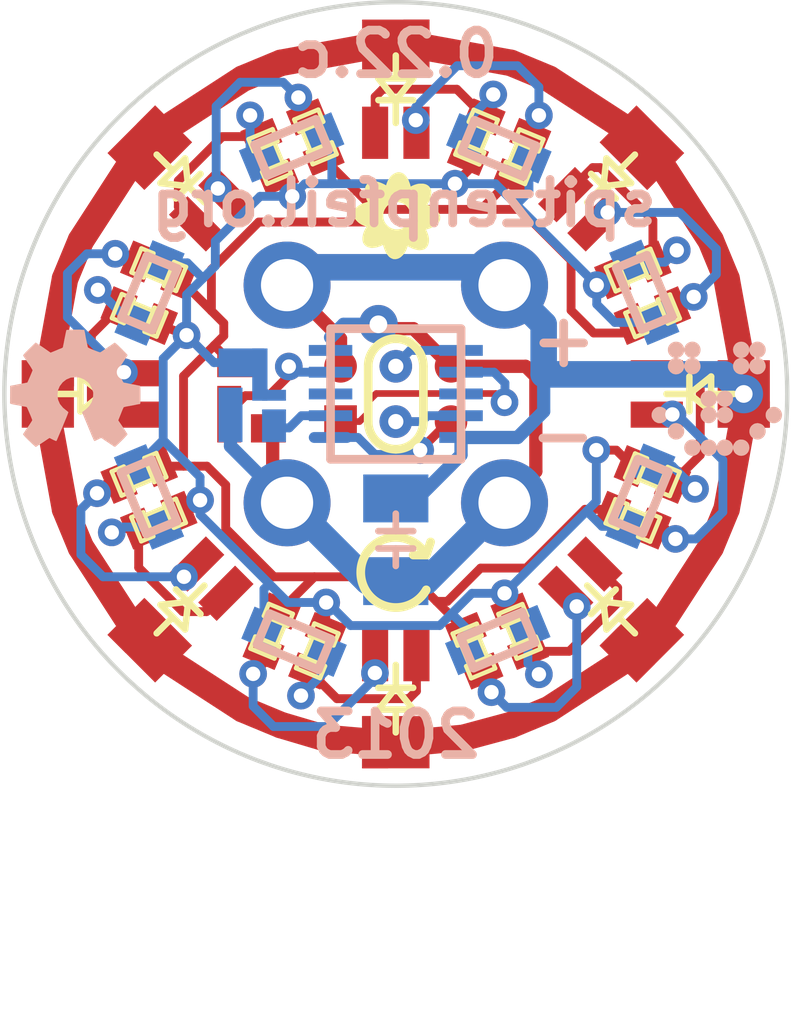
<source format=kicad_pcb>
(kicad_pcb (version 3) (host pcbnew "(2013-10-13 BZR 4383)-product")

  (general
    (links 82)
    (no_connects 0)
    (area 65.100934 52.140934 85.009066 78.500001)
    (thickness 1.6)
    (drawings 13)
    (tracks 423)
    (zones 0)
    (modules 44)
    (nets 27)
  )

  (page User 150.012 150.012)
  (title_block
    (title Coat-Button)
    (date "14 Oct 2013")
    (rev 0.22.c)
    (company "2013 - blog.spitzenpfeil.org")
  )

  (layers
    (15 F.Cu signal)
    (0 B.Cu signal)
    (18 B.Paste user)
    (19 F.Paste user)
    (20 B.SilkS user)
    (21 F.SilkS user)
    (22 B.Mask user)
    (23 F.Mask user)
    (24 Dwgs.User user)
    (25 Cmts.User user)
    (26 Eco1.User user)
    (28 Edge.Cuts user)
  )

  (setup
    (last_trace_width 0.2032)
    (user_trace_width 0.1524)
    (user_trace_width 0.2032)
    (user_trace_width 0.3048)
    (user_trace_width 0.6096)
    (trace_clearance 0.1524)
    (zone_clearance 0.254)
    (zone_45_only no)
    (trace_min 0.1524)
    (segment_width 0.2)
    (edge_width 0.1)
    (via_size 0.635)
    (via_drill 0.3302)
    (via_min_size 0.635)
    (via_min_drill 0.3302)
    (uvia_size 0.508)
    (uvia_drill 0.127)
    (uvias_allowed no)
    (uvia_min_size 0.508)
    (uvia_min_drill 0.127)
    (pcb_text_width 0.3)
    (pcb_text_size 1.5 1.5)
    (mod_edge_width 0.1)
    (mod_text_size 1.5 1.5)
    (mod_text_width 0.15)
    (pad_size 1.15 0.65)
    (pad_drill 0)
    (pad_to_mask_clearance 0)
    (aux_axis_origin 0 0)
    (visible_elements FFFFF77F)
    (pcbplotparams
      (layerselection 317751297)
      (usegerberextensions true)
      (excludeedgelayer true)
      (linewidth 0.150000)
      (plotframeref false)
      (viasonmask false)
      (mode 1)
      (useauxorigin false)
      (hpglpennumber 1)
      (hpglpenspeed 20)
      (hpglpendiameter 15)
      (hpglpenoverlay 2)
      (psnegative false)
      (psa4output false)
      (plotreference true)
      (plotvalue true)
      (plotothertext true)
      (plotinvisibletext false)
      (padsonsilk false)
      (subtractmaskfromsilk true)
      (outputformat 1)
      (mirror false)
      (drillshape 0)
      (scaleselection 1)
      (outputdirectory gerber_files/))
  )

  (net 0 "")
  (net 1 /gate_a)
  (net 2 /gate_b)
  (net 3 GND)
  (net 4 MISO)
  (net 5 MOSI)
  (net 6 Net-<LED1-Pad2>)
  (net 7 Net-<LED1-Pad3>)
  (net 8 Net-<LED2-Pad2>)
  (net 9 Net-<LED2-Pad3>)
  (net 10 Net-<LED3-Pad2>)
  (net 11 Net-<LED3-Pad3>)
  (net 12 Net-<LED4-Pad2>)
  (net 13 Net-<LED4-Pad3>)
  (net 14 Net-<LED5-Pad2>)
  (net 15 Net-<LED5-Pad3>)
  (net 16 Net-<LED6-Pad2>)
  (net 17 Net-<LED6-Pad3>)
  (net 18 Net-<LED7-Pad2>)
  (net 19 Net-<LED7-Pad3>)
  (net 20 Net-<LED8-Pad2>)
  (net 21 Net-<LED8-Pad3>)
  (net 22 Net-<Q1-Pad3>)
  (net 23 Net-<Q2-Pad3>)
  (net 24 RST)
  (net 25 SCK)
  (net 26 VCC)

  (net_class Default "This is the default net class."
    (clearance 0.1524)
    (trace_width 0.2032)
    (via_dia 0.635)
    (via_drill 0.3302)
    (uvia_dia 0.508)
    (uvia_drill 0.127)
    (add_net "")
    (add_net /gate_a)
    (add_net /gate_b)
    (add_net MISO)
    (add_net MOSI)
    (add_net Net-<LED1-Pad2>)
    (add_net Net-<LED1-Pad3>)
    (add_net Net-<LED2-Pad2>)
    (add_net Net-<LED2-Pad3>)
    (add_net Net-<LED3-Pad2>)
    (add_net Net-<LED3-Pad3>)
    (add_net Net-<LED4-Pad2>)
    (add_net Net-<LED4-Pad3>)
    (add_net Net-<LED5-Pad2>)
    (add_net Net-<LED5-Pad3>)
    (add_net Net-<LED6-Pad2>)
    (add_net Net-<LED6-Pad3>)
    (add_net Net-<LED7-Pad2>)
    (add_net Net-<LED7-Pad3>)
    (add_net Net-<LED8-Pad2>)
    (add_net Net-<LED8-Pad3>)
    (add_net Net-<Q1-Pad3>)
    (add_net Net-<Q2-Pad3>)
    (add_net RST)
    (add_net SCK)
  )

  (net_class LED ""
    (clearance 0.1524)
    (trace_width 0.3048)
    (via_dia 0.635)
    (via_drill 0.3302)
    (uvia_dia 0.508)
    (uvia_drill 0.127)
  )

  (net_class power ""
    (clearance 0.1524)
    (trace_width 0.3048)
    (via_dia 0.889)
    (via_drill 0.4064)
    (uvia_dia 0.508)
    (uvia_drill 0.127)
    (add_net GND)
    (add_net VCC)
  )

  (module MADW__SOT523 (layer B.Cu) (tedit 525BD468) (tstamp 5247A882)
    (at 71.7 62.03 180)
    (descr "SMALL OUTLINE TRANSISTOR")
    (tags "SMALL OUTLINE TRANSISTOR")
    (path /5242F7C2)
    (attr smd)
    (fp_text reference Q1 (at 0 2.1 180) (layer B.SilkS) hide
      (effects (font (size 1 1) (thickness 0.2)) (justify mirror))
    )
    (fp_text value DMG1012T (at 0 -2.2 180) (layer B.SilkS) hide
      (effects (font (size 1 1) (thickness 0.2)) (justify mirror))
    )
    (pad 1 smd rect (at -0.5 -0.75 180) (size 0.55 0.75) (drill (offset 0 0.05)) (layers B.Cu B.Paste B.Mask)
      (net 1 /gate_a))
    (pad 2 smd rect (at 0.5 -0.75 180) (size 0.55 1.25) (drill (offset 0 0.3)) (layers B.Cu B.Paste B.Mask)
      (net 3 GND))
    (pad 3 smd rect (at 0 0.75 180) (size 1.05 0.65) (drill (offset 0.25 0)) (layers B.Cu B.Paste B.Mask)
      (net 22 Net-<Q1-Pad3>))
    (pad 3 smd rect (at -0.175 0.175 180) (size 0.35 1.2) (drill (offset 0 0.3)) (layers B.Cu B.Paste B.Mask)
      (net 22 Net-<Q1-Pad3>))
    (pad 3 smd rect (at -0.5 0 180) (size 0.55 0.25) (layers B.Cu B.Paste B.Mask)
      (net 22 Net-<Q1-Pad3>))
    (model smd/smd_transistors/sot23.wrl
      (at (xyz 0 0 0))
      (scale (xyz 0.5 0.6 0.5))
      (rotate (xyz 0 0 0))
    )
  )

  (module MADW__SOT523 (layer F.Cu) (tedit 525BD2C1) (tstamp 5247A89A)
    (at 71.67 62.04)
    (descr "SMALL OUTLINE TRANSISTOR")
    (tags "SMALL OUTLINE TRANSISTOR")
    (path /5242F7D6)
    (attr smd)
    (fp_text reference Q2 (at 0 -2.1) (layer F.SilkS) hide
      (effects (font (size 1 1) (thickness 0.2)))
    )
    (fp_text value DMG1012T (at 0 2.2) (layer F.SilkS) hide
      (effects (font (size 1 1) (thickness 0.2)))
    )
    (pad 1 smd rect (at -0.5 0.75) (size 0.55 1.3) (drill (offset 0 -0.325)) (layers F.Cu F.Paste F.Mask)
      (net 2 /gate_b))
    (pad 2 smd rect (at 0.5 0.75) (size 0.8 0.65) (drill (offset -0.1 0)) (layers F.Cu F.Paste F.Mask)
      (net 3 GND))
    (pad 3 smd rect (at 0 -0.75) (size 1.15 0.65) (drill (offset -0.2 0)) (layers F.Cu F.Paste F.Mask)
      (net 23 Net-<Q2-Pad3>))
    (model smd/smd_transistors/sot23.wrl
      (at (xyz 0 0 0))
      (scale (xyz 0.5 0.6 0.5))
      (rotate (xyz 0 0 0))
    )
  )

  (module MADW__CHIPLED-0805-dual (layer F.Cu) (tedit 524D6B02) (tstamp 523487A3)
    (at 82 62)
    (path /52403AE1)
    (fp_text reference LED3 (at 0 -1.775) (layer F.SilkS) hide
      (effects (font (size 1 1) (thickness 0.2)))
    )
    (fp_text value MADW__BI-LED (at -3.91 1.1) (layer F.SilkS) hide
      (effects (font (size 1 1) (thickness 0.2)))
    )
    (fp_line (start -0.25 0) (end -0.775 0) (layer F.SilkS) (width 0.15))
    (fp_line (start 0.25 0) (end 0.775 0) (layer F.SilkS) (width 0.15))
    (fp_line (start -0.25 0) (end 0.25 -0.4) (layer F.SilkS) (width 0.15))
    (fp_line (start 0.25 -0.4) (end 0.25 0.4) (layer F.SilkS) (width 0.15))
    (fp_line (start 0.25 0.4) (end -0.25 0) (layer F.SilkS) (width 0.15))
    (fp_line (start -0.25 -0.4) (end -0.25 0.4) (layer F.SilkS) (width 0.15))
    (fp_line (start -1 -0.625) (end 1 -0.625) (layer Dwgs.User) (width 0.15))
    (fp_line (start 1 -0.625) (end 1 0.625) (layer Dwgs.User) (width 0.15))
    (fp_line (start 1 0.625) (end -1 0.625) (layer Dwgs.User) (width 0.15))
    (fp_line (start -1 0.625) (end -1 -0.625) (layer Dwgs.User) (width 0.15))
    (pad 1 smd rect (at 1 -0.45) (size 1.2 1.55) (drill (offset 0 0.45)) (layers F.Cu F.Paste F.Mask)
      (net 26 VCC))
    (pad 2 smd rect (at -1 -0.475) (size 1.2 0.6) (layers F.Cu F.Paste F.Mask)
      (net 10 Net-<LED3-Pad2>))
    (pad 4 smd rect (at 1 0.475) (size 1.2 0.6) (layers F.Cu F.Paste F.Mask)
      (net 26 VCC))
    (pad 3 smd rect (at -1 0.475) (size 1.2 0.6) (layers F.Cu F.Paste F.Mask)
      (net 11 Net-<LED3-Pad3>))
    (model ../../../../../../Arduino/KiCAD/LIBS/3D/walter/smd_leds/led_0805.wrl
      (at (xyz 0 0 0))
      (scale (xyz 1 1 1))
      (rotate (xyz 0 0 180))
    )
  )

  (module MADW__CHIPLED-0805-dual (layer F.Cu) (tedit 524D6B04) (tstamp 523487EB)
    (at 79.95 66.95 315)
    (path /52403AF5)
    (fp_text reference LED4 (at 0 -1.775 315) (layer F.SilkS) hide
      (effects (font (size 1 1) (thickness 0.2)))
    )
    (fp_text value MADW__BI-LED (at -3.853732 1.746554 315) (layer F.SilkS) hide
      (effects (font (size 1 1) (thickness 0.2)))
    )
    (fp_line (start -0.25 0) (end -0.775 0) (layer F.SilkS) (width 0.15))
    (fp_line (start 0.25 0) (end 0.775 0) (layer F.SilkS) (width 0.15))
    (fp_line (start -0.25 0) (end 0.25 -0.4) (layer F.SilkS) (width 0.15))
    (fp_line (start 0.25 -0.4) (end 0.25 0.4) (layer F.SilkS) (width 0.15))
    (fp_line (start 0.25 0.4) (end -0.25 0) (layer F.SilkS) (width 0.15))
    (fp_line (start -0.25 -0.4) (end -0.25 0.4) (layer F.SilkS) (width 0.15))
    (fp_line (start -1 -0.625) (end 1 -0.625) (layer Dwgs.User) (width 0.15))
    (fp_line (start 1 -0.625) (end 1 0.625) (layer Dwgs.User) (width 0.15))
    (fp_line (start 1 0.625) (end -1 0.625) (layer Dwgs.User) (width 0.15))
    (fp_line (start -1 0.625) (end -1 -0.625) (layer Dwgs.User) (width 0.15))
    (pad 1 smd rect (at 1 -0.45 315) (size 1.2 1.55) (drill (offset 0 0.45)) (layers F.Cu F.Paste F.Mask)
      (net 26 VCC))
    (pad 2 smd rect (at -1 -0.475 315) (size 1.2 0.6) (layers F.Cu F.Paste F.Mask)
      (net 12 Net-<LED4-Pad2>))
    (pad 4 smd rect (at 1 0.475 315) (size 1.2 0.6) (layers F.Cu F.Paste F.Mask)
      (net 26 VCC))
    (pad 3 smd rect (at -1 0.475 315) (size 1.2 0.6) (layers F.Cu F.Paste F.Mask)
      (net 13 Net-<LED4-Pad3>))
    (model ../../../../../../Arduino/KiCAD/LIBS/3D/walter/smd_leds/led_0805.wrl
      (at (xyz 0 0 0))
      (scale (xyz 1 1 1))
      (rotate (xyz 0 0 180))
    )
  )

  (module MADW__CHIPLED-0805-dual (layer F.Cu) (tedit 524D6B06) (tstamp 5234878B)
    (at 75 69 270)
    (path /52403B09)
    (fp_text reference LED5 (at 0 -1.775 270) (layer F.SilkS) hide
      (effects (font (size 1 1) (thickness 0.2)))
    )
    (fp_text value MADW__BI-LED (at -3.54 1.42 270) (layer F.SilkS) hide
      (effects (font (size 1 1) (thickness 0.2)))
    )
    (fp_line (start -0.25 0) (end -0.775 0) (layer F.SilkS) (width 0.15))
    (fp_line (start 0.25 0) (end 0.775 0) (layer F.SilkS) (width 0.15))
    (fp_line (start -0.25 0) (end 0.25 -0.4) (layer F.SilkS) (width 0.15))
    (fp_line (start 0.25 -0.4) (end 0.25 0.4) (layer F.SilkS) (width 0.15))
    (fp_line (start 0.25 0.4) (end -0.25 0) (layer F.SilkS) (width 0.15))
    (fp_line (start -0.25 -0.4) (end -0.25 0.4) (layer F.SilkS) (width 0.15))
    (fp_line (start -1 -0.625) (end 1 -0.625) (layer Dwgs.User) (width 0.15))
    (fp_line (start 1 -0.625) (end 1 0.625) (layer Dwgs.User) (width 0.15))
    (fp_line (start 1 0.625) (end -1 0.625) (layer Dwgs.User) (width 0.15))
    (fp_line (start -1 0.625) (end -1 -0.625) (layer Dwgs.User) (width 0.15))
    (pad 1 smd rect (at 1 -0.45 270) (size 1.2 1.55) (drill (offset 0 0.45)) (layers F.Cu F.Paste F.Mask)
      (net 26 VCC))
    (pad 2 smd rect (at -1 -0.475 270) (size 1.2 0.6) (layers F.Cu F.Paste F.Mask)
      (net 14 Net-<LED5-Pad2>))
    (pad 4 smd rect (at 1 0.475 270) (size 1.2 0.6) (layers F.Cu F.Paste F.Mask)
      (net 26 VCC))
    (pad 3 smd rect (at -1 0.475 270) (size 1.2 0.6) (layers F.Cu F.Paste F.Mask)
      (net 15 Net-<LED5-Pad3>))
    (model ../../../../../../Arduino/KiCAD/LIBS/3D/walter/smd_leds/led_0805.wrl
      (at (xyz 0 0 0))
      (scale (xyz 1 1 1))
      (rotate (xyz 0 0 180))
    )
  )

  (module MADW__CHIPLED-0805-dual (layer F.Cu) (tedit 524D6B08) (tstamp 52348803)
    (at 70.05 66.95 225)
    (path /52403B1D)
    (fp_text reference LED6 (at 0 -1.775 225) (layer F.SilkS) hide
      (effects (font (size 1 1) (thickness 0.2)))
    )
    (fp_text value MADW__BI-LED (at -3.77595 1.216224 225) (layer F.SilkS) hide
      (effects (font (size 1 1) (thickness 0.2)))
    )
    (fp_line (start -0.25 0) (end -0.775 0) (layer F.SilkS) (width 0.15))
    (fp_line (start 0.25 0) (end 0.775 0) (layer F.SilkS) (width 0.15))
    (fp_line (start -0.25 0) (end 0.25 -0.4) (layer F.SilkS) (width 0.15))
    (fp_line (start 0.25 -0.4) (end 0.25 0.4) (layer F.SilkS) (width 0.15))
    (fp_line (start 0.25 0.4) (end -0.25 0) (layer F.SilkS) (width 0.15))
    (fp_line (start -0.25 -0.4) (end -0.25 0.4) (layer F.SilkS) (width 0.15))
    (fp_line (start -1 -0.625) (end 1 -0.625) (layer Dwgs.User) (width 0.15))
    (fp_line (start 1 -0.625) (end 1 0.625) (layer Dwgs.User) (width 0.15))
    (fp_line (start 1 0.625) (end -1 0.625) (layer Dwgs.User) (width 0.15))
    (fp_line (start -1 0.625) (end -1 -0.625) (layer Dwgs.User) (width 0.15))
    (pad 1 smd rect (at 1 -0.45 225) (size 1.2 1.55) (drill (offset 0 0.45)) (layers F.Cu F.Paste F.Mask)
      (net 26 VCC))
    (pad 2 smd rect (at -1 -0.475 225) (size 1.2 0.6) (layers F.Cu F.Paste F.Mask)
      (net 16 Net-<LED6-Pad2>))
    (pad 4 smd rect (at 1 0.475 225) (size 1.2 0.6) (layers F.Cu F.Paste F.Mask)
      (net 26 VCC))
    (pad 3 smd rect (at -1 0.475 225) (size 1.2 0.6) (layers F.Cu F.Paste F.Mask)
      (net 17 Net-<LED6-Pad3>))
    (model ../../../../../../Arduino/KiCAD/LIBS/3D/walter/smd_leds/led_0805.wrl
      (at (xyz 0 0 0))
      (scale (xyz 1 1 1))
      (rotate (xyz 0 0 180))
    )
  )

  (module MADW__CHIPLED-0805-dual (layer F.Cu) (tedit 524D6B0A) (tstamp 523487BB)
    (at 68 62 180)
    (path /52403B31)
    (fp_text reference LED7 (at 0 -1.775 180) (layer F.SilkS) hide
      (effects (font (size 1 1) (thickness 0.2)))
    )
    (fp_text value MADW__BI-LED (at -4.02 1.65 180) (layer F.SilkS) hide
      (effects (font (size 1 1) (thickness 0.2)))
    )
    (fp_line (start -0.25 0) (end -0.775 0) (layer F.SilkS) (width 0.15))
    (fp_line (start 0.25 0) (end 0.775 0) (layer F.SilkS) (width 0.15))
    (fp_line (start -0.25 0) (end 0.25 -0.4) (layer F.SilkS) (width 0.15))
    (fp_line (start 0.25 -0.4) (end 0.25 0.4) (layer F.SilkS) (width 0.15))
    (fp_line (start 0.25 0.4) (end -0.25 0) (layer F.SilkS) (width 0.15))
    (fp_line (start -0.25 -0.4) (end -0.25 0.4) (layer F.SilkS) (width 0.15))
    (fp_line (start -1 -0.625) (end 1 -0.625) (layer Dwgs.User) (width 0.15))
    (fp_line (start 1 -0.625) (end 1 0.625) (layer Dwgs.User) (width 0.15))
    (fp_line (start 1 0.625) (end -1 0.625) (layer Dwgs.User) (width 0.15))
    (fp_line (start -1 0.625) (end -1 -0.625) (layer Dwgs.User) (width 0.15))
    (pad 1 smd rect (at 1 -0.45 180) (size 1.2 1.55) (drill (offset 0 0.45)) (layers F.Cu F.Paste F.Mask)
      (net 26 VCC))
    (pad 2 smd rect (at -1 -0.475 180) (size 1.2 0.6) (layers F.Cu F.Paste F.Mask)
      (net 18 Net-<LED7-Pad2>))
    (pad 4 smd rect (at 1 0.475 180) (size 1.2 0.6) (layers F.Cu F.Paste F.Mask)
      (net 26 VCC))
    (pad 3 smd rect (at -1 0.475 180) (size 1.2 0.6) (layers F.Cu F.Paste F.Mask)
      (net 19 Net-<LED7-Pad3>))
    (model ../../../../../../Arduino/KiCAD/LIBS/3D/walter/smd_leds/led_0805.wrl
      (at (xyz 0 0 0))
      (scale (xyz 1 1 1))
      (rotate (xyz 0 0 180))
    )
  )

  (module MADW__CHIPLED-0805-dual (layer F.Cu) (tedit 524D6B00) (tstamp 524D6850)
    (at 79.95 57.05 45)
    (path /52403ACD)
    (fp_text reference LED2 (at 0 -1.775 45) (layer F.SilkS) hide
      (effects (font (size 1 1) (thickness 0.2)))
    )
    (fp_text value MADW__BI-LED (at -3.542605 1.364716 45) (layer F.SilkS) hide
      (effects (font (size 1 1) (thickness 0.2)))
    )
    (fp_line (start -0.25 0) (end -0.775 0) (layer F.SilkS) (width 0.15))
    (fp_line (start 0.25 0) (end 0.775 0) (layer F.SilkS) (width 0.15))
    (fp_line (start -0.25 0) (end 0.25 -0.4) (layer F.SilkS) (width 0.15))
    (fp_line (start 0.25 -0.4) (end 0.25 0.4) (layer F.SilkS) (width 0.15))
    (fp_line (start 0.25 0.4) (end -0.25 0) (layer F.SilkS) (width 0.15))
    (fp_line (start -0.25 -0.4) (end -0.25 0.4) (layer F.SilkS) (width 0.15))
    (fp_line (start -1 -0.625) (end 1 -0.625) (layer Dwgs.User) (width 0.15))
    (fp_line (start 1 -0.625) (end 1 0.625) (layer Dwgs.User) (width 0.15))
    (fp_line (start 1 0.625) (end -1 0.625) (layer Dwgs.User) (width 0.15))
    (fp_line (start -1 0.625) (end -1 -0.625) (layer Dwgs.User) (width 0.15))
    (pad 1 smd rect (at 1 -0.45 45) (size 1.2 1.55) (drill (offset 0 0.45)) (layers F.Cu F.Paste F.Mask)
      (net 26 VCC))
    (pad 2 smd rect (at -1 -0.475 45) (size 1.2 0.6) (layers F.Cu F.Paste F.Mask)
      (net 8 Net-<LED2-Pad2>))
    (pad 4 smd rect (at 1 0.475 45) (size 1.2 0.6) (layers F.Cu F.Paste F.Mask)
      (net 26 VCC))
    (pad 3 smd rect (at -1 0.475 45) (size 1.2 0.6) (layers F.Cu F.Paste F.Mask)
      (net 9 Net-<LED2-Pad3>))
    (model ../../../../../../Arduino/KiCAD/LIBS/3D/walter/smd_leds/led_0805.wrl
      (at (xyz 0 0 0))
      (scale (xyz 1 1 1))
      (rotate (xyz 0 0 180))
    )
  )

  (module MADW__CHIPLED-0805-dual (layer F.Cu) (tedit 524D6AFE) (tstamp 5235CBB4)
    (at 70.05 57.05 135)
    (path /52403B45)
    (fp_text reference LED8 (at 0 -1.775 135) (layer F.SilkS) hide
      (effects (font (size 1 1) (thickness 0.2)))
    )
    (fp_text value MADW__BI-LED (at -3.422397 1.187939 135) (layer F.SilkS) hide
      (effects (font (size 1 1) (thickness 0.2)))
    )
    (fp_line (start -0.25 0) (end -0.775 0) (layer F.SilkS) (width 0.15))
    (fp_line (start 0.25 0) (end 0.775 0) (layer F.SilkS) (width 0.15))
    (fp_line (start -0.25 0) (end 0.25 -0.4) (layer F.SilkS) (width 0.15))
    (fp_line (start 0.25 -0.4) (end 0.25 0.4) (layer F.SilkS) (width 0.15))
    (fp_line (start 0.25 0.4) (end -0.25 0) (layer F.SilkS) (width 0.15))
    (fp_line (start -0.25 -0.4) (end -0.25 0.4) (layer F.SilkS) (width 0.15))
    (fp_line (start -1 -0.625) (end 1 -0.625) (layer Dwgs.User) (width 0.15))
    (fp_line (start 1 -0.625) (end 1 0.625) (layer Dwgs.User) (width 0.15))
    (fp_line (start 1 0.625) (end -1 0.625) (layer Dwgs.User) (width 0.15))
    (fp_line (start -1 0.625) (end -1 -0.625) (layer Dwgs.User) (width 0.15))
    (pad 1 smd rect (at 1 -0.45 135) (size 1.2 1.55) (drill (offset 0 0.45)) (layers F.Cu F.Paste F.Mask)
      (net 26 VCC))
    (pad 2 smd rect (at -1 -0.475 135) (size 1.2 0.6) (layers F.Cu F.Paste F.Mask)
      (net 20 Net-<LED8-Pad2>))
    (pad 4 smd rect (at 1 0.475 135) (size 1.2 0.6) (layers F.Cu F.Paste F.Mask)
      (net 26 VCC))
    (pad 3 smd rect (at -1 0.475 135) (size 1.2 0.6) (layers F.Cu F.Paste F.Mask)
      (net 21 Net-<LED8-Pad3>))
    (model ../../../../../../Arduino/KiCAD/LIBS/3D/walter/smd_leds/led_0805.wrl
      (at (xyz 0 0 0))
      (scale (xyz 1 1 1))
      (rotate (xyz 0 0 180))
    )
  )

  (module MADW__CHIPLED-0805-dual (layer F.Cu) (tedit 524D6AFC) (tstamp 52348773)
    (at 75 55 90)
    (path /52403AB9)
    (fp_text reference LED1 (at 0 -1.775 90) (layer F.SilkS) hide
      (effects (font (size 1 1) (thickness 0.2)))
    )
    (fp_text value MADW__BI-LED (at -4.06 2.34 90) (layer F.SilkS) hide
      (effects (font (size 1 1) (thickness 0.2)))
    )
    (fp_line (start -0.25 0) (end -0.775 0) (layer F.SilkS) (width 0.15))
    (fp_line (start 0.25 0) (end 0.775 0) (layer F.SilkS) (width 0.15))
    (fp_line (start -0.25 0) (end 0.25 -0.4) (layer F.SilkS) (width 0.15))
    (fp_line (start 0.25 -0.4) (end 0.25 0.4) (layer F.SilkS) (width 0.15))
    (fp_line (start 0.25 0.4) (end -0.25 0) (layer F.SilkS) (width 0.15))
    (fp_line (start -0.25 -0.4) (end -0.25 0.4) (layer F.SilkS) (width 0.15))
    (fp_line (start -1 -0.625) (end 1 -0.625) (layer Dwgs.User) (width 0.15))
    (fp_line (start 1 -0.625) (end 1 0.625) (layer Dwgs.User) (width 0.15))
    (fp_line (start 1 0.625) (end -1 0.625) (layer Dwgs.User) (width 0.15))
    (fp_line (start -1 0.625) (end -1 -0.625) (layer Dwgs.User) (width 0.15))
    (pad 1 smd rect (at 1 -0.475 90) (size 1.2 1.55) (drill (offset 0 0.475)) (layers F.Cu F.Paste F.Mask)
      (net 26 VCC))
    (pad 2 smd rect (at -1 -0.475 90) (size 1.2 0.6) (layers F.Cu F.Paste F.Mask)
      (net 6 Net-<LED1-Pad2>))
    (pad 4 smd rect (at 1 0.475 90) (size 1.2 0.6) (layers F.Cu F.Paste F.Mask)
      (net 26 VCC))
    (pad 3 smd rect (at -1 0.475 90) (size 1.2 0.6) (layers F.Cu F.Paste F.Mask)
      (net 7 Net-<LED1-Pad3>))
    (model ../../../../../../Arduino/KiCAD/LIBS/3D/walter/smd_leds/led_0805.wrl
      (at (xyz 0 0 0))
      (scale (xyz 1 1 1))
      (rotate (xyz 0 0 180))
    )
  )

  (module MADW__C0805 (layer B.Cu) (tedit 52405373) (tstamp 5235CE8B)
    (at 75 65.35 270)
    (descr CAPACITOR)
    (tags CAPACITOR)
    (path /5235BA31)
    (attr smd)
    (fp_text reference C1 (at 0 1.92 270) (layer B.SilkS) hide
      (effects (font (size 1 1) (thickness 0.2)) (justify mirror))
    )
    (fp_text value 4.7µF (at 0 -2.2 270) (layer B.SilkS) hide
      (effects (font (size 1 1) (thickness 0.2)) (justify mirror))
    )
    (fp_line (start 0.2 0.4) (end 0.2 -0.4) (layer B.SilkS) (width 0.1524))
    (fp_line (start -0.2 0.4) (end -0.2 -0.4) (layer B.SilkS) (width 0.1524))
    (fp_line (start -0.2 0) (end -0.6 0) (layer B.SilkS) (width 0.1524))
    (fp_line (start 0.2 0) (end 0.6 0) (layer B.SilkS) (width 0.1524))
    (pad 1 smd rect (at -0.94996 0 270) (size 1.1 1.4986) (layers B.Cu B.Paste B.Mask)
      (net 26 VCC))
    (pad 2 smd rect (at 0.94996 0 270) (size 1.1 1.4986) (layers B.Cu B.Paste B.Mask)
      (net 3 GND))
    (model smd/capacitors/C0805.wrl
      (at (xyz 0 0 0))
      (scale (xyz 0.4 0.4 0.4))
      (rotate (xyz 0 0 0))
    )
  )

  (module MADW__PIN_ARRAY_3x2_1.27mm (layer F.Cu) (tedit 52399D97) (tstamp 5235CBE4)
    (at 75 62)
    (descr "Male 3x2 header with 1.27mm raster")
    (tags "CONN, header, male, 3x2, 1.27mm")
    (path /5235BA34)
    (clearance 0.15)
    (fp_text reference JP1 (at 0 -3.1) (layer F.SilkS) hide
      (effects (font (size 1 1) (thickness 0.2)))
    )
    (fp_text value AVR_ISP (at 0 3.3) (layer F.SilkS) hide
      (effects (font (size 1 1) (thickness 0.2)))
    )
    (fp_arc (start 0 -0.635) (end 0 -1.27) (angle 90) (layer F.SilkS) (width 0.2))
    (fp_arc (start 0 -0.635) (end -0.635 -0.635) (angle 90) (layer F.SilkS) (width 0.2))
    (fp_arc (start 0 0.635) (end 0 1.27) (angle 90) (layer F.SilkS) (width 0.2))
    (fp_arc (start 0 0.635) (end 0.635 0.635) (angle 90) (layer F.SilkS) (width 0.2))
    (fp_line (start 0.635 0.635) (end 0.635 -0.635) (layer F.SilkS) (width 0.2))
    (fp_line (start -0.635 -0.635) (end -0.635 0.635) (layer F.SilkS) (width 0.2))
    (pad 1 smd rect (at -1.27 0.635) (size 0.75 0.75) (layers F.Cu F.Mask)
      (net 4 MISO))
    (pad 2 smd circle (at -1.27 -0.635) (size 0.75 0.75) (layers F.Cu F.Mask)
      (net 26 VCC))
    (pad 3 thru_hole circle (at 0 0.635) (size 0.75 0.75) (drill 0.35) (layers *.Cu F.Mask)
      (net 25 SCK))
    (pad 4 thru_hole circle (at 0 -0.635) (size 0.75 0.75) (drill 0.35) (layers *.Cu F.Mask)
      (net 5 MOSI))
    (pad 5 smd circle (at 1.27 0.635) (size 0.75 0.75) (layers F.Cu F.Mask)
      (net 24 RST))
    (pad 6 smd circle (at 1.27 -0.635) (size 0.75 0.75) (layers F.Cu F.Mask)
      (net 3 GND))
  )

  (module MADW__MLF10 (layer B.Cu) (tedit 5235CFB5) (tstamp 5235B574)
    (at 75 62)
    (path /5235CCE9)
    (attr smd)
    (fp_text reference IC1 (at 0 2.9) (layer B.SilkS) hide
      (effects (font (size 1 1) (thickness 0.2)) (justify mirror))
    )
    (fp_text value MADW__ATTINY13-MM (at 0 -3.3) (layer B.SilkS) hide
      (effects (font (size 1 1) (thickness 0.2)) (justify mirror))
    )
    (fp_line (start -1.5 1.5) (end 1.5 1.5) (layer B.SilkS) (width 0.2))
    (fp_line (start 1.5 1.5) (end 1.5 -1.5) (layer B.SilkS) (width 0.2))
    (fp_line (start 1.5 -1.5) (end -1.5 -1.5) (layer B.SilkS) (width 0.2))
    (fp_line (start -1.5 -1.5) (end -1.5 1.5) (layer B.SilkS) (width 0.2))
    (pad 1 smd oval (at -1.5 1) (size 1 0.25) (layers B.Cu B.Paste B.Mask)
      (net 24 RST))
    (pad 2 smd rect (at -1.5 0.5) (size 1 0.25) (layers B.Cu B.Paste B.Mask)
      (net 1 /gate_a))
    (pad 3 smd rect (at -1.5 0) (size 1 0.25) (layers B.Cu B.Paste B.Mask))
    (pad 4 smd rect (at -1.5 -0.5) (size 1 0.25) (layers B.Cu B.Paste B.Mask)
      (net 2 /gate_b))
    (pad 5 smd rect (at -1.5 -1) (size 1 0.25) (layers B.Cu B.Paste B.Mask)
      (net 3 GND))
    (pad 6 smd rect (at 1.5 -1) (size 1 0.25) (layers B.Cu B.Paste B.Mask)
      (net 5 MOSI))
    (pad 7 smd rect (at 1.5 -0.5) (size 1 0.25) (layers B.Cu B.Paste B.Mask)
      (net 4 MISO))
    (pad 8 smd rect (at 1.5 0) (size 1 0.25) (layers B.Cu B.Paste B.Mask))
    (pad 9 smd rect (at 1.5 0.5) (size 1 0.25) (layers B.Cu B.Paste B.Mask)
      (net 25 SCK))
    (pad 10 smd rect (at 1.5 1) (size 1 0.25) (layers B.Cu B.Paste B.Mask)
      (net 26 VCC))
    (model ../../../../../../Arduino/KiCAD/LIBS/3D/walter/smd_qfn/dfn10_3x3.wrl
      (at (xyz 0 0 0))
      (scale (xyz 1 1 1))
      (rotate (xyz 0 0 0))
    )
  )

  (module MADW__SIL-1 (layer F.Cu) (tedit 5235BAC7) (tstamp 5234917F)
    (at 72.5 64.5)
    (descr "Connecteurs 2 pins")
    (tags "CONN DEV")
    (path /5235BB66)
    (fp_text reference P3 (at 0 -2.032) (layer F.SilkS) hide
      (effects (font (size 1 1) (thickness 0.2)))
    )
    (fp_text value CONN_1 (at 0 2.286) (layer F.SilkS) hide
      (effects (font (size 1 1) (thickness 0.2)))
    )
    (pad 1 thru_hole circle (at 0 0) (size 2 2) (drill 1.2) (layers *.Cu *.Mask)
      (net 3 GND))
  )

  (module MADW__SIL-1 (layer F.Cu) (tedit 52370174) (tstamp 52349191)
    (at 72.5 59.5)
    (descr "Connecteurs 2 pins")
    (tags "CONN DEV")
    (path /5235BB3E)
    (fp_text reference P1 (at 0 -2.032) (layer F.SilkS) hide
      (effects (font (size 1 1) (thickness 0.2)))
    )
    (fp_text value CONN_1 (at 0 2.286) (layer F.SilkS) hide
      (effects (font (size 1 1) (thickness 0.2)))
    )
    (pad 1 thru_hole circle (at 0 0) (size 2 2) (drill 1.2) (layers *.Cu *.Mask)
      (net 26 VCC) (clearance 0.3))
  )

  (module MADW__SIL-1 (layer F.Cu) (tedit 5237019B) (tstamp 52349185)
    (at 77.5 59.5)
    (descr "Connecteurs 2 pins")
    (tags "CONN DEV")
    (path /5235BB52)
    (fp_text reference P2 (at 0 -2.032) (layer F.SilkS) hide
      (effects (font (size 1 1) (thickness 0.2)))
    )
    (fp_text value CONN_1 (at 0 2.286) (layer F.SilkS) hide
      (effects (font (size 1 1) (thickness 0.2)))
    )
    (pad 1 thru_hole circle (at 0 0) (size 2 2) (drill 1.2) (layers *.Cu *.Mask)
      (net 26 VCC) (clearance 0.3))
  )

  (module MADW__SIL-1 (layer F.Cu) (tedit 5235BACE) (tstamp 52349179)
    (at 77.5 64.5)
    (descr "Connecteurs 2 pins")
    (tags "CONN DEV")
    (path /5235BB7A)
    (fp_text reference P4 (at 0 -2.032) (layer F.SilkS) hide
      (effects (font (size 1 1) (thickness 0.2)))
    )
    (fp_text value CONN_1 (at 0 2.286) (layer F.SilkS) hide
      (effects (font (size 1 1) (thickness 0.2)))
    )
    (pad 1 thru_hole circle (at 0 0) (size 2 2) (drill 1.2) (layers *.Cu *.Mask)
      (net 3 GND))
  )

  (module OSHW-logo_silkscreen_3mm locked (layer B.Cu) (tedit 523B175C) (tstamp 5235E227)
    (at 67.63 61.87)
    (fp_text reference G1 (at 0 -1.59004) (layer B.SilkS) hide
      (effects (font (size 0.13462 0.13462) (thickness 0.0254)) (justify mirror))
    )
    (fp_text value OSHW-logo_silkscreen_3mm (at 0 1.59004) (layer B.SilkS) hide
      (effects (font (size 0.13462 0.13462) (thickness 0.0254)) (justify mirror))
    )
    (fp_poly (pts (xy -0.90932 1.3462) (xy -0.89154 1.33858) (xy -0.85852 1.31572) (xy -0.80772 1.2827)
      (xy -0.7493 1.2446) (xy -0.68834 1.20396) (xy -0.64008 1.17094) (xy -0.60452 1.14808)
      (xy -0.59182 1.14046) (xy -0.5842 1.143) (xy -0.55626 1.15824) (xy -0.51562 1.17856)
      (xy -0.49022 1.19126) (xy -0.45212 1.2065) (xy -0.43434 1.21158) (xy -0.4318 1.2065)
      (xy -0.41656 1.17602) (xy -0.39624 1.12776) (xy -0.3683 1.06172) (xy -0.33528 0.98552)
      (xy -0.29972 0.90424) (xy -0.2667 0.82042) (xy -0.23368 0.74168) (xy -0.2032 0.66802)
      (xy -0.18034 0.6096) (xy -0.1651 0.56896) (xy -0.15748 0.55118) (xy -0.16002 0.54864)
      (xy -0.1778 0.53086) (xy -0.21082 0.50546) (xy -0.28194 0.44704) (xy -0.35306 0.36068)
      (xy -0.39624 0.26162) (xy -0.40894 0.14986) (xy -0.39878 0.04826) (xy -0.35814 -0.04826)
      (xy -0.28956 -0.13716) (xy -0.20574 -0.2032) (xy -0.10922 -0.24384) (xy 0 -0.25654)
      (xy 0.10414 -0.24638) (xy 0.2032 -0.20574) (xy 0.2921 -0.1397) (xy 0.3302 -0.09652)
      (xy 0.381 -0.00508) (xy 0.41148 0.0889) (xy 0.41402 0.11176) (xy 0.40894 0.21844)
      (xy 0.37846 0.32004) (xy 0.32258 0.40894) (xy 0.24638 0.4826) (xy 0.23622 0.49022)
      (xy 0.20066 0.51816) (xy 0.17526 0.53594) (xy 0.15748 0.55118) (xy 0.2921 0.87376)
      (xy 0.31242 0.92456) (xy 0.35052 1.01346) (xy 0.381 1.08966) (xy 0.40894 1.15062)
      (xy 0.42672 1.19126) (xy 0.43434 1.2065) (xy 0.43434 1.2065) (xy 0.44704 1.20904)
      (xy 0.4699 1.20142) (xy 0.51562 1.17856) (xy 0.5461 1.16332) (xy 0.57912 1.14808)
      (xy 0.59436 1.14046) (xy 0.6096 1.14808) (xy 0.64262 1.1684) (xy 0.68834 1.20142)
      (xy 0.74676 1.23952) (xy 0.80264 1.27762) (xy 0.85344 1.31064) (xy 0.889 1.33604)
      (xy 0.90678 1.34366) (xy 0.90932 1.34366) (xy 0.9271 1.33604) (xy 0.95504 1.31064)
      (xy 0.99822 1.27) (xy 1.06172 1.20904) (xy 1.07188 1.19888) (xy 1.12268 1.14808)
      (xy 1.16332 1.10236) (xy 1.19126 1.07188) (xy 1.20142 1.05918) (xy 1.20142 1.05918)
      (xy 1.19126 1.0414) (xy 1.1684 1.0033) (xy 1.13538 0.9525) (xy 1.09474 0.89154)
      (xy 0.98806 0.7366) (xy 1.04648 0.59182) (xy 1.06426 0.5461) (xy 1.08712 0.49022)
      (xy 1.1049 0.45212) (xy 1.11252 0.43434) (xy 1.1303 0.42926) (xy 1.1684 0.4191)
      (xy 1.22682 0.40894) (xy 1.29794 0.39624) (xy 1.36398 0.38354) (xy 1.4224 0.37084)
      (xy 1.46558 0.36322) (xy 1.4859 0.36068) (xy 1.49098 0.3556) (xy 1.49352 0.34798)
      (xy 1.49606 0.32766) (xy 1.4986 0.28956) (xy 1.4986 0.23368) (xy 1.4986 0.14986)
      (xy 1.4986 0.14224) (xy 1.4986 0.0635) (xy 1.49606 0) (xy 1.49352 -0.0381)
      (xy 1.49098 -0.05588) (xy 1.49098 -0.05588) (xy 1.4732 -0.06096) (xy 1.43002 -0.06858)
      (xy 1.3716 -0.08128) (xy 1.30048 -0.09398) (xy 1.2954 -0.09398) (xy 1.22428 -0.10922)
      (xy 1.16586 -0.12192) (xy 1.12268 -0.12954) (xy 1.1049 -0.13716) (xy 1.10236 -0.14224)
      (xy 1.08712 -0.17018) (xy 1.0668 -0.21336) (xy 1.04394 -0.2667) (xy 1.02108 -0.32258)
      (xy 1.00076 -0.37338) (xy 0.98806 -0.40894) (xy 0.98298 -0.42672) (xy 0.98298 -0.42672)
      (xy 0.99314 -0.4445) (xy 1.01854 -0.48006) (xy 1.0541 -0.53086) (xy 1.09474 -0.59182)
      (xy 1.09728 -0.5969) (xy 1.13792 -0.65786) (xy 1.17094 -0.70866) (xy 1.1938 -0.74422)
      (xy 1.20142 -0.75946) (xy 1.20142 -0.762) (xy 1.18872 -0.77978) (xy 1.15824 -0.8128)
      (xy 1.11252 -0.85852) (xy 1.06172 -0.91186) (xy 1.04394 -0.9271) (xy 0.98552 -0.98552)
      (xy 0.94488 -1.02108) (xy 0.91948 -1.0414) (xy 0.90932 -1.04648) (xy 0.90678 -1.04648)
      (xy 0.889 -1.03632) (xy 0.8509 -1.01092) (xy 0.8001 -0.97536) (xy 0.73914 -0.93472)
      (xy 0.7366 -0.93218) (xy 0.67564 -0.89154) (xy 0.62484 -0.85598) (xy 0.58928 -0.83312)
      (xy 0.57404 -0.8255) (xy 0.5715 -0.8255) (xy 0.54864 -0.83058) (xy 0.50546 -0.84582)
      (xy 0.45212 -0.86614) (xy 0.39624 -0.889) (xy 0.34544 -0.90932) (xy 0.30988 -0.9271)
      (xy 0.2921 -0.93726) (xy 0.28956 -0.93726) (xy 0.28448 -0.96012) (xy 0.27432 -1.00584)
      (xy 0.26162 -1.0668) (xy 0.24638 -1.14046) (xy 0.24384 -1.15062) (xy 0.23114 -1.22428)
      (xy 0.22098 -1.2827) (xy 0.21082 -1.32334) (xy 0.20828 -1.34112) (xy 0.19812 -1.34112)
      (xy 0.16256 -1.34366) (xy 0.10922 -1.3462) (xy 0.04318 -1.3462) (xy -0.02286 -1.3462)
      (xy -0.0889 -1.3462) (xy -0.14478 -1.34366) (xy -0.18542 -1.34112) (xy -0.2032 -1.33604)
      (xy -0.2032 -1.33604) (xy -0.20828 -1.31318) (xy -0.21844 -1.27) (xy -0.23114 -1.2065)
      (xy -0.24638 -1.13284) (xy -0.24892 -1.12014) (xy -0.26162 -1.04902) (xy -0.27432 -0.9906)
      (xy -0.28194 -0.94996) (xy -0.28702 -0.93472) (xy -0.2921 -0.93218) (xy -0.32258 -0.91694)
      (xy -0.37084 -0.89916) (xy -0.42926 -0.87376) (xy -0.56642 -0.81788) (xy -0.73406 -0.93472)
      (xy -0.7493 -0.94488) (xy -0.81026 -0.98552) (xy -0.86106 -1.01854) (xy -0.89662 -1.0414)
      (xy -0.90932 -1.04902) (xy -0.91186 -1.04902) (xy -0.9271 -1.03378) (xy -0.96012 -1.0033)
      (xy -1.00584 -0.95758) (xy -1.05918 -0.90678) (xy -1.09982 -0.86614) (xy -1.14554 -0.82042)
      (xy -1.17348 -0.7874) (xy -1.19126 -0.76708) (xy -1.19634 -0.75438) (xy -1.1938 -0.74676)
      (xy -1.18364 -0.72898) (xy -1.15824 -0.69342) (xy -1.12522 -0.64008) (xy -1.08458 -0.58166)
      (xy -1.04902 -0.53086) (xy -1.01346 -0.47498) (xy -0.9906 -0.43434) (xy -0.98044 -0.41656)
      (xy -0.98298 -0.4064) (xy -0.99568 -0.37338) (xy -1.016 -0.32512) (xy -1.0414 -0.26416)
      (xy -1.09982 -0.13208) (xy -1.18618 -0.1143) (xy -1.23952 -0.10414) (xy -1.31318 -0.09144)
      (xy -1.3843 -0.0762) (xy -1.49606 -0.05588) (xy -1.4986 0.34798) (xy -1.48082 0.3556)
      (xy -1.46558 0.36068) (xy -1.42494 0.37084) (xy -1.36652 0.381) (xy -1.29794 0.3937)
      (xy -1.23698 0.4064) (xy -1.17856 0.41656) (xy -1.13538 0.42418) (xy -1.1176 0.42926)
      (xy -1.11252 0.43434) (xy -1.09728 0.46482) (xy -1.07696 0.51054) (xy -1.0541 0.56388)
      (xy -1.0287 0.6223) (xy -1.00838 0.6731) (xy -0.99314 0.71374) (xy -0.98806 0.73406)
      (xy -0.99568 0.7493) (xy -1.01854 0.78486) (xy -1.05156 0.83566) (xy -1.0922 0.89408)
      (xy -1.13284 0.9525) (xy -1.16586 1.0033) (xy -1.19126 1.03886) (xy -1.19888 1.05664)
      (xy -1.1938 1.0668) (xy -1.17094 1.09474) (xy -1.12776 1.14046) (xy -1.06172 1.2065)
      (xy -1.04902 1.21666) (xy -0.99822 1.26746) (xy -0.9525 1.3081) (xy -0.92202 1.33604)
      (xy -0.90932 1.3462)) (layer B.SilkS) (width 0.00254))
  )

  (module LED_smile_silkscreen_3mm locked (layer B.Cu) (tedit 523B1762) (tstamp 5235E251)
    (at 82.38 62.11)
    (fp_text reference G2 (at 0 -1.7272) (layer B.SilkS) hide
      (effects (font (size 0.127 0.127) (thickness 0.00762)) (justify mirror))
    )
    (fp_text value LED_smile_silkscreen_3mm (at 0 1.7272) (layer B.SilkS) hide
      (effects (font (size 0.0381 0.0381) (thickness 0.00762)) (justify mirror))
    )
    (fp_poly (pts (xy 0.56642 1.31064) (xy 0.60452 1.30556) (xy 0.63754 1.2954) (xy 0.65278 1.28778)
      (xy 0.6858 1.26492) (xy 0.7112 1.23698) (xy 0.72898 1.2065) (xy 0.74168 1.17094)
      (xy 0.7493 1.13538) (xy 0.74676 1.09728) (xy 0.73914 1.06172) (xy 0.72136 1.02616)
      (xy 0.7112 1.01092) (xy 0.69596 0.99314) (xy 0.67818 0.9779) (xy 0.66294 0.9652)
      (xy 0.65786 0.96266) (xy 0.62484 0.94742) (xy 0.59182 0.9398) (xy 0.55372 0.93726)
      (xy 0.54102 0.93726) (xy 0.5207 0.9398) (xy 0.50292 0.94488) (xy 0.4826 0.95504)
      (xy 0.45974 0.9652) (xy 0.42926 0.9906) (xy 0.4064 1.02108) (xy 0.38608 1.0541)
      (xy 0.381 1.06934) (xy 0.37592 1.08966) (xy 0.37338 1.10236) (xy 0.37338 1.1049)
      (xy 0.37338 1.1049) (xy 0.37338 1.09728) (xy 0.37338 1.09728) (xy 0.36576 1.07188)
      (xy 0.35814 1.04902) (xy 0.34544 1.02616) (xy 0.32512 0.99822) (xy 0.29718 0.97282)
      (xy 0.26416 0.9525) (xy 0.22606 0.9398) (xy 0.18796 0.93726) (xy 0.1778 0.93726)
      (xy 0.14732 0.9398) (xy 0.11938 0.94742) (xy 0.1143 0.94996) (xy 0.08128 0.96774)
      (xy 0.05334 0.9906) (xy 0.03048 1.02108) (xy 0.0127 1.05156) (xy 0.00254 1.08458)
      (xy 0.00254 1.08712) (xy 0 1.09474) (xy 0 1.09982) (xy 0 1.09982)
      (xy 0 1.09474) (xy -0.00254 1.08458) (xy -0.00254 1.08204) (xy -0.01524 1.04902)
      (xy -0.03302 1.016) (xy -0.05588 0.98806) (xy -0.07874 0.97028) (xy -0.11176 0.9525)
      (xy -0.14732 0.9398) (xy -0.18796 0.93726) (xy -0.2159 0.9398) (xy -0.25146 0.94742)
      (xy -0.28702 0.9652) (xy -0.3175 0.98806) (xy -0.34036 1.01854) (xy -0.34544 1.02362)
      (xy -0.35306 1.03632) (xy -0.35814 1.04902) (xy -0.36068 1.05664) (xy -0.3683 1.07442)
      (xy -0.37084 1.08966) (xy -0.37338 1.10236) (xy -0.37338 1.1049) (xy -0.37338 1.1049)
      (xy -0.37592 1.09728) (xy -0.37846 1.07696) (xy -0.38862 1.05156) (xy -0.39878 1.0287)
      (xy -0.42164 0.99822) (xy -0.45212 0.97282) (xy -0.48514 0.9525) (xy -0.5207 0.9398)
      (xy -0.5588 0.93726) (xy -0.59436 0.9398) (xy -0.63246 0.94996) (xy -0.66548 0.96774)
      (xy -0.69596 0.99314) (xy -0.7112 1.01092) (xy -0.7239 1.03124) (xy -0.7366 1.0541)
      (xy -0.74168 1.07442) (xy -0.7493 1.11252) (xy -0.74676 1.14808) (xy -0.73914 1.18364)
      (xy -0.7239 1.21666) (xy -0.70358 1.2446) (xy -0.67818 1.27) (xy -0.6477 1.29032)
      (xy -0.61468 1.30302) (xy -0.57658 1.31064) (xy -0.5715 1.31064) (xy -0.5334 1.31064)
      (xy -0.49784 1.30048) (xy -0.46482 1.28524) (xy -0.45212 1.27508) (xy -0.42672 1.25476)
      (xy -0.40386 1.22682) (xy -0.38862 1.19888) (xy -0.38608 1.18872) (xy -0.381 1.17348)
      (xy -0.37592 1.1557) (xy -0.37338 1.143) (xy -0.37338 1.13538) (xy -0.37338 1.143)
      (xy -0.37338 1.15062) (xy -0.3683 1.16586) (xy -0.36322 1.18618) (xy -0.35814 1.20142)
      (xy -0.34798 1.2192) (xy -0.32512 1.24968) (xy -0.29718 1.27508) (xy -0.26416 1.2954)
      (xy -0.22606 1.3081) (xy -0.22098 1.3081) (xy -0.19558 1.31064) (xy -0.16764 1.31064)
      (xy -0.14224 1.30556) (xy -0.11684 1.29794) (xy -0.08382 1.28016) (xy -0.0508 1.25476)
      (xy -0.0508 1.25222) (xy -0.02794 1.22682) (xy -0.0127 1.1938) (xy -0.00254 1.16332)
      (xy -0.00254 1.16078) (xy 0 1.15316) (xy 0 1.14808) (xy 0 1.15062)
      (xy 0.00254 1.15824) (xy 0.00254 1.16078) (xy 0.00762 1.1811) (xy 0.01524 1.20142)
      (xy 0.02794 1.22174) (xy 0.04318 1.2446) (xy 0.07112 1.27254) (xy 0.10414 1.29286)
      (xy 0.14224 1.30556) (xy 0.14732 1.3081) (xy 0.17272 1.31064) (xy 0.20066 1.31064)
      (xy 0.22606 1.3081) (xy 0.24638 1.30048) (xy 0.28194 1.28524) (xy 0.31242 1.26238)
      (xy 0.33782 1.23444) (xy 0.35814 1.20142) (xy 0.36068 1.19126) (xy 0.3683 1.17348)
      (xy 0.37084 1.1557) (xy 0.37338 1.143) (xy 0.37338 1.143) (xy 0.37338 1.143)
      (xy 0.37592 1.15062) (xy 0.37592 1.15062) (xy 0.381 1.17348) (xy 0.39116 1.19888)
      (xy 0.40132 1.22174) (xy 0.4064 1.22936) (xy 0.42926 1.2573) (xy 0.45974 1.28016)
      (xy 0.49276 1.29794) (xy 0.52832 1.3081) (xy 0.56642 1.31064)) (layer B.SilkS) (width 0.00254))
    (fp_poly (pts (xy -0.94742 0.93726) (xy -0.92456 0.93472) (xy -0.90424 0.93472) (xy -0.87884 0.9271)
      (xy -0.84328 0.91186) (xy -0.8128 0.889) (xy -0.7874 0.86106) (xy -0.76708 0.82804)
      (xy -0.75438 0.79248) (xy -0.7493 0.75438) (xy -0.75184 0.71628) (xy -0.762 0.68072)
      (xy -0.77724 0.6477) (xy -0.80264 0.61722) (xy -0.83312 0.59182) (xy -0.84074 0.58674)
      (xy -0.87884 0.5715) (xy -0.9144 0.56134) (xy -0.95504 0.56134) (xy -0.99314 0.56896)
      (xy -1.02362 0.58166) (xy -1.05664 0.60452) (xy -1.08204 0.63246) (xy -1.1049 0.66548)
      (xy -1.1176 0.70358) (xy -1.12268 0.72136) (xy -1.12268 0.74676) (xy -1.12268 0.76962)
      (xy -1.12014 0.78994) (xy -1.1176 0.79756) (xy -1.10236 0.83566) (xy -1.08204 0.86868)
      (xy -1.05156 0.89662) (xy -1.01854 0.91694) (xy -1.0033 0.92456) (xy -0.98044 0.93218)
      (xy -0.96012 0.93472) (xy -0.94742 0.93726)) (layer B.SilkS) (width 0.00254))
    (fp_poly (pts (xy 0.9398 0.93726) (xy 0.9779 0.93218) (xy 1.016 0.91948) (xy 1.05156 0.89662)
      (xy 1.05918 0.89154) (xy 1.08458 0.8636) (xy 1.1049 0.83058) (xy 1.1176 0.79502)
      (xy 1.12268 0.7747) (xy 1.12268 0.75184) (xy 1.12268 0.72644) (xy 1.12014 0.70866)
      (xy 1.1176 0.6985) (xy 1.10236 0.6604) (xy 1.08204 0.62992) (xy 1.0541 0.60198)
      (xy 1.02108 0.58166) (xy 0.98552 0.56896) (xy 0.94742 0.56134) (xy 0.93218 0.56134)
      (xy 0.89408 0.56642) (xy 0.85852 0.57658) (xy 0.82804 0.5969) (xy 0.8001 0.61976)
      (xy 0.77724 0.65024) (xy 0.762 0.68326) (xy 0.75184 0.71882) (xy 0.7493 0.75692)
      (xy 0.75184 0.77978) (xy 0.75692 0.8001) (xy 0.76454 0.82296) (xy 0.77978 0.8509)
      (xy 0.80264 0.88138) (xy 0.83312 0.90424) (xy 0.86614 0.92202) (xy 0.9017 0.93218)
      (xy 0.9398 0.93726)) (layer B.SilkS) (width 0.00254))
    (fp_poly (pts (xy -1.3208 0.56134) (xy -1.2954 0.56134) (xy -1.27254 0.55626) (xy -1.2446 0.54864)
      (xy -1.21158 0.53086) (xy -1.17856 0.50546) (xy -1.15824 0.4826) (xy -1.14046 0.44958)
      (xy -1.12776 0.41402) (xy -1.12522 0.39878) (xy -1.12522 0.37592) (xy -1.12522 0.35306)
      (xy -1.12776 0.33528) (xy -1.1303 0.32258) (xy -1.14554 0.28702) (xy -1.16586 0.254)
      (xy -1.1938 0.22606) (xy -1.22936 0.20574) (xy -1.24206 0.20066) (xy -1.26492 0.1905)
      (xy -1.29032 0.18796) (xy -1.31826 0.18796) (xy -1.33604 0.18796) (xy -1.35636 0.1905)
      (xy -1.37414 0.19558) (xy -1.39446 0.20574) (xy -1.40716 0.21336) (xy -1.43764 0.23622)
      (xy -1.46304 0.26416) (xy -1.48336 0.29972) (xy -1.49606 0.33782) (xy -1.49606 0.34544)
      (xy -1.4986 0.3683) (xy -1.4986 0.39116) (xy -1.49606 0.41148) (xy -1.49352 0.42418)
      (xy -1.47828 0.45974) (xy -1.45542 0.49276) (xy -1.43002 0.5207) (xy -1.39446 0.54102)
      (xy -1.3589 0.55626) (xy -1.3462 0.5588) (xy -1.3208 0.56134)) (layer B.SilkS) (width 0.00254))
    (fp_poly (pts (xy 0.18288 0.56134) (xy 0.21844 0.5588) (xy 0.254 0.54864) (xy 0.27686 0.53848)
      (xy 0.30734 0.51562) (xy 0.33528 0.48768) (xy 0.3556 0.45466) (xy 0.3683 0.4191)
      (xy 0.37084 0.41148) (xy 0.37338 0.381) (xy 0.37338 0.35306) (xy 0.36576 0.32004)
      (xy 0.35052 0.28194) (xy 0.32766 0.25146) (xy 0.29972 0.22606) (xy 0.2667 0.20574)
      (xy 0.2286 0.1905) (xy 0.20574 0.18542) (xy 0.21844 0.18288) (xy 0.22098 0.18288)
      (xy 0.24638 0.17526) (xy 0.27432 0.16256) (xy 0.30226 0.14732) (xy 0.3048 0.14224)
      (xy 0.33274 0.11684) (xy 0.35306 0.08382) (xy 0.36576 0.04826) (xy 0.37338 0.0127)
      (xy 0.37338 -0.02286) (xy 0.36322 -0.05842) (xy 0.34798 -0.09398) (xy 0.34798 -0.09652)
      (xy 0.32258 -0.127) (xy 0.29464 -0.1524) (xy 0.26416 -0.17018) (xy 0.2286 -0.18034)
      (xy 0.19304 -0.18542) (xy 0.15748 -0.18288) (xy 0.12192 -0.17526) (xy 0.0889 -0.15748)
      (xy 0.05588 -0.13462) (xy 0.04064 -0.11684) (xy 0.02286 -0.0889) (xy 0.00762 -0.06096)
      (xy 0.00254 -0.03302) (xy 0 -0.0254) (xy 0 -0.02286) (xy 0 -0.0254)
      (xy -0.00254 -0.03302) (xy -0.00762 -0.05842) (xy -0.02032 -0.08382) (xy -0.03556 -0.10922)
      (xy -0.04572 -0.12192) (xy -0.07366 -0.14732) (xy -0.10668 -0.16764) (xy -0.14224 -0.18034)
      (xy -0.18034 -0.18542) (xy -0.21844 -0.18288) (xy -0.2413 -0.1778) (xy -0.27686 -0.16256)
      (xy -0.30734 -0.14224) (xy -0.33528 -0.1143) (xy -0.3556 -0.08128) (xy -0.3683 -0.04318)
      (xy -0.37084 -0.0254) (xy -0.37338 0.0127) (xy -0.36576 0.04826) (xy -0.35306 0.08382)
      (xy -0.33274 0.11684) (xy -0.3048 0.14224) (xy -0.27178 0.1651) (xy -0.25654 0.17272)
      (xy -0.23876 0.1778) (xy -0.22352 0.18288) (xy -0.21082 0.18542) (xy -0.21082 0.18542)
      (xy -0.21082 0.18542) (xy -0.21844 0.18796) (xy -0.23622 0.19304) (xy -0.26162 0.2032)
      (xy -0.28448 0.21336) (xy -0.29464 0.22098) (xy -0.32004 0.24384) (xy -0.3429 0.26924)
      (xy -0.35814 0.29718) (xy -0.3683 0.3302) (xy -0.37338 0.36322) (xy -0.37338 0.39624)
      (xy -0.37084 0.40132) (xy -0.36068 0.44196) (xy -0.3429 0.47498) (xy -0.3175 0.50546)
      (xy -0.29718 0.52578) (xy -0.26416 0.5461) (xy -0.22606 0.55626) (xy -0.21336 0.5588)
      (xy -0.19304 0.56134) (xy -0.17018 0.5588) (xy -0.14986 0.5588) (xy -0.13462 0.55372)
      (xy -0.12192 0.55118) (xy -0.08636 0.5334) (xy -0.05588 0.508) (xy -0.03048 0.47752)
      (xy -0.02032 0.46228) (xy -0.01016 0.43688) (xy -0.00254 0.41148) (xy -0.00254 0.41148)
      (xy 0 0.40132) (xy 0 0.39878) (xy 0 0.39878) (xy 0 0.34798)
      (xy 0 0.34798) (xy 0 0.34544) (xy -0.00254 0.33528) (xy -0.00254 0.33274)
      (xy -0.01524 0.29972) (xy -0.03302 0.2667) (xy -0.05588 0.23876) (xy -0.08382 0.2159)
      (xy -0.11684 0.20066) (xy -0.11938 0.19812) (xy -0.13462 0.19304) (xy -0.14986 0.1905)
      (xy -0.16764 0.18542) (xy -0.1524 0.18288) (xy -0.12954 0.1778) (xy -0.09652 0.16256)
      (xy -0.06604 0.14224) (xy -0.0381 0.1143) (xy -0.01778 0.08382) (xy -0.0127 0.06858)
      (xy -0.00508 0.04826) (xy -0.00254 0.03302) (xy 0 0.0254) (xy 0 0.02286)
      (xy 0 0.0254) (xy 0.00254 0.03302) (xy 0.00508 0.04572) (xy 0.01016 0.06604)
      (xy 0.01778 0.08382) (xy 0.03048 0.10414) (xy 0.05588 0.13208) (xy 0.08382 0.15494)
      (xy 0.11684 0.17272) (xy 0.1524 0.18288) (xy 0.16764 0.18542) (xy 0.1524 0.1905)
      (xy 0.14986 0.1905) (xy 0.13208 0.19304) (xy 0.11684 0.20066) (xy 0.1143 0.20066)
      (xy 0.08128 0.21844) (xy 0.05334 0.2413) (xy 0.03048 0.26924) (xy 0.0127 0.30226)
      (xy 0.00254 0.33528) (xy 0.00254 0.33528) (xy 0 0.34544) (xy 0 0.34798)
      (xy 0 0.39878) (xy 0 0.39878) (xy 0 0.40386) (xy 0.00254 0.41148)
      (xy 0.01016 0.43688) (xy 0.0254 0.4699) (xy 0.04826 0.50038) (xy 0.0762 0.52578)
      (xy 0.10922 0.54356) (xy 0.10922 0.54356) (xy 0.14478 0.55626) (xy 0.18288 0.56134)) (layer B.SilkS) (width 0.00254))
    (fp_poly (pts (xy 1.29794 0.56134) (xy 1.32842 0.56134) (xy 1.35636 0.55626) (xy 1.37414 0.55118)
      (xy 1.4097 0.5334) (xy 1.44018 0.51054) (xy 1.46558 0.4826) (xy 1.48336 0.44958)
      (xy 1.49352 0.41402) (xy 1.4986 0.37338) (xy 1.4986 0.35814) (xy 1.49098 0.32004)
      (xy 1.47574 0.28448) (xy 1.45288 0.24892) (xy 1.44526 0.24384) (xy 1.41986 0.22098)
      (xy 1.38938 0.2032) (xy 1.35636 0.1905) (xy 1.35382 0.1905) (xy 1.32588 0.18796)
      (xy 1.2954 0.18796) (xy 1.26746 0.1905) (xy 1.2573 0.19304) (xy 1.22174 0.20828)
      (xy 1.19126 0.23114) (xy 1.16586 0.25654) (xy 1.14554 0.28702) (xy 1.1303 0.32004)
      (xy 1.12522 0.35814) (xy 1.12522 0.39624) (xy 1.13284 0.43434) (xy 1.14554 0.46228)
      (xy 1.1684 0.49276) (xy 1.19634 0.5207) (xy 1.22682 0.54102) (xy 1.26492 0.55626)
      (xy 1.26746 0.55626) (xy 1.29794 0.56134)) (layer B.SilkS) (width 0.00254))
    (fp_poly (pts (xy -0.55626 -0.56134) (xy -0.51816 -0.56642) (xy -0.4826 -0.57912) (xy -0.46482 -0.58674)
      (xy -0.44958 -0.59944) (xy -0.4318 -0.61468) (xy -0.41148 -0.635) (xy -0.39116 -0.66802)
      (xy -0.37846 -0.70358) (xy -0.37592 -0.71374) (xy -0.37338 -0.73914) (xy -0.37338 -0.76454)
      (xy -0.37846 -0.7874) (xy -0.38862 -0.82042) (xy -0.40386 -0.85344) (xy -0.42672 -0.88138)
      (xy -0.4318 -0.88392) (xy -0.44958 -0.89916) (xy -0.4699 -0.91186) (xy -0.48768 -0.92202)
      (xy -0.4953 -0.92456) (xy -0.51054 -0.92964) (xy -0.52578 -0.93218) (xy -0.53594 -0.93472)
      (xy -0.54356 -0.93472) (xy -0.53594 -0.93726) (xy -0.52578 -0.9398) (xy -0.51562 -0.94234)
      (xy -0.50038 -0.94488) (xy -0.47244 -0.96012) (xy -0.4445 -0.97536) (xy -0.42418 -0.99568)
      (xy -0.4191 -1.00076) (xy -0.39624 -1.03378) (xy -0.381 -1.06934) (xy -0.37338 -1.1049)
      (xy -0.37338 -1.143) (xy -0.37592 -1.15316) (xy -0.38608 -1.19126) (xy -0.40386 -1.22428)
      (xy -0.42926 -1.2573) (xy -0.45212 -1.27508) (xy -0.48514 -1.2954) (xy -0.5207 -1.3081)
      (xy -0.52832 -1.3081) (xy -0.55372 -1.31064) (xy -0.57912 -1.31064) (xy -0.60452 -1.30556)
      (xy -0.62484 -1.30048) (xy -0.6604 -1.2827) (xy -0.69088 -1.25984) (xy -0.71374 -1.2319)
      (xy -0.73406 -1.19888) (xy -0.74422 -1.16332) (xy -0.74676 -1.15824) (xy -0.7493 -1.15062)
      (xy -0.7493 -1.14554) (xy -0.75184 -1.15062) (xy -0.75184 -1.15824) (xy -0.75438 -1.17348)
      (xy -0.762 -1.19126) (xy -0.76708 -1.2065) (xy -0.7747 -1.21666) (xy -0.79756 -1.24968)
      (xy -0.8255 -1.27508) (xy -0.85852 -1.2954) (xy -0.89408 -1.30556) (xy -0.93472 -1.31064)
      (xy -0.9652 -1.3081) (xy -1.00076 -1.30048) (xy -1.03378 -1.2827) (xy -1.0541 -1.27)
      (xy -1.08204 -1.24206) (xy -1.10236 -1.21158) (xy -1.1176 -1.17602) (xy -1.12268 -1.14046)
      (xy -1.12268 -1.10236) (xy -1.11506 -1.0668) (xy -1.09982 -1.03124) (xy -1.07696 -1.00076)
      (xy -1.04902 -0.97282) (xy -1.01346 -0.9525) (xy -0.97536 -0.9398) (xy -0.95504 -0.93472)
      (xy -0.96774 -0.93472) (xy -0.97536 -0.93218) (xy -1.00584 -0.92456) (xy -1.03378 -0.90932)
      (xy -1.06172 -0.889) (xy -1.08458 -0.86614) (xy -1.09728 -0.84582) (xy -1.10998 -0.82042)
      (xy -1.1176 -0.79502) (xy -1.12268 -0.7747) (xy -1.12268 -0.75184) (xy -1.12268 -0.72644)
      (xy -1.12014 -0.70866) (xy -1.11252 -0.6858) (xy -1.09474 -0.65024) (xy -1.07188 -0.61976)
      (xy -1.0414 -0.59436) (xy -1.00838 -0.57404) (xy -0.96774 -0.56388) (xy -0.95758 -0.56134)
      (xy -0.93472 -0.56134) (xy -0.91186 -0.56388) (xy -0.889 -0.56642) (xy -0.87376 -0.5715)
      (xy -0.8382 -0.58928) (xy -0.80772 -0.61214) (xy -0.78232 -0.64008) (xy -0.76454 -0.6731)
      (xy -0.75184 -0.7112) (xy -0.75184 -0.71374) (xy -0.7493 -0.7239) (xy -0.7493 -0.72136)
      (xy -0.7493 -0.7747) (xy -0.7493 -0.7747) (xy -0.75184 -0.78232) (xy -0.75184 -0.78486)
      (xy -0.75946 -0.81026) (xy -0.76962 -0.83566) (xy -0.78486 -0.86106) (xy -0.79756 -0.87376)
      (xy -0.8255 -0.9017) (xy -0.86106 -0.91948) (xy -0.89916 -0.93218) (xy -0.91694 -0.93726)
      (xy -0.90424 -0.9398) (xy -0.89154 -0.94234) (xy -0.88138 -0.94488) (xy -0.87376 -0.94742)
      (xy -0.8382 -0.96266) (xy -0.80772 -0.98806) (xy -0.78232 -1.016) (xy -0.76454 -1.04902)
      (xy -0.75184 -1.08458) (xy -0.75184 -1.0922) (xy -0.7493 -1.09728) (xy -0.74676 -1.09474)
      (xy -0.74422 -1.08458) (xy -0.74422 -1.08204) (xy -0.73914 -1.06172) (xy -0.72898 -1.0414)
      (xy -0.71882 -1.02108) (xy -0.70866 -1.00838) (xy -0.69088 -0.9906) (xy -0.6731 -0.97282)
      (xy -0.65532 -0.96012) (xy -0.65278 -0.96012) (xy -0.62484 -0.94742) (xy -0.59436 -0.9398)
      (xy -0.58166 -0.93726) (xy -0.5969 -0.93218) (xy -0.62992 -0.92456) (xy -0.66294 -0.90678)
      (xy -0.69342 -0.88392) (xy -0.71628 -0.85598) (xy -0.72136 -0.84582) (xy -0.73152 -0.82804)
      (xy -0.73914 -0.80772) (xy -0.74422 -0.78994) (xy -0.74676 -0.77724) (xy -0.74676 -0.77724)
      (xy -0.7493 -0.7747) (xy -0.7493 -0.72136) (xy -0.74676 -0.72136) (xy -0.74676 -0.71374)
      (xy -0.74422 -0.70358) (xy -0.73914 -0.69088) (xy -0.73152 -0.6731) (xy -0.71374 -0.64008)
      (xy -0.68834 -0.61214) (xy -0.6604 -0.58928) (xy -0.62738 -0.57404) (xy -0.59182 -0.56388)
      (xy -0.55626 -0.56134)) (layer B.SilkS) (width 0.00254))
    (fp_poly (pts (xy 0.5715 -0.56134) (xy 0.60706 -0.56642) (xy 0.64262 -0.57912) (xy 0.67564 -0.59944)
      (xy 0.70104 -0.62484) (xy 0.7239 -0.65532) (xy 0.73914 -0.69088) (xy 0.74422 -0.70358)
      (xy 0.74676 -0.71374) (xy 0.74676 -0.71628) (xy 0.7493 -0.7239) (xy 0.7493 -0.7239)
      (xy 0.7493 -0.7747) (xy 0.74676 -0.77978) (xy 0.74422 -0.79248) (xy 0.7366 -0.81534)
      (xy 0.72136 -0.84836) (xy 0.6985 -0.87884) (xy 0.66802 -0.9017) (xy 0.635 -0.92202)
      (xy 0.59944 -0.93218) (xy 0.58166 -0.93726) (xy 0.59436 -0.9398) (xy 0.59436 -0.9398)
      (xy 0.62484 -0.94742) (xy 0.65532 -0.96012) (xy 0.66548 -0.96774) (xy 0.6858 -0.98552)
      (xy 0.70358 -1.0033) (xy 0.71882 -1.02108) (xy 0.72644 -1.03632) (xy 0.73914 -1.06172)
      (xy 0.74422 -1.08204) (xy 0.74676 -1.0922) (xy 0.7493 -1.09728) (xy 0.7493 -1.09474)
      (xy 0.75184 -1.08458) (xy 0.75946 -1.05918) (xy 0.77724 -1.02362) (xy 0.80264 -0.99314)
      (xy 0.83058 -0.97028) (xy 0.8636 -0.94996) (xy 0.90424 -0.9398) (xy 0.91694 -0.93726)
      (xy 0.89916 -0.93218) (xy 0.88138 -0.9271) (xy 0.84582 -0.91186) (xy 0.8128 -0.889)
      (xy 0.7874 -0.86106) (xy 0.77724 -0.8509) (xy 0.76962 -0.83312) (xy 0.75946 -0.8128)
      (xy 0.75438 -0.8001) (xy 0.75184 -0.78486) (xy 0.75184 -0.78486) (xy 0.7493 -0.77724)
      (xy 0.7493 -0.7747) (xy 0.7493 -0.7239) (xy 0.7493 -0.72136) (xy 0.75184 -0.7112)
      (xy 0.75438 -0.6985) (xy 0.76708 -0.67056) (xy 0.77978 -0.64516) (xy 0.79248 -0.62992)
      (xy 0.82042 -0.60198) (xy 0.85344 -0.58166) (xy 0.89154 -0.56642) (xy 0.90678 -0.56388)
      (xy 0.93218 -0.56134) (xy 0.96012 -0.56388) (xy 0.98298 -0.56642) (xy 0.98552 -0.56642)
      (xy 1.02362 -0.58166) (xy 1.05664 -0.60452) (xy 1.08204 -0.63246) (xy 1.1049 -0.66548)
      (xy 1.1176 -0.70358) (xy 1.12268 -0.71882) (xy 1.12268 -0.74676) (xy 1.12268 -0.77216)
      (xy 1.1176 -0.79502) (xy 1.11252 -0.81534) (xy 1.09982 -0.84074) (xy 1.08458 -0.86614)
      (xy 1.0668 -0.88392) (xy 1.04394 -0.9017) (xy 1.01854 -0.91694) (xy 1.01092 -0.92202)
      (xy 0.99314 -0.9271) (xy 0.97536 -0.93218) (xy 0.96266 -0.93472) (xy 0.96012 -0.93472)
      (xy 0.9652 -0.93726) (xy 0.97536 -0.9398) (xy 0.99822 -0.94742) (xy 1.02108 -0.95758)
      (xy 1.0414 -0.96774) (xy 1.04648 -0.97282) (xy 1.07188 -0.99314) (xy 1.0922 -1.02108)
      (xy 1.10744 -1.04902) (xy 1.11506 -1.06172) (xy 1.12268 -1.09982) (xy 1.12268 -1.13792)
      (xy 1.1176 -1.17602) (xy 1.11506 -1.18364) (xy 1.09728 -1.2192) (xy 1.07442 -1.24968)
      (xy 1.04648 -1.27508) (xy 1.01346 -1.2954) (xy 0.97536 -1.3081) (xy 0.97028 -1.3081)
      (xy 0.94488 -1.31064) (xy 0.91694 -1.31064) (xy 0.89408 -1.30556) (xy 0.88646 -1.30556)
      (xy 0.8509 -1.29032) (xy 0.81788 -1.27) (xy 0.78994 -1.23952) (xy 0.76708 -1.2065)
      (xy 0.762 -1.19634) (xy 0.75692 -1.17856) (xy 0.75184 -1.16332) (xy 0.75184 -1.15062)
      (xy 0.75184 -1.14808) (xy 0.7493 -1.14808) (xy 0.74676 -1.15316) (xy 0.74422 -1.16332)
      (xy 0.73914 -1.18872) (xy 0.72136 -1.22174) (xy 0.6985 -1.24968) (xy 0.67056 -1.27508)
      (xy 0.63754 -1.2954) (xy 0.63754 -1.2954) (xy 0.60452 -1.30556) (xy 0.56642 -1.31064)
      (xy 0.52832 -1.3081) (xy 0.49276 -1.29794) (xy 0.47244 -1.28778) (xy 0.43942 -1.26746)
      (xy 0.41402 -1.23952) (xy 0.3937 -1.2065) (xy 0.37846 -1.1684) (xy 0.37846 -1.16078)
      (xy 0.37338 -1.1303) (xy 0.37592 -1.10236) (xy 0.38354 -1.0668) (xy 0.39878 -1.03124)
      (xy 0.42164 -1.00076) (xy 0.44958 -0.97282) (xy 0.4826 -0.9525) (xy 0.5207 -0.9398)
      (xy 0.52832 -0.93726) (xy 0.53594 -0.93472) (xy 0.53594 -0.93472) (xy 0.52578 -0.93472)
      (xy 0.50292 -0.9271) (xy 0.48006 -0.91694) (xy 0.4572 -0.90424) (xy 0.43688 -0.889)
      (xy 0.41148 -0.86106) (xy 0.39116 -0.8255) (xy 0.38862 -0.82042) (xy 0.37592 -0.78486)
      (xy 0.37338 -0.74676) (xy 0.37846 -0.70612) (xy 0.39116 -0.67056) (xy 0.39878 -0.65278)
      (xy 0.41148 -0.63754) (xy 0.42672 -0.61976) (xy 0.42672 -0.61722) (xy 0.4572 -0.59182)
      (xy 0.49276 -0.57404) (xy 0.52832 -0.56388) (xy 0.5334 -0.56388) (xy 0.5715 -0.56134)) (layer B.SilkS) (width 0.00254))
  )

  (module MADW__R0402 (layer F.Cu) (tedit 52404262) (tstamp 52404223)
    (at 77.9 56.55 67.5)
    (descr RESISTOR)
    (tags RESISTOR)
    (path /5235BA1D)
    (attr smd)
    (fp_text reference R1 (at 0 -1.3 67.5) (layer B.SilkS) hide
      (effects (font (size 1 1) (thickness 0.2)))
    )
    (fp_text value 200 (at 0 1.4 67.5) (layer B.SilkS) hide
      (effects (font (size 1 1) (thickness 0.2)))
    )
    (fp_line (start -0.55372 0.3048) (end -0.254 0.3048) (layer F.SilkS) (width 0.1))
    (fp_line (start -0.254 0.3048) (end -0.254 -0.29464) (layer F.SilkS) (width 0.1))
    (fp_line (start -0.55372 -0.29464) (end -0.254 -0.29464) (layer F.SilkS) (width 0.1))
    (fp_line (start -0.55372 0.3048) (end -0.55372 -0.29464) (layer F.SilkS) (width 0.1))
    (fp_line (start 0.25654 0.3048) (end 0.5588 0.3048) (layer F.SilkS) (width 0.1))
    (fp_line (start 0.5588 0.3048) (end 0.5588 -0.29464) (layer F.SilkS) (width 0.1))
    (fp_line (start 0.25654 -0.29464) (end 0.5588 -0.29464) (layer F.SilkS) (width 0.1))
    (fp_line (start 0.25654 0.3048) (end 0.25654 -0.29464) (layer F.SilkS) (width 0.1))
    (fp_line (start -0.24384 -0.22352) (end 0.24384 -0.22352) (layer F.SilkS) (width 0.1))
    (fp_line (start 0.24384 0.22352) (end -0.24384 0.22352) (layer F.SilkS) (width 0.1))
    (pad 1 smd rect (at -0.5 0 67.5) (size 0.6 0.8) (layers F.Cu F.Paste F.Mask)
      (net 23 Net-<Q2-Pad3>))
    (pad 2 smd rect (at 0.5 0 67.5) (size 0.6 0.8) (layers F.Cu F.Paste F.Mask)
      (net 7 Net-<LED1-Pad3>))
    (model smd/resistors/r_0402.wrl
      (at (xyz 0 0 0))
      (scale (xyz 1 1 1))
      (rotate (xyz 0 0 0))
    )
  )

  (module MADW__R0402 (layer F.Cu) (tedit 524042FE) (tstamp 52404233)
    (at 80.45 59.15 22.5)
    (descr RESISTOR)
    (tags RESISTOR)
    (path /52404204)
    (attr smd)
    (fp_text reference R2.1 (at 0 -1.3 22.5) (layer B.SilkS) hide
      (effects (font (size 1 1) (thickness 0.2)))
    )
    (fp_text value 200 (at 0 1.4 22.5) (layer B.SilkS) hide
      (effects (font (size 1 1) (thickness 0.2)))
    )
    (fp_line (start -0.55372 0.3048) (end -0.254 0.3048) (layer F.SilkS) (width 0.1))
    (fp_line (start -0.254 0.3048) (end -0.254 -0.29464) (layer F.SilkS) (width 0.1))
    (fp_line (start -0.55372 -0.29464) (end -0.254 -0.29464) (layer F.SilkS) (width 0.1))
    (fp_line (start -0.55372 0.3048) (end -0.55372 -0.29464) (layer F.SilkS) (width 0.1))
    (fp_line (start 0.25654 0.3048) (end 0.5588 0.3048) (layer F.SilkS) (width 0.1))
    (fp_line (start 0.5588 0.3048) (end 0.5588 -0.29464) (layer F.SilkS) (width 0.1))
    (fp_line (start 0.25654 -0.29464) (end 0.5588 -0.29464) (layer F.SilkS) (width 0.1))
    (fp_line (start 0.25654 0.3048) (end 0.25654 -0.29464) (layer F.SilkS) (width 0.1))
    (fp_line (start -0.24384 -0.22352) (end 0.24384 -0.22352) (layer F.SilkS) (width 0.1))
    (fp_line (start 0.24384 0.22352) (end -0.24384 0.22352) (layer F.SilkS) (width 0.1))
    (pad 1 smd rect (at -0.5 0 22.5) (size 0.6 0.8) (layers F.Cu F.Paste F.Mask)
      (net 22 Net-<Q1-Pad3>))
    (pad 2 smd rect (at 0.5 0 22.5) (size 0.6 0.8) (layers F.Cu F.Paste F.Mask)
      (net 8 Net-<LED2-Pad2>))
    (model smd/resistors/r_0402.wrl
      (at (xyz 0 0 0))
      (scale (xyz 1 1 1))
      (rotate (xyz 0 0 0))
    )
  )

  (module MADW__R0402 (layer F.Cu) (tedit 52404397) (tstamp 52404243)
    (at 80.9 63.85 337.5)
    (descr RESISTOR)
    (tags RESISTOR)
    (path /5240420F)
    (attr smd)
    (fp_text reference R3.1 (at 0 -1.3 337.5) (layer B.SilkS) hide
      (effects (font (size 1 1) (thickness 0.2)))
    )
    (fp_text value 200 (at 0 1.4 337.5) (layer B.SilkS) hide
      (effects (font (size 1 1) (thickness 0.2)))
    )
    (fp_line (start -0.55372 0.3048) (end -0.254 0.3048) (layer F.SilkS) (width 0.1))
    (fp_line (start -0.254 0.3048) (end -0.254 -0.29464) (layer F.SilkS) (width 0.1))
    (fp_line (start -0.55372 -0.29464) (end -0.254 -0.29464) (layer F.SilkS) (width 0.1))
    (fp_line (start -0.55372 0.3048) (end -0.55372 -0.29464) (layer F.SilkS) (width 0.1))
    (fp_line (start 0.25654 0.3048) (end 0.5588 0.3048) (layer F.SilkS) (width 0.1))
    (fp_line (start 0.5588 0.3048) (end 0.5588 -0.29464) (layer F.SilkS) (width 0.1))
    (fp_line (start 0.25654 -0.29464) (end 0.5588 -0.29464) (layer F.SilkS) (width 0.1))
    (fp_line (start 0.25654 0.3048) (end 0.25654 -0.29464) (layer F.SilkS) (width 0.1))
    (fp_line (start -0.24384 -0.22352) (end 0.24384 -0.22352) (layer F.SilkS) (width 0.1))
    (fp_line (start 0.24384 0.22352) (end -0.24384 0.22352) (layer F.SilkS) (width 0.1))
    (pad 1 smd rect (at -0.5 0 337.5) (size 0.6 0.8) (layers F.Cu F.Paste F.Mask)
      (net 22 Net-<Q1-Pad3>))
    (pad 2 smd rect (at 0.5 0 337.5) (size 0.6 0.8) (layers F.Cu F.Paste F.Mask)
      (net 10 Net-<LED3-Pad2>))
    (model smd/resistors/r_0402.wrl
      (at (xyz 0 0 0))
      (scale (xyz 1 1 1))
      (rotate (xyz 0 0 0))
    )
  )

  (module MADW__R0402 (layer F.Cu) (tedit 524043EC) (tstamp 52404253)
    (at 77.85 67.45 292.5)
    (descr RESISTOR)
    (tags RESISTOR)
    (path /5240421A)
    (attr smd)
    (fp_text reference R4.1 (at 0 -1.3 292.5) (layer B.SilkS) hide
      (effects (font (size 1 1) (thickness 0.2)))
    )
    (fp_text value 200 (at 0 1.4 292.5) (layer B.SilkS) hide
      (effects (font (size 1 1) (thickness 0.2)))
    )
    (fp_line (start -0.55372 0.3048) (end -0.254 0.3048) (layer F.SilkS) (width 0.1))
    (fp_line (start -0.254 0.3048) (end -0.254 -0.29464) (layer F.SilkS) (width 0.1))
    (fp_line (start -0.55372 -0.29464) (end -0.254 -0.29464) (layer F.SilkS) (width 0.1))
    (fp_line (start -0.55372 0.3048) (end -0.55372 -0.29464) (layer F.SilkS) (width 0.1))
    (fp_line (start 0.25654 0.3048) (end 0.5588 0.3048) (layer F.SilkS) (width 0.1))
    (fp_line (start 0.5588 0.3048) (end 0.5588 -0.29464) (layer F.SilkS) (width 0.1))
    (fp_line (start 0.25654 -0.29464) (end 0.5588 -0.29464) (layer F.SilkS) (width 0.1))
    (fp_line (start 0.25654 0.3048) (end 0.25654 -0.29464) (layer F.SilkS) (width 0.1))
    (fp_line (start -0.24384 -0.22352) (end 0.24384 -0.22352) (layer F.SilkS) (width 0.1))
    (fp_line (start 0.24384 0.22352) (end -0.24384 0.22352) (layer F.SilkS) (width 0.1))
    (pad 1 smd rect (at -0.5 0 292.5) (size 0.6 0.8) (layers F.Cu F.Paste F.Mask)
      (net 22 Net-<Q1-Pad3>))
    (pad 2 smd rect (at 0.5 0 292.5) (size 0.6 0.8) (layers F.Cu F.Paste F.Mask)
      (net 12 Net-<LED4-Pad2>))
    (model smd/resistors/r_0402.wrl
      (at (xyz 0 0 0))
      (scale (xyz 1 1 1))
      (rotate (xyz 0 0 0))
    )
  )

  (module MADW__R0402 (layer F.Cu) (tedit 52404464) (tstamp 52404263)
    (at 73.2 67.9 247.5)
    (descr RESISTOR)
    (tags RESISTOR)
    (path /5240422F)
    (attr smd)
    (fp_text reference R5.1 (at 0 -1.3 247.5) (layer B.SilkS) hide
      (effects (font (size 1 1) (thickness 0.2)))
    )
    (fp_text value 200 (at 0 1.4 247.5) (layer B.SilkS) hide
      (effects (font (size 1 1) (thickness 0.2)))
    )
    (fp_line (start -0.55372 0.3048) (end -0.254 0.3048) (layer F.SilkS) (width 0.1))
    (fp_line (start -0.254 0.3048) (end -0.254 -0.29464) (layer F.SilkS) (width 0.1))
    (fp_line (start -0.55372 -0.29464) (end -0.254 -0.29464) (layer F.SilkS) (width 0.1))
    (fp_line (start -0.55372 0.3048) (end -0.55372 -0.29464) (layer F.SilkS) (width 0.1))
    (fp_line (start 0.25654 0.3048) (end 0.5588 0.3048) (layer F.SilkS) (width 0.1))
    (fp_line (start 0.5588 0.3048) (end 0.5588 -0.29464) (layer F.SilkS) (width 0.1))
    (fp_line (start 0.25654 -0.29464) (end 0.5588 -0.29464) (layer F.SilkS) (width 0.1))
    (fp_line (start 0.25654 0.3048) (end 0.25654 -0.29464) (layer F.SilkS) (width 0.1))
    (fp_line (start -0.24384 -0.22352) (end 0.24384 -0.22352) (layer F.SilkS) (width 0.1))
    (fp_line (start 0.24384 0.22352) (end -0.24384 0.22352) (layer F.SilkS) (width 0.1))
    (pad 1 smd rect (at -0.5 0 247.5) (size 0.6 0.8) (layers F.Cu F.Paste F.Mask)
      (net 22 Net-<Q1-Pad3>))
    (pad 2 smd rect (at 0.5 0 247.5) (size 0.6 0.8) (layers F.Cu F.Paste F.Mask)
      (net 14 Net-<LED5-Pad2>))
    (model smd/resistors/r_0402.wrl
      (at (xyz 0 0 0))
      (scale (xyz 1 1 1))
      (rotate (xyz 0 0 0))
    )
  )

  (module MADW__R0402 (layer F.Cu) (tedit 5240445F) (tstamp 52404273)
    (at 69.55 64.9 202.5)
    (descr RESISTOR)
    (tags RESISTOR)
    (path /5240423A)
    (attr smd)
    (fp_text reference R6.1 (at 0 -1.3 202.5) (layer B.SilkS) hide
      (effects (font (size 1 1) (thickness 0.2)))
    )
    (fp_text value 200 (at 0 1.4 202.5) (layer B.SilkS) hide
      (effects (font (size 1 1) (thickness 0.2)))
    )
    (fp_line (start -0.55372 0.3048) (end -0.254 0.3048) (layer F.SilkS) (width 0.1))
    (fp_line (start -0.254 0.3048) (end -0.254 -0.29464) (layer F.SilkS) (width 0.1))
    (fp_line (start -0.55372 -0.29464) (end -0.254 -0.29464) (layer F.SilkS) (width 0.1))
    (fp_line (start -0.55372 0.3048) (end -0.55372 -0.29464) (layer F.SilkS) (width 0.1))
    (fp_line (start 0.25654 0.3048) (end 0.5588 0.3048) (layer F.SilkS) (width 0.1))
    (fp_line (start 0.5588 0.3048) (end 0.5588 -0.29464) (layer F.SilkS) (width 0.1))
    (fp_line (start 0.25654 -0.29464) (end 0.5588 -0.29464) (layer F.SilkS) (width 0.1))
    (fp_line (start 0.25654 0.3048) (end 0.25654 -0.29464) (layer F.SilkS) (width 0.1))
    (fp_line (start -0.24384 -0.22352) (end 0.24384 -0.22352) (layer F.SilkS) (width 0.1))
    (fp_line (start 0.24384 0.22352) (end -0.24384 0.22352) (layer F.SilkS) (width 0.1))
    (pad 1 smd rect (at -0.5 0 202.5) (size 0.6 0.8) (layers F.Cu F.Paste F.Mask)
      (net 22 Net-<Q1-Pad3>))
    (pad 2 smd rect (at 0.5 0 202.5) (size 0.6 0.8) (layers F.Cu F.Paste F.Mask)
      (net 16 Net-<LED6-Pad2>))
    (model smd/resistors/r_0402.wrl
      (at (xyz 0 0 0))
      (scale (xyz 1 1 1))
      (rotate (xyz 0 0 0))
    )
  )

  (module MADW__R0402 (layer F.Cu) (tedit 52404458) (tstamp 52404283)
    (at 69.55 59.15 157.5)
    (descr RESISTOR)
    (tags RESISTOR)
    (path /5235BA23)
    (attr smd)
    (fp_text reference R7 (at 0 -1.3 157.5) (layer B.SilkS) hide
      (effects (font (size 1 1) (thickness 0.2)))
    )
    (fp_text value 200 (at 0 1.4 157.5) (layer B.SilkS) hide
      (effects (font (size 1 1) (thickness 0.2)))
    )
    (fp_line (start -0.55372 0.3048) (end -0.254 0.3048) (layer F.SilkS) (width 0.1))
    (fp_line (start -0.254 0.3048) (end -0.254 -0.29464) (layer F.SilkS) (width 0.1))
    (fp_line (start -0.55372 -0.29464) (end -0.254 -0.29464) (layer F.SilkS) (width 0.1))
    (fp_line (start -0.55372 0.3048) (end -0.55372 -0.29464) (layer F.SilkS) (width 0.1))
    (fp_line (start 0.25654 0.3048) (end 0.5588 0.3048) (layer F.SilkS) (width 0.1))
    (fp_line (start 0.5588 0.3048) (end 0.5588 -0.29464) (layer F.SilkS) (width 0.1))
    (fp_line (start 0.25654 -0.29464) (end 0.5588 -0.29464) (layer F.SilkS) (width 0.1))
    (fp_line (start 0.25654 0.3048) (end 0.25654 -0.29464) (layer F.SilkS) (width 0.1))
    (fp_line (start -0.24384 -0.22352) (end 0.24384 -0.22352) (layer F.SilkS) (width 0.1))
    (fp_line (start 0.24384 0.22352) (end -0.24384 0.22352) (layer F.SilkS) (width 0.1))
    (pad 1 smd rect (at -0.5 0 157.5) (size 0.6 0.8) (layers F.Cu F.Paste F.Mask)
      (net 23 Net-<Q2-Pad3>))
    (pad 2 smd rect (at 0.5 0 157.5) (size 0.6 0.8) (layers F.Cu F.Paste F.Mask)
      (net 19 Net-<LED7-Pad3>))
    (model smd/resistors/r_0402.wrl
      (at (xyz 0 0 0))
      (scale (xyz 1 1 1))
      (rotate (xyz 0 0 0))
    )
  )

  (module MADW__R0402 (layer F.Cu) (tedit 5240445A) (tstamp 52404293)
    (at 69.1 60.2 157.5)
    (descr RESISTOR)
    (tags RESISTOR)
    (path /52404245)
    (attr smd)
    (fp_text reference R7.1 (at 0 -1.3 157.5) (layer B.SilkS) hide
      (effects (font (size 1 1) (thickness 0.2)))
    )
    (fp_text value 200 (at 0 1.4 157.5) (layer B.SilkS) hide
      (effects (font (size 1 1) (thickness 0.2)))
    )
    (fp_line (start -0.55372 0.3048) (end -0.254 0.3048) (layer F.SilkS) (width 0.1))
    (fp_line (start -0.254 0.3048) (end -0.254 -0.29464) (layer F.SilkS) (width 0.1))
    (fp_line (start -0.55372 -0.29464) (end -0.254 -0.29464) (layer F.SilkS) (width 0.1))
    (fp_line (start -0.55372 0.3048) (end -0.55372 -0.29464) (layer F.SilkS) (width 0.1))
    (fp_line (start 0.25654 0.3048) (end 0.5588 0.3048) (layer F.SilkS) (width 0.1))
    (fp_line (start 0.5588 0.3048) (end 0.5588 -0.29464) (layer F.SilkS) (width 0.1))
    (fp_line (start 0.25654 -0.29464) (end 0.5588 -0.29464) (layer F.SilkS) (width 0.1))
    (fp_line (start 0.25654 0.3048) (end 0.25654 -0.29464) (layer F.SilkS) (width 0.1))
    (fp_line (start -0.24384 -0.22352) (end 0.24384 -0.22352) (layer F.SilkS) (width 0.1))
    (fp_line (start 0.24384 0.22352) (end -0.24384 0.22352) (layer F.SilkS) (width 0.1))
    (pad 1 smd rect (at -0.5 0 157.5) (size 0.6 0.8) (layers F.Cu F.Paste F.Mask)
      (net 22 Net-<Q1-Pad3>))
    (pad 2 smd rect (at 0.5 0 157.5) (size 0.6 0.8) (layers F.Cu F.Paste F.Mask)
      (net 18 Net-<LED7-Pad2>))
    (model smd/resistors/r_0402.wrl
      (at (xyz 0 0 0))
      (scale (xyz 1 1 1))
      (rotate (xyz 0 0 0))
    )
  )

  (module MADW__R0402 (layer F.Cu) (tedit 52404455) (tstamp 524042A3)
    (at 72.1 56.55 112.5)
    (descr RESISTOR)
    (tags RESISTOR)
    (path /52404250)
    (attr smd)
    (fp_text reference R8.1 (at 0 -1.3 112.5) (layer B.SilkS) hide
      (effects (font (size 1 1) (thickness 0.2)))
    )
    (fp_text value 200 (at 0 1.4 112.5) (layer B.SilkS) hide
      (effects (font (size 1 1) (thickness 0.2)))
    )
    (fp_line (start -0.55372 0.3048) (end -0.254 0.3048) (layer F.SilkS) (width 0.1))
    (fp_line (start -0.254 0.3048) (end -0.254 -0.29464) (layer F.SilkS) (width 0.1))
    (fp_line (start -0.55372 -0.29464) (end -0.254 -0.29464) (layer F.SilkS) (width 0.1))
    (fp_line (start -0.55372 0.3048) (end -0.55372 -0.29464) (layer F.SilkS) (width 0.1))
    (fp_line (start 0.25654 0.3048) (end 0.5588 0.3048) (layer F.SilkS) (width 0.1))
    (fp_line (start 0.5588 0.3048) (end 0.5588 -0.29464) (layer F.SilkS) (width 0.1))
    (fp_line (start 0.25654 -0.29464) (end 0.5588 -0.29464) (layer F.SilkS) (width 0.1))
    (fp_line (start 0.25654 0.3048) (end 0.25654 -0.29464) (layer F.SilkS) (width 0.1))
    (fp_line (start -0.24384 -0.22352) (end 0.24384 -0.22352) (layer F.SilkS) (width 0.1))
    (fp_line (start 0.24384 0.22352) (end -0.24384 0.22352) (layer F.SilkS) (width 0.1))
    (pad 1 smd rect (at -0.5 0 112.5) (size 0.6 0.8) (layers F.Cu F.Paste F.Mask)
      (net 22 Net-<Q1-Pad3>))
    (pad 2 smd rect (at 0.5 0 112.5) (size 0.6 0.8) (layers F.Cu F.Paste F.Mask)
      (net 20 Net-<LED8-Pad2>))
    (model smd/resistors/r_0402.wrl
      (at (xyz 0 0 0))
      (scale (xyz 1 1 1))
      (rotate (xyz 0 0 0))
    )
  )

  (module MADW__R0402 (layer F.Cu) (tedit 5240425D) (tstamp 524046D8)
    (at 76.85 56.1 67.5)
    (descr RESISTOR)
    (tags RESISTOR)
    (path /524041F9)
    (attr smd)
    (fp_text reference R1.1 (at 0 -1.3 67.5) (layer B.SilkS) hide
      (effects (font (size 1 1) (thickness 0.2)))
    )
    (fp_text value 200 (at 0 1.4 67.5) (layer B.SilkS) hide
      (effects (font (size 1 1) (thickness 0.2)))
    )
    (fp_line (start -0.55372 0.3048) (end -0.254 0.3048) (layer F.SilkS) (width 0.1))
    (fp_line (start -0.254 0.3048) (end -0.254 -0.29464) (layer F.SilkS) (width 0.1))
    (fp_line (start -0.55372 -0.29464) (end -0.254 -0.29464) (layer F.SilkS) (width 0.1))
    (fp_line (start -0.55372 0.3048) (end -0.55372 -0.29464) (layer F.SilkS) (width 0.1))
    (fp_line (start 0.25654 0.3048) (end 0.5588 0.3048) (layer F.SilkS) (width 0.1))
    (fp_line (start 0.5588 0.3048) (end 0.5588 -0.29464) (layer F.SilkS) (width 0.1))
    (fp_line (start 0.25654 -0.29464) (end 0.5588 -0.29464) (layer F.SilkS) (width 0.1))
    (fp_line (start 0.25654 0.3048) (end 0.25654 -0.29464) (layer F.SilkS) (width 0.1))
    (fp_line (start -0.24384 -0.22352) (end 0.24384 -0.22352) (layer F.SilkS) (width 0.1))
    (fp_line (start 0.24384 0.22352) (end -0.24384 0.22352) (layer F.SilkS) (width 0.1))
    (pad 1 smd rect (at -0.5 0 67.5) (size 0.6 0.8) (layers F.Cu F.Paste F.Mask)
      (net 22 Net-<Q1-Pad3>))
    (pad 2 smd rect (at 0.5 0 67.5) (size 0.6 0.8) (layers F.Cu F.Paste F.Mask)
      (net 6 Net-<LED1-Pad2>))
    (model smd/resistors/r_0402.wrl
      (at (xyz 0 0 0))
      (scale (xyz 1 1 1))
      (rotate (xyz 0 0 0))
    )
  )

  (module MADW__R0402 (layer F.Cu) (tedit 524042EB) (tstamp 524046E8)
    (at 80.9 60.2 22.5)
    (descr RESISTOR)
    (tags RESISTOR)
    (path /5235BA1E)
    (attr smd)
    (fp_text reference R2 (at 0 -1.3 22.5) (layer B.SilkS) hide
      (effects (font (size 1 1) (thickness 0.2)))
    )
    (fp_text value 200 (at 0 1.4 22.5) (layer B.SilkS) hide
      (effects (font (size 1 1) (thickness 0.2)))
    )
    (fp_line (start -0.55372 0.3048) (end -0.254 0.3048) (layer F.SilkS) (width 0.1))
    (fp_line (start -0.254 0.3048) (end -0.254 -0.29464) (layer F.SilkS) (width 0.1))
    (fp_line (start -0.55372 -0.29464) (end -0.254 -0.29464) (layer F.SilkS) (width 0.1))
    (fp_line (start -0.55372 0.3048) (end -0.55372 -0.29464) (layer F.SilkS) (width 0.1))
    (fp_line (start 0.25654 0.3048) (end 0.5588 0.3048) (layer F.SilkS) (width 0.1))
    (fp_line (start 0.5588 0.3048) (end 0.5588 -0.29464) (layer F.SilkS) (width 0.1))
    (fp_line (start 0.25654 -0.29464) (end 0.5588 -0.29464) (layer F.SilkS) (width 0.1))
    (fp_line (start 0.25654 0.3048) (end 0.25654 -0.29464) (layer F.SilkS) (width 0.1))
    (fp_line (start -0.24384 -0.22352) (end 0.24384 -0.22352) (layer F.SilkS) (width 0.1))
    (fp_line (start 0.24384 0.22352) (end -0.24384 0.22352) (layer F.SilkS) (width 0.1))
    (pad 1 smd rect (at -0.5 0 22.5) (size 0.6 0.8) (layers F.Cu F.Paste F.Mask)
      (net 23 Net-<Q2-Pad3>))
    (pad 2 smd rect (at 0.5 0 22.5) (size 0.6 0.8) (layers F.Cu F.Paste F.Mask)
      (net 9 Net-<LED2-Pad3>))
    (model smd/resistors/r_0402.wrl
      (at (xyz 0 0 0))
      (scale (xyz 1 1 1))
      (rotate (xyz 0 0 0))
    )
  )

  (module MADW__R0402 (layer F.Cu) (tedit 52404395) (tstamp 524046F8)
    (at 80.45 64.9 337.5)
    (descr RESISTOR)
    (tags RESISTOR)
    (path /5235BA1F)
    (attr smd)
    (fp_text reference R3 (at 0 -1.3 337.5) (layer B.SilkS) hide
      (effects (font (size 1 1) (thickness 0.2)))
    )
    (fp_text value 200 (at 0 1.4 337.5) (layer B.SilkS) hide
      (effects (font (size 1 1) (thickness 0.2)))
    )
    (fp_line (start -0.55372 0.3048) (end -0.254 0.3048) (layer F.SilkS) (width 0.1))
    (fp_line (start -0.254 0.3048) (end -0.254 -0.29464) (layer F.SilkS) (width 0.1))
    (fp_line (start -0.55372 -0.29464) (end -0.254 -0.29464) (layer F.SilkS) (width 0.1))
    (fp_line (start -0.55372 0.3048) (end -0.55372 -0.29464) (layer F.SilkS) (width 0.1))
    (fp_line (start 0.25654 0.3048) (end 0.5588 0.3048) (layer F.SilkS) (width 0.1))
    (fp_line (start 0.5588 0.3048) (end 0.5588 -0.29464) (layer F.SilkS) (width 0.1))
    (fp_line (start 0.25654 -0.29464) (end 0.5588 -0.29464) (layer F.SilkS) (width 0.1))
    (fp_line (start 0.25654 0.3048) (end 0.25654 -0.29464) (layer F.SilkS) (width 0.1))
    (fp_line (start -0.24384 -0.22352) (end 0.24384 -0.22352) (layer F.SilkS) (width 0.1))
    (fp_line (start 0.24384 0.22352) (end -0.24384 0.22352) (layer F.SilkS) (width 0.1))
    (pad 1 smd rect (at -0.5 0 337.5) (size 0.6 0.8) (layers F.Cu F.Paste F.Mask)
      (net 23 Net-<Q2-Pad3>))
    (pad 2 smd rect (at 0.5 0 337.5) (size 0.6 0.8) (layers F.Cu F.Paste F.Mask)
      (net 11 Net-<LED3-Pad3>))
    (model smd/resistors/r_0402.wrl
      (at (xyz 0 0 0))
      (scale (xyz 1 1 1))
      (rotate (xyz 0 0 0))
    )
  )

  (module MADW__R0402 (layer F.Cu) (tedit 524043DC) (tstamp 52404708)
    (at 76.8 67.9 292.5)
    (descr RESISTOR)
    (tags RESISTOR)
    (path /5235BA20)
    (attr smd)
    (fp_text reference R4 (at 0 -1.3 292.5) (layer B.SilkS) hide
      (effects (font (size 1 1) (thickness 0.2)))
    )
    (fp_text value 200 (at 0 1.4 292.5) (layer B.SilkS) hide
      (effects (font (size 1 1) (thickness 0.2)))
    )
    (fp_line (start -0.55372 0.3048) (end -0.254 0.3048) (layer F.SilkS) (width 0.1))
    (fp_line (start -0.254 0.3048) (end -0.254 -0.29464) (layer F.SilkS) (width 0.1))
    (fp_line (start -0.55372 -0.29464) (end -0.254 -0.29464) (layer F.SilkS) (width 0.1))
    (fp_line (start -0.55372 0.3048) (end -0.55372 -0.29464) (layer F.SilkS) (width 0.1))
    (fp_line (start 0.25654 0.3048) (end 0.5588 0.3048) (layer F.SilkS) (width 0.1))
    (fp_line (start 0.5588 0.3048) (end 0.5588 -0.29464) (layer F.SilkS) (width 0.1))
    (fp_line (start 0.25654 -0.29464) (end 0.5588 -0.29464) (layer F.SilkS) (width 0.1))
    (fp_line (start 0.25654 0.3048) (end 0.25654 -0.29464) (layer F.SilkS) (width 0.1))
    (fp_line (start -0.24384 -0.22352) (end 0.24384 -0.22352) (layer F.SilkS) (width 0.1))
    (fp_line (start 0.24384 0.22352) (end -0.24384 0.22352) (layer F.SilkS) (width 0.1))
    (pad 1 smd rect (at -0.5 0 292.5) (size 0.6 0.8) (layers F.Cu F.Paste F.Mask)
      (net 23 Net-<Q2-Pad3>))
    (pad 2 smd rect (at 0.5 0 292.5) (size 0.6 0.8) (layers F.Cu F.Paste F.Mask)
      (net 13 Net-<LED4-Pad3>))
    (model smd/resistors/r_0402.wrl
      (at (xyz 0 0 0))
      (scale (xyz 1 1 1))
      (rotate (xyz 0 0 0))
    )
  )

  (module MADW__R0402 (layer F.Cu) (tedit 52404462) (tstamp 52404718)
    (at 72.15 67.45 247.5)
    (descr RESISTOR)
    (tags RESISTOR)
    (path /5235BA21)
    (attr smd)
    (fp_text reference R5 (at 0 -1.3 247.5) (layer B.SilkS) hide
      (effects (font (size 1 1) (thickness 0.2)))
    )
    (fp_text value 200 (at 0 1.4 247.5) (layer B.SilkS) hide
      (effects (font (size 1 1) (thickness 0.2)))
    )
    (fp_line (start -0.55372 0.3048) (end -0.254 0.3048) (layer F.SilkS) (width 0.1))
    (fp_line (start -0.254 0.3048) (end -0.254 -0.29464) (layer F.SilkS) (width 0.1))
    (fp_line (start -0.55372 -0.29464) (end -0.254 -0.29464) (layer F.SilkS) (width 0.1))
    (fp_line (start -0.55372 0.3048) (end -0.55372 -0.29464) (layer F.SilkS) (width 0.1))
    (fp_line (start 0.25654 0.3048) (end 0.5588 0.3048) (layer F.SilkS) (width 0.1))
    (fp_line (start 0.5588 0.3048) (end 0.5588 -0.29464) (layer F.SilkS) (width 0.1))
    (fp_line (start 0.25654 -0.29464) (end 0.5588 -0.29464) (layer F.SilkS) (width 0.1))
    (fp_line (start 0.25654 0.3048) (end 0.25654 -0.29464) (layer F.SilkS) (width 0.1))
    (fp_line (start -0.24384 -0.22352) (end 0.24384 -0.22352) (layer F.SilkS) (width 0.1))
    (fp_line (start 0.24384 0.22352) (end -0.24384 0.22352) (layer F.SilkS) (width 0.1))
    (pad 1 smd rect (at -0.5 0 247.5) (size 0.6 0.8) (layers F.Cu F.Paste F.Mask)
      (net 23 Net-<Q2-Pad3>))
    (pad 2 smd rect (at 0.5 0 247.5) (size 0.6 0.8) (layers F.Cu F.Paste F.Mask)
      (net 15 Net-<LED5-Pad3>))
    (model smd/resistors/r_0402.wrl
      (at (xyz 0 0 0))
      (scale (xyz 1 1 1))
      (rotate (xyz 0 0 0))
    )
  )

  (module MADW__R0402 (layer F.Cu) (tedit 5240445D) (tstamp 52404728)
    (at 69.1 63.85 202.5)
    (descr RESISTOR)
    (tags RESISTOR)
    (path /5235BA22)
    (attr smd)
    (fp_text reference R6 (at 0 -1.3 202.5) (layer B.SilkS) hide
      (effects (font (size 1 1) (thickness 0.2)))
    )
    (fp_text value 200 (at 0 1.4 202.5) (layer B.SilkS) hide
      (effects (font (size 1 1) (thickness 0.2)))
    )
    (fp_line (start -0.55372 0.3048) (end -0.254 0.3048) (layer F.SilkS) (width 0.1))
    (fp_line (start -0.254 0.3048) (end -0.254 -0.29464) (layer F.SilkS) (width 0.1))
    (fp_line (start -0.55372 -0.29464) (end -0.254 -0.29464) (layer F.SilkS) (width 0.1))
    (fp_line (start -0.55372 0.3048) (end -0.55372 -0.29464) (layer F.SilkS) (width 0.1))
    (fp_line (start 0.25654 0.3048) (end 0.5588 0.3048) (layer F.SilkS) (width 0.1))
    (fp_line (start 0.5588 0.3048) (end 0.5588 -0.29464) (layer F.SilkS) (width 0.1))
    (fp_line (start 0.25654 -0.29464) (end 0.5588 -0.29464) (layer F.SilkS) (width 0.1))
    (fp_line (start 0.25654 0.3048) (end 0.25654 -0.29464) (layer F.SilkS) (width 0.1))
    (fp_line (start -0.24384 -0.22352) (end 0.24384 -0.22352) (layer F.SilkS) (width 0.1))
    (fp_line (start 0.24384 0.22352) (end -0.24384 0.22352) (layer F.SilkS) (width 0.1))
    (pad 1 smd rect (at -0.5 0 202.5) (size 0.6 0.8) (layers F.Cu F.Paste F.Mask)
      (net 23 Net-<Q2-Pad3>))
    (pad 2 smd rect (at 0.5 0 202.5) (size 0.6 0.8) (layers F.Cu F.Paste F.Mask)
      (net 17 Net-<LED6-Pad3>))
    (model smd/resistors/r_0402.wrl
      (at (xyz 0 0 0))
      (scale (xyz 1 1 1))
      (rotate (xyz 0 0 0))
    )
  )

  (module MADW__R0402 (layer F.Cu) (tedit 52404453) (tstamp 52404738)
    (at 73.15 56.1 112.5)
    (descr RESISTOR)
    (tags RESISTOR)
    (path /5235BA24)
    (attr smd)
    (fp_text reference R8 (at 0 -1.3 112.5) (layer B.SilkS) hide
      (effects (font (size 1 1) (thickness 0.2)))
    )
    (fp_text value 200 (at 0 1.4 112.5) (layer B.SilkS) hide
      (effects (font (size 1 1) (thickness 0.2)))
    )
    (fp_line (start -0.55372 0.3048) (end -0.254 0.3048) (layer F.SilkS) (width 0.1))
    (fp_line (start -0.254 0.3048) (end -0.254 -0.29464) (layer F.SilkS) (width 0.1))
    (fp_line (start -0.55372 -0.29464) (end -0.254 -0.29464) (layer F.SilkS) (width 0.1))
    (fp_line (start -0.55372 0.3048) (end -0.55372 -0.29464) (layer F.SilkS) (width 0.1))
    (fp_line (start 0.25654 0.3048) (end 0.5588 0.3048) (layer F.SilkS) (width 0.1))
    (fp_line (start 0.5588 0.3048) (end 0.5588 -0.29464) (layer F.SilkS) (width 0.1))
    (fp_line (start 0.25654 -0.29464) (end 0.5588 -0.29464) (layer F.SilkS) (width 0.1))
    (fp_line (start 0.25654 0.3048) (end 0.25654 -0.29464) (layer F.SilkS) (width 0.1))
    (fp_line (start -0.24384 -0.22352) (end 0.24384 -0.22352) (layer F.SilkS) (width 0.1))
    (fp_line (start 0.24384 0.22352) (end -0.24384 0.22352) (layer F.SilkS) (width 0.1))
    (pad 1 smd rect (at -0.5 0 112.5) (size 0.6 0.8) (layers F.Cu F.Paste F.Mask)
      (net 23 Net-<Q2-Pad3>))
    (pad 2 smd rect (at 0.5 0 112.5) (size 0.6 0.8) (layers F.Cu F.Paste F.Mask)
      (net 21 Net-<LED8-Pad3>))
    (model smd/resistors/r_0402.wrl
      (at (xyz 0 0 0))
      (scale (xyz 1 1 1))
      (rotate (xyz 0 0 0))
    )
  )

  (module MADW__R0603 (layer B.Cu) (tedit 524DA7FB) (tstamp 525254E3)
    (at 77.37 56.35 337.5)
    (path /524DA6D3)
    (attr smd)
    (fp_text reference R1.2 (at -0.01 1.45 337.5) (layer B.SilkS) hide
      (effects (font (size 1 1) (thickness 0.2)) (justify mirror))
    )
    (fp_text value 200 (at 0.01 -1.61 337.5) (layer B.SilkS) hide
      (effects (font (size 1 1) (thickness 0.2)) (justify mirror))
    )
    (fp_line (start -0.7595 0.3885) (end 0.7645 0.3885) (layer B.SilkS) (width 0.2))
    (fp_line (start 0.7645 0.3885) (end 0.7645 -0.3735) (layer B.SilkS) (width 0.2))
    (fp_line (start 0.7645 -0.3735) (end -0.7595 -0.3735) (layer B.SilkS) (width 0.2))
    (fp_line (start -0.7595 -0.3735) (end -0.7595 0.3885) (layer B.SilkS) (width 0.2))
    (pad 2 smd rect (at 0.7518 0.0075 247.5) (size 0.79756 0.79756) (layers B.Cu B.Paste B.Mask)
      (net 22 Net-<Q1-Pad3>))
    (pad 1 smd rect (at -0.7468 0.0075 247.5) (size 0.79756 0.79756) (layers B.Cu B.Paste B.Mask)
      (net 6 Net-<LED1-Pad2>))
    (model smd/resistors/R0603.wrl
      (at (xyz 0 0 0))
      (scale (xyz 0.4 0.4 0.4))
      (rotate (xyz 0 0 0))
    )
  )

  (module MADW__R0603 (layer B.Cu) (tedit 524DA7F9) (tstamp 525254ED)
    (at 80.72 59.66 292.5)
    (path /524DA6E7)
    (attr smd)
    (fp_text reference R2.2 (at -0.01 1.45 292.5) (layer B.SilkS) hide
      (effects (font (size 1 1) (thickness 0.2)) (justify mirror))
    )
    (fp_text value 200 (at 0.01 -1.61 292.5) (layer B.SilkS) hide
      (effects (font (size 1 1) (thickness 0.2)) (justify mirror))
    )
    (fp_line (start -0.7595 0.3885) (end 0.7645 0.3885) (layer B.SilkS) (width 0.2))
    (fp_line (start 0.7645 0.3885) (end 0.7645 -0.3735) (layer B.SilkS) (width 0.2))
    (fp_line (start 0.7645 -0.3735) (end -0.7595 -0.3735) (layer B.SilkS) (width 0.2))
    (fp_line (start -0.7595 -0.3735) (end -0.7595 0.3885) (layer B.SilkS) (width 0.2))
    (pad 2 smd rect (at 0.7518 0.0075 202.5) (size 0.79756 0.79756) (layers B.Cu B.Paste B.Mask)
      (net 22 Net-<Q1-Pad3>))
    (pad 1 smd rect (at -0.7468 0.0075 202.5) (size 0.79756 0.79756) (layers B.Cu B.Paste B.Mask)
      (net 8 Net-<LED2-Pad2>))
    (model smd/resistors/R0603.wrl
      (at (xyz 0 0 0))
      (scale (xyz 0.4 0.4 0.4))
      (rotate (xyz 0 0 0))
    )
  )

  (module MADW__R0603 (layer B.Cu) (tedit 524DA7F6) (tstamp 525254F7)
    (at 80.63 64.35 247.5)
    (path /524DA6F9)
    (attr smd)
    (fp_text reference R3.2 (at -0.01 1.45 247.5) (layer B.SilkS) hide
      (effects (font (size 1 1) (thickness 0.2)) (justify mirror))
    )
    (fp_text value 200 (at 0.01 -1.61 247.5) (layer B.SilkS) hide
      (effects (font (size 1 1) (thickness 0.2)) (justify mirror))
    )
    (fp_line (start -0.7595 0.3885) (end 0.7645 0.3885) (layer B.SilkS) (width 0.2))
    (fp_line (start 0.7645 0.3885) (end 0.7645 -0.3735) (layer B.SilkS) (width 0.2))
    (fp_line (start 0.7645 -0.3735) (end -0.7595 -0.3735) (layer B.SilkS) (width 0.2))
    (fp_line (start -0.7595 -0.3735) (end -0.7595 0.3885) (layer B.SilkS) (width 0.2))
    (pad 2 smd rect (at 0.7518 0.0075 157.5) (size 0.79756 0.79756) (layers B.Cu B.Paste B.Mask)
      (net 22 Net-<Q1-Pad3>))
    (pad 1 smd rect (at -0.7468 0.0075 157.5) (size 0.79756 0.79756) (layers B.Cu B.Paste B.Mask)
      (net 10 Net-<LED3-Pad2>))
    (model smd/resistors/R0603.wrl
      (at (xyz 0 0 0))
      (scale (xyz 0.4 0.4 0.4))
      (rotate (xyz 0 0 0))
    )
  )

  (module MADW__R0603 (layer B.Cu) (tedit 524DA7F4) (tstamp 52525501)
    (at 77.35 67.66 202.5)
    (path /524DA704)
    (attr smd)
    (fp_text reference R4.2 (at -0.01 1.45 202.5) (layer B.SilkS) hide
      (effects (font (size 1 1) (thickness 0.2)) (justify mirror))
    )
    (fp_text value 200 (at 0.01 -1.61 202.5) (layer B.SilkS) hide
      (effects (font (size 1 1) (thickness 0.2)) (justify mirror))
    )
    (fp_line (start -0.7595 0.3885) (end 0.7645 0.3885) (layer B.SilkS) (width 0.2))
    (fp_line (start 0.7645 0.3885) (end 0.7645 -0.3735) (layer B.SilkS) (width 0.2))
    (fp_line (start 0.7645 -0.3735) (end -0.7595 -0.3735) (layer B.SilkS) (width 0.2))
    (fp_line (start -0.7595 -0.3735) (end -0.7595 0.3885) (layer B.SilkS) (width 0.2))
    (pad 2 smd rect (at 0.7518 0.0075 112.5) (size 0.79756 0.79756) (layers B.Cu B.Paste B.Mask)
      (net 22 Net-<Q1-Pad3>))
    (pad 1 smd rect (at -0.7468 0.0075 112.5) (size 0.79756 0.79756) (layers B.Cu B.Paste B.Mask)
      (net 12 Net-<LED4-Pad2>))
    (model smd/resistors/R0603.wrl
      (at (xyz 0 0 0))
      (scale (xyz 0.4 0.4 0.4))
      (rotate (xyz 0 0 0))
    )
  )

  (module MADW__R0603 (layer B.Cu) (tedit 524DA7F1) (tstamp 5252550B)
    (at 72.66 67.7 157.5)
    (path /524DA70F)
    (attr smd)
    (fp_text reference R5.2 (at -0.01 1.45 157.5) (layer B.SilkS) hide
      (effects (font (size 1 1) (thickness 0.2)) (justify mirror))
    )
    (fp_text value 200 (at 0.01 -1.61 157.5) (layer B.SilkS) hide
      (effects (font (size 1 1) (thickness 0.2)) (justify mirror))
    )
    (fp_line (start -0.7595 0.3885) (end 0.7645 0.3885) (layer B.SilkS) (width 0.2))
    (fp_line (start 0.7645 0.3885) (end 0.7645 -0.3735) (layer B.SilkS) (width 0.2))
    (fp_line (start 0.7645 -0.3735) (end -0.7595 -0.3735) (layer B.SilkS) (width 0.2))
    (fp_line (start -0.7595 -0.3735) (end -0.7595 0.3885) (layer B.SilkS) (width 0.2))
    (pad 2 smd rect (at 0.7518 0.0075 67.5) (size 0.79756 0.79756) (layers B.Cu B.Paste B.Mask)
      (net 22 Net-<Q1-Pad3>))
    (pad 1 smd rect (at -0.7468 0.0075 67.5) (size 0.79756 0.79756) (layers B.Cu B.Paste B.Mask)
      (net 14 Net-<LED5-Pad2>))
    (model smd/resistors/R0603.wrl
      (at (xyz 0 0 0))
      (scale (xyz 0.4 0.4 0.4))
      (rotate (xyz 0 0 0))
    )
  )

  (module MADW__R0603 (layer B.Cu) (tedit 524DA7EF) (tstamp 5252574B)
    (at 69.32 64.37 112.5)
    (path /524DA71A)
    (attr smd)
    (fp_text reference R6.2 (at -0.01 1.45 112.5) (layer B.SilkS) hide
      (effects (font (size 1 1) (thickness 0.2)) (justify mirror))
    )
    (fp_text value 200 (at 0.01 -1.61 112.5) (layer B.SilkS) hide
      (effects (font (size 1 1) (thickness 0.2)) (justify mirror))
    )
    (fp_line (start -0.7595 0.3885) (end 0.7645 0.3885) (layer B.SilkS) (width 0.2))
    (fp_line (start 0.7645 0.3885) (end 0.7645 -0.3735) (layer B.SilkS) (width 0.2))
    (fp_line (start 0.7645 -0.3735) (end -0.7595 -0.3735) (layer B.SilkS) (width 0.2))
    (fp_line (start -0.7595 -0.3735) (end -0.7595 0.3885) (layer B.SilkS) (width 0.2))
    (pad 2 smd rect (at 0.7518 0.0075 22.5) (size 0.79756 0.79756) (layers B.Cu B.Paste B.Mask)
      (net 22 Net-<Q1-Pad3>))
    (pad 1 smd rect (at -0.7468 0.0075 22.5) (size 0.79756 0.79756) (layers B.Cu B.Paste B.Mask)
      (net 16 Net-<LED6-Pad2>))
    (model smd/resistors/R0603.wrl
      (at (xyz 0 0 0))
      (scale (xyz 0.4 0.4 0.4))
      (rotate (xyz 0 0 0))
    )
  )

  (module MADW__R0603 (layer B.Cu) (tedit 524DA7EC) (tstamp 52525740)
    (at 69.33 59.68 67.5)
    (path /524DA725)
    (attr smd)
    (fp_text reference R7.2 (at -0.01 1.45 67.5) (layer B.SilkS) hide
      (effects (font (size 1 1) (thickness 0.2)) (justify mirror))
    )
    (fp_text value 200 (at 0.01 -1.61 67.5) (layer B.SilkS) hide
      (effects (font (size 1 1) (thickness 0.2)) (justify mirror))
    )
    (fp_line (start -0.7595 0.3885) (end 0.7645 0.3885) (layer B.SilkS) (width 0.2))
    (fp_line (start 0.7645 0.3885) (end 0.7645 -0.3735) (layer B.SilkS) (width 0.2))
    (fp_line (start 0.7645 -0.3735) (end -0.7595 -0.3735) (layer B.SilkS) (width 0.2))
    (fp_line (start -0.7595 -0.3735) (end -0.7595 0.3885) (layer B.SilkS) (width 0.2))
    (pad 2 smd rect (at 0.7518 0.0075 337.5) (size 0.79756 0.79756) (layers B.Cu B.Paste B.Mask)
      (net 22 Net-<Q1-Pad3>))
    (pad 1 smd rect (at -0.7468 0.0075 337.5) (size 0.79756 0.79756) (layers B.Cu B.Paste B.Mask)
      (net 18 Net-<LED7-Pad2>))
    (model smd/resistors/R0603.wrl
      (at (xyz 0 0 0))
      (scale (xyz 0.4 0.4 0.4))
      (rotate (xyz 0 0 0))
    )
  )

  (module MADW__R0603 (layer B.Cu) (tedit 524DA7E9) (tstamp 52525529)
    (at 72.6 56.33 22.5)
    (path /524DA730)
    (attr smd)
    (fp_text reference R8.2 (at -0.01 1.45 22.5) (layer B.SilkS) hide
      (effects (font (size 1 1) (thickness 0.2)) (justify mirror))
    )
    (fp_text value 200 (at 0.01 -1.61 22.5) (layer B.SilkS) hide
      (effects (font (size 1 1) (thickness 0.2)) (justify mirror))
    )
    (fp_line (start -0.7595 0.3885) (end 0.7645 0.3885) (layer B.SilkS) (width 0.2))
    (fp_line (start 0.7645 0.3885) (end 0.7645 -0.3735) (layer B.SilkS) (width 0.2))
    (fp_line (start 0.7645 -0.3735) (end -0.7595 -0.3735) (layer B.SilkS) (width 0.2))
    (fp_line (start -0.7595 -0.3735) (end -0.7595 0.3885) (layer B.SilkS) (width 0.2))
    (pad 2 smd rect (at 0.7518 0.0075 292.5) (size 0.79756 0.79756) (layers B.Cu B.Paste B.Mask)
      (net 22 Net-<Q1-Pad3>))
    (pad 1 smd rect (at -0.7468 0.0075 292.5) (size 0.79756 0.79756) (layers B.Cu B.Paste B.Mask)
      (net 20 Net-<LED8-Pad2>))
    (model smd/resistors/R0603.wrl
      (at (xyz 0 0 0))
      (scale (xyz 0.4 0.4 0.4))
      (rotate (xyz 0 0 0))
    )
  )

  (module floral-shape_silkscreen_2mm (layer F.Cu) (tedit 524EF466) (tstamp 5257351D)
    (at 75.03 57.9 45)
    (fp_text reference G3 (at 0 1.18872 45) (layer F.SilkS) hide
      (effects (font (size 0.127 0.127) (thickness 0.00508)))
    )
    (fp_text value floral-shape_silkscreen_2mm (at 0 -1.18872 45) (layer F.SilkS) hide
      (effects (font (size 0.03302 0.03302) (thickness 0.00508)))
    )
    (fp_poly (pts (xy 0.9906 0.03556) (xy 0.9906 0.06096) (xy 0.98552 0.08636) (xy 0.9779 0.11176)
      (xy 0.9652 0.13462) (xy 0.94996 0.15748) (xy 0.9398 0.17272) (xy 0.91948 0.19304)
      (xy 0.89408 0.21336) (xy 0.86868 0.23114) (xy 0.8382 0.24892) (xy 0.80518 0.2667)
      (xy 0.76962 0.28194) (xy 0.73152 0.29718) (xy 0.69088 0.30734) (xy 0.68326 0.30988)
      (xy 0.67564 0.31242) (xy 0.66802 0.31496) (xy 0.66294 0.3175) (xy 0.66294 0.3175)
      (xy 0.66294 0.3175) (xy 0.66548 0.32512) (xy 0.67056 0.33528) (xy 0.67564 0.34544)
      (xy 0.68072 0.35814) (xy 0.68834 0.37084) (xy 0.69342 0.38354) (xy 0.6985 0.3937)
      (xy 0.70104 0.40386) (xy 0.70104 0.40386) (xy 0.71374 0.43942) (xy 0.72136 0.47498)
      (xy 0.72644 0.508) (xy 0.72898 0.54356) (xy 0.72898 0.57404) (xy 0.72644 0.60452)
      (xy 0.72136 0.635) (xy 0.71374 0.66294) (xy 0.70358 0.68834) (xy 0.68834 0.7112)
      (xy 0.68326 0.71882) (xy 0.66548 0.73914) (xy 0.64516 0.75438) (xy 0.62484 0.76962)
      (xy 0.60198 0.77978) (xy 0.57404 0.7874) (xy 0.54864 0.78994) (xy 0.51816 0.79248)
      (xy 0.48768 0.78994) (xy 0.45466 0.78486) (xy 0.42926 0.77978) (xy 0.40132 0.77216)
      (xy 0.3683 0.75946) (xy 0.33528 0.74676) (xy 0.30734 0.73406) (xy 0.30734 -0.00254)
      (xy 0.30734 -0.02032) (xy 0.3048 -0.03556) (xy 0.3048 -0.04572) (xy 0.29718 -0.07874)
      (xy 0.28702 -0.11176) (xy 0.27178 -0.14224) (xy 0.25654 -0.17018) (xy 0.23622 -0.19812)
      (xy 0.2159 -0.22098) (xy 0.1905 -0.24384) (xy 0.16256 -0.26416) (xy 0.13462 -0.2794)
      (xy 0.10414 -0.29464) (xy 0.07874 -0.30226) (xy 0.04572 -0.30988) (xy 0.0127 -0.31496)
      (xy -0.01778 -0.31496) (xy -0.04826 -0.31242) (xy -0.08128 -0.3048) (xy -0.11176 -0.29718)
      (xy -0.14224 -0.28448) (xy -0.17018 -0.26924) (xy -0.19558 -0.25146) (xy -0.22098 -0.23114)
      (xy -0.24384 -0.20828) (xy -0.26416 -0.18288) (xy -0.28194 -0.15494) (xy -0.29718 -0.12446)
      (xy -0.30226 -0.11176) (xy -0.30988 -0.08382) (xy -0.3175 -0.05588) (xy -0.32004 -0.0254)
      (xy -0.32258 0) (xy -0.32004 0.02794) (xy -0.3175 0.05842) (xy -0.30988 0.08382)
      (xy -0.30226 0.11176) (xy -0.28956 0.1397) (xy -0.28702 0.14224) (xy -0.27178 0.17272)
      (xy -0.25146 0.19812) (xy -0.2286 0.22352) (xy -0.2032 0.24638) (xy -0.1778 0.26416)
      (xy -0.14732 0.28194) (xy -0.11684 0.29464) (xy -0.08636 0.3048) (xy -0.05334 0.31242)
      (xy -0.03048 0.31496) (xy -0.02286 0.31496) (xy -0.01778 0.31496) (xy -0.01524 0.31496)
      (xy -0.0127 0.31496) (xy -0.0127 0.31496) (xy -0.00762 0.31496) (xy 0 0.31496)
      (xy 0.00762 0.31496) (xy 0.01016 0.31496) (xy 0.04572 0.30988) (xy 0.0762 0.30226)
      (xy 0.10668 0.2921) (xy 0.13208 0.28194) (xy 0.16256 0.26416) (xy 0.1905 0.24384)
      (xy 0.2159 0.22098) (xy 0.23622 0.19812) (xy 0.25654 0.17018) (xy 0.27432 0.1397)
      (xy 0.28702 0.10922) (xy 0.29718 0.0762) (xy 0.3048 0.04572) (xy 0.3048 0.03048)
      (xy 0.30734 0.01524) (xy 0.30734 -0.00254) (xy 0.30734 0.73406) (xy 0.30226 0.73152)
      (xy 0.26924 0.71374) (xy 0.26416 0.7112) (xy 0.25654 0.70612) (xy 0.24892 0.70358)
      (xy 0.24384 0.70104) (xy 0.2413 0.6985) (xy 0.2413 0.6985) (xy 0.2413 0.70104)
      (xy 0.23876 0.70612) (xy 0.23622 0.7112) (xy 0.23368 0.71882) (xy 0.21844 0.75946)
      (xy 0.20066 0.79756) (xy 0.18288 0.83312) (xy 0.16002 0.86868) (xy 0.13716 0.89916)
      (xy 0.11684 0.91948) (xy 0.09144 0.94234) (xy 0.06604 0.96012) (xy 0.04064 0.97536)
      (xy 0.01524 0.98552) (xy -0.00508 0.99314) (xy -0.01778 0.99568) (xy -0.03302 0.99822)
      (xy -0.04826 0.99822) (xy -0.0635 0.99822) (xy -0.0762 0.99822) (xy -0.08128 0.99568)
      (xy -0.10668 0.9906) (xy -0.13208 0.98044) (xy -0.15494 0.9652) (xy -0.1778 0.94742)
      (xy -0.20066 0.9271) (xy -0.22098 0.90424) (xy -0.23876 0.8763) (xy -0.25654 0.84582)
      (xy -0.27432 0.8128) (xy -0.28448 0.79248) (xy -0.28956 0.77724) (xy -0.29718 0.75946)
      (xy -0.30226 0.73914) (xy -0.30988 0.72136) (xy -0.31496 0.70358) (xy -0.32004 0.68834)
      (xy -0.32512 0.66802) (xy -0.35052 0.68072) (xy -0.39116 0.70104) (xy -0.4318 0.71628)
      (xy -0.47244 0.72644) (xy -0.51308 0.73406) (xy -0.52832 0.7366) (xy -0.54102 0.7366)
      (xy -0.55626 0.73914) (xy -0.57404 0.7366) (xy -0.58928 0.7366) (xy -0.60452 0.7366)
      (xy -0.61976 0.73406) (xy -0.62484 0.73406) (xy -0.65532 0.72644) (xy -0.68326 0.71628)
      (xy -0.70612 0.70358) (xy -0.72898 0.68834) (xy -0.74676 0.67056) (xy -0.76454 0.65278)
      (xy -0.77724 0.62992) (xy -0.7874 0.60452) (xy -0.79502 0.57912) (xy -0.79756 0.56388)
      (xy -0.8001 0.54356) (xy -0.8001 0.52324) (xy -0.79756 0.49784) (xy -0.79502 0.47244)
      (xy -0.78994 0.44704) (xy -0.7874 0.43434) (xy -0.77978 0.40894) (xy -0.76962 0.38354)
      (xy -0.75946 0.3556) (xy -0.74676 0.32766) (xy -0.73406 0.30226) (xy -0.72136 0.27432)
      (xy -0.71882 0.26924) (xy -0.71374 0.26162) (xy -0.70866 0.25654) (xy -0.70612 0.25146)
      (xy -0.70612 0.24892) (xy -0.70612 0.24892) (xy -0.70866 0.24638) (xy -0.71374 0.24638)
      (xy -0.71882 0.24384) (xy -0.7239 0.2413) (xy -0.74422 0.23622) (xy -0.76454 0.2286)
      (xy -0.7874 0.21844) (xy -0.80772 0.20828) (xy -0.84074 0.1905) (xy -0.87122 0.17018)
      (xy -0.89662 0.14986) (xy -0.92202 0.12954) (xy -0.94488 0.10668) (xy -0.96266 0.08128)
      (xy -0.9779 0.05842) (xy -0.9906 0.03302) (xy -0.99822 0.00762) (xy -1.00584 -0.01778)
      (xy -1.00584 -0.04318) (xy -1.00584 -0.05334) (xy -1.0033 -0.07874) (xy -0.99568 -0.10414)
      (xy -0.98552 -0.127) (xy -0.97028 -0.14986) (xy -0.9525 -0.17272) (xy -0.93218 -0.19304)
      (xy -0.90932 -0.21336) (xy -0.88138 -0.23368) (xy -0.8509 -0.25146) (xy -0.81788 -0.26924)
      (xy -0.77978 -0.28448) (xy -0.74168 -0.29718) (xy -0.70612 -0.30734) (xy -0.67818 -0.3175)
      (xy -0.69088 -0.3429) (xy -0.70866 -0.38354) (xy -0.7239 -0.42164) (xy -0.73406 -0.45974)
      (xy -0.74168 -0.4953) (xy -0.74422 -0.5334) (xy -0.74422 -0.5715) (xy -0.74422 -0.57404)
      (xy -0.74168 -0.60452) (xy -0.7366 -0.635) (xy -0.72898 -0.66294) (xy -0.71882 -0.68834)
      (xy -0.70358 -0.7112) (xy -0.68834 -0.73152) (xy -0.6858 -0.73406) (xy -0.66548 -0.75184)
      (xy -0.64516 -0.76708) (xy -0.61976 -0.77724) (xy -0.59436 -0.78486) (xy -0.56642 -0.78994)
      (xy -0.53848 -0.79248) (xy -0.508 -0.78994) (xy -0.47498 -0.7874) (xy -0.46482 -0.78486)
      (xy -0.43688 -0.77724) (xy -0.4064 -0.76962) (xy -0.37592 -0.75692) (xy -0.3429 -0.74422)
      (xy -0.30988 -0.72644) (xy -0.28194 -0.7112) (xy -0.27432 -0.70866) (xy -0.2667 -0.70358)
      (xy -0.25908 -0.70104) (xy -0.25654 -0.6985) (xy -0.25654 -0.6985) (xy -0.254 -0.70104)
      (xy -0.254 -0.70612) (xy -0.25146 -0.7112) (xy -0.24892 -0.71628) (xy -0.23876 -0.75184)
      (xy -0.22352 -0.78486) (xy -0.20574 -0.81788) (xy -0.18796 -0.84836) (xy -0.16764 -0.8763)
      (xy -0.14732 -0.90424) (xy -0.12446 -0.9271) (xy -0.1143 -0.93472) (xy -0.09144 -0.95504)
      (xy -0.06604 -0.97028) (xy -0.04064 -0.98298) (xy -0.01524 -0.9906) (xy 0.00762 -0.99568)
      (xy 0.03302 -0.99822) (xy 0.05842 -0.99822) (xy 0.08382 -0.9906) (xy 0.10922 -0.98298)
      (xy 0.13208 -0.97028) (xy 0.1397 -0.9652) (xy 0.16256 -0.94996) (xy 0.18288 -0.9271)
      (xy 0.20574 -0.90424) (xy 0.22352 -0.8763) (xy 0.2413 -0.84582) (xy 0.25908 -0.81026)
      (xy 0.27432 -0.7747) (xy 0.28956 -0.73406) (xy 0.29972 -0.70358) (xy 0.30988 -0.66802)
      (xy 0.33528 -0.68072) (xy 0.37084 -0.6985) (xy 0.40386 -0.7112) (xy 0.43942 -0.72136)
      (xy 0.47244 -0.72898) (xy 0.50546 -0.7366) (xy 0.53848 -0.73914) (xy 0.56896 -0.73914)
      (xy 0.59944 -0.73406) (xy 0.62738 -0.72898) (xy 0.65278 -0.72136) (xy 0.67818 -0.7112)
      (xy 0.70104 -0.6985) (xy 0.72136 -0.68326) (xy 0.73914 -0.66548) (xy 0.75184 -0.64516)
      (xy 0.76454 -0.6223) (xy 0.7747 -0.59944) (xy 0.78232 -0.5715) (xy 0.78486 -0.54356)
      (xy 0.78486 -0.51308) (xy 0.78232 -0.4826) (xy 0.7747 -0.44958) (xy 0.76708 -0.41402)
      (xy 0.75438 -0.37846) (xy 0.73914 -0.3429) (xy 0.72136 -0.3048) (xy 0.70612 -0.27686)
      (xy 0.70104 -0.2667) (xy 0.69596 -0.25908) (xy 0.69342 -0.254) (xy 0.69088 -0.24892)
      (xy 0.69088 -0.24892) (xy 0.69342 -0.24638) (xy 0.6985 -0.24638) (xy 0.70358 -0.24384)
      (xy 0.72136 -0.23876) (xy 0.73914 -0.23114) (xy 0.75946 -0.22352) (xy 0.78232 -0.21336)
      (xy 0.80264 -0.2032) (xy 0.82042 -0.19304) (xy 0.83058 -0.18796) (xy 0.86106 -0.16764)
      (xy 0.889 -0.14478) (xy 0.91186 -0.12192) (xy 0.93472 -0.09906) (xy 0.9525 -0.07366)
      (xy 0.9525 -0.07366) (xy 0.96266 -0.05588) (xy 0.97028 -0.04318) (xy 0.9779 -0.0254)
      (xy 0.98044 -0.01524) (xy 0.98806 0.01016) (xy 0.9906 0.03556) (xy 0.9906 0.03556)) (layer F.SilkS) (width 0.00254))
  )

  (gr_text 0.22.c (at 75 54.19) (layer B.SilkS)
    (effects (font (size 1 1) (thickness 0.2)) (justify mirror))
  )
  (dimension 18 (width 0.2) (layer Cmts.User)
    (gr_text "18.000 mm" (at 75 77.15) (layer Cmts.User)
      (effects (font (size 1.5 1.5) (thickness 0.2)))
    )
    (feature1 (pts (xy 84 62) (xy 84 78.5)))
    (feature2 (pts (xy 66 62) (xy 66 78.5)))
    (crossbar (pts (xy 66 75.8) (xy 84 75.8)))
    (arrow1a (pts (xy 84 75.8) (xy 82.873496 76.386421)))
    (arrow1b (pts (xy 84 75.8) (xy 82.873496 75.213579)))
    (arrow2a (pts (xy 66 75.8) (xy 67.126504 76.386421)))
    (arrow2b (pts (xy 66 75.8) (xy 67.126504 75.213579)))
  )
  (dimension 5 (width 0.2) (layer Cmts.User)
    (gr_text 5mm (at 75 74.3) (layer Cmts.User)
      (effects (font (size 1 1) (thickness 0.2)))
    )
    (feature1 (pts (xy 77.5 64.5) (xy 77.5 75.1)))
    (feature2 (pts (xy 72.5 64.5) (xy 72.5 75.1)))
    (crossbar (pts (xy 72.5 72.4) (xy 77.5 72.4)))
    (arrow1a (pts (xy 77.5 72.4) (xy 76.373496 72.986421)))
    (arrow1b (pts (xy 77.5 72.4) (xy 76.373496 71.813579)))
    (arrow2a (pts (xy 72.5 72.4) (xy 73.626504 72.986421)))
    (arrow2b (pts (xy 72.5 72.4) (xy 73.626504 71.813579)))
  )
  (gr_line (start 75.7 65.7) (end 75.4 65.7) (angle 90) (layer F.SilkS) (width 0.2))
  (gr_line (start 75.7 65.7) (end 75.8 65.4) (angle 90) (layer F.SilkS) (width 0.2))
  (gr_arc (start 75 66.1) (end 75.7 66.5) (angle 290) (layer F.SilkS) (width 0.2))
  (gr_circle (center 75 62) (end 83.5 62) (layer Eco1.User) (width 0.1))
  (gr_text spitzenpfeil.org (at 75.19 57.62) (layer B.SilkS)
    (effects (font (size 1 1) (thickness 0.2)) (justify mirror))
  )
  (gr_text 2013 (at 75 69.83) (layer B.SilkS)
    (effects (font (size 1 1) (thickness 0.2)) (justify mirror))
  )
  (gr_text + (at 78.86 60.74) (layer B.SilkS)
    (effects (font (size 1.2 1.2) (thickness 0.2)) (justify mirror))
  )
  (gr_text - (at 78.84 63.1 180) (layer B.SilkS)
    (effects (font (size 1.2 1.2) (thickness 0.2)) (justify mirror))
  )
  (gr_circle (center 75 62) (end 75.1 62) (layer Dwgs.User) (width 0.1))
  (gr_circle (center 75 62) (end 84 62) (layer Edge.Cuts) (width 0.1))

  (segment (start 72.2 62.78) (end 72.55 62.78) (width 0.2032) (layer B.Cu) (net 1) (status 10))
  (segment (start 72.83 62.5) (end 73.5 62.5) (width 0.2032) (layer B.Cu) (net 1) (tstamp 5247AA8C) (status 20))
  (segment (start 72.55 62.78) (end 72.83 62.5) (width 0.2032) (layer B.Cu) (net 1) (tstamp 5247AA8B))
  (segment (start 72.54 61.37) (end 72.67 61.5) (width 0.2032) (layer B.Cu) (net 2))
  (segment (start 71.17 62.41) (end 71.54 62.04) (width 0.2032) (layer F.Cu) (net 2) (tstamp 5247AAAA))
  (segment (start 71.54 62.04) (end 72.08 62.04) (width 0.2032) (layer F.Cu) (net 2) (tstamp 5247AAAB))
  (segment (start 71.17 62.79) (end 71.17 62.41) (width 0.2032) (layer F.Cu) (net 2) (status 10))
  (segment (start 72.54 61.58) (end 72.08 62.04) (width 0.2032) (layer F.Cu) (net 2) (tstamp 525BCE35))
  (via (at 72.54 61.37) (size 0.635) (layers F.Cu B.Cu) (net 2))
  (segment (start 72.54 61.37) (end 72.54 61.58) (width 0.2032) (layer F.Cu) (net 2))
  (segment (start 72.67 61.5) (end 73.5 61.5) (width 0.2032) (layer B.Cu) (net 2) (tstamp 525BCE3C))
  (segment (start 72.17 62.79) (end 72.17 64.17) (width 0.3048) (layer F.Cu) (net 3) (status 30))
  (segment (start 72.17 64.17) (end 72.5 64.5) (width 0.3048) (layer F.Cu) (net 3) (tstamp 5247AAA1) (status 30))
  (segment (start 71.2 62.78) (end 71.2 63.2) (width 0.3048) (layer B.Cu) (net 3) (status 10))
  (segment (start 71.2 63.2) (end 72.5 64.5) (width 0.3048) (layer B.Cu) (net 3) (tstamp 5247AA8F) (status 20))
  (segment (start 72.5 64.5) (end 72.55 64.5) (width 0.3048) (layer B.Cu) (net 3) (status 30))
  (segment (start 74.34996 66.29996) (end 75 66.29996) (width 0.6096) (layer B.Cu) (net 3) (tstamp 52404D2C) (status 30))
  (segment (start 72.55 64.5) (end 74.34996 66.29996) (width 0.6096) (layer B.Cu) (net 3) (tstamp 52404D2A) (status 30))
  (segment (start 75 66.29996) (end 75.70004 66.29996) (width 0.6096) (layer B.Cu) (net 3) (status 30))
  (segment (start 75.70004 66.29996) (end 77.5 64.5) (width 0.6096) (layer B.Cu) (net 3) (tstamp 52404D27) (status 30))
  (segment (start 74.6 60.4) (end 73.8 60.4) (width 0.3048) (layer B.Cu) (net 3))
  (via (at 74.6 60.4) (size 0.889) (layers F.Cu B.Cu) (net 3))
  (segment (start 74.6 60.4) (end 74.7 60.5) (width 0.3048) (layer F.Cu) (net 3) (tstamp 5235C586))
  (segment (start 74.7 60.5) (end 75.405 60.5) (width 0.3048) (layer F.Cu) (net 3) (tstamp 5235C587))
  (segment (start 76.27 61.365) (end 75.405 60.5) (width 0.3048) (layer F.Cu) (net 3) (tstamp 5235C588) (status 10))
  (segment (start 73.5 60.7) (end 73.5 61) (width 0.2032) (layer B.Cu) (net 3) (tstamp 5235D5AB) (status 20))
  (segment (start 73.8 60.4) (end 73.5 60.7) (width 0.3048) (layer B.Cu) (net 3) (tstamp 5235D5A8))
  (segment (start 76.27 61.365) (end 77.985 61.365) (width 0.3048) (layer F.Cu) (net 3) (status 10))
  (segment (start 77.985 61.365) (end 78.22 61.6) (width 0.3048) (layer F.Cu) (net 3) (tstamp 5235D14B))
  (segment (start 78.22 61.6) (end 78.22 63.78) (width 0.3048) (layer F.Cu) (net 3) (tstamp 5235D14C))
  (segment (start 78.22 63.78) (end 77.5 64.5) (width 0.3048) (layer F.Cu) (net 3) (tstamp 5235D14D) (status 20))
  (segment (start 73.73 62.635) (end 74.165 62.635) (width 0.1524) (layer F.Cu) (net 4) (status 10))
  (segment (start 77.26 61.5) (end 76.5 61.5) (width 0.2032) (layer B.Cu) (net 4) (tstamp 5235D17D) (status 20))
  (segment (start 77.51 61.75) (end 77.26 61.5) (width 0.2032) (layer B.Cu) (net 4) (tstamp 5235D17C))
  (segment (start 77.51 62.18) (end 77.51 61.75) (width 0.2032) (layer B.Cu) (net 4) (tstamp 5235D17B))
  (segment (start 77.5 62.19) (end 77.51 62.18) (width 0.2032) (layer B.Cu) (net 4) (tstamp 5235D17A))
  (via (at 77.5 62.19) (size 0.635) (layers F.Cu B.Cu) (net 4))
  (segment (start 77.3 61.99) (end 77.5 62.19) (width 0.1524) (layer F.Cu) (net 4) (tstamp 5235D174))
  (segment (start 74.55 61.99) (end 77.3 61.99) (width 0.1524) (layer F.Cu) (net 4) (tstamp 5235D173))
  (segment (start 74.36 62.18) (end 74.55 61.99) (width 0.1524) (layer F.Cu) (net 4) (tstamp 5235D172))
  (segment (start 74.36 62.44) (end 74.36 62.18) (width 0.1524) (layer F.Cu) (net 4) (tstamp 5235D171))
  (segment (start 74.165 62.635) (end 74.36 62.44) (width 0.1524) (layer F.Cu) (net 4) (tstamp 5235D170))
  (segment (start 75 61.365) (end 75 61.33) (width 0.2032) (layer B.Cu) (net 5) (status 30))
  (segment (start 75.33 61) (end 76.5 61) (width 0.2032) (layer B.Cu) (net 5) (tstamp 5235D13C) (status 20))
  (segment (start 75 61.33) (end 75.33 61) (width 0.2032) (layer B.Cu) (net 5) (tstamp 5235D13B) (status 10))
  (segment (start 77.041342 55.63806) (end 77.041342 55.318658) (width 0.2032) (layer F.Cu) (net 6) (status 30))
  (segment (start 76.677177 55.682823) (end 76.677177 56.071141) (width 0.2032) (layer B.Cu) (net 6) (tstamp 5252591B) (status 30))
  (segment (start 77.24 55.12) (end 76.677177 55.682823) (width 0.2032) (layer B.Cu) (net 6) (tstamp 5252591A) (status 20))
  (via (at 77.24 55.12) (size 0.635) (layers F.Cu B.Cu) (net 6))
  (segment (start 77.041342 55.318658) (end 77.24 55.12) (width 0.2032) (layer F.Cu) (net 6) (tstamp 52525917) (status 10))
  (segment (start 74.525 55.175) (end 74.7 55) (width 0.2032) (layer F.Cu) (net 6) (tstamp 52404901))
  (segment (start 74.7 55) (end 76.403282 55) (width 0.2032) (layer F.Cu) (net 6) (tstamp 52404902))
  (segment (start 76.403282 55) (end 77.041342 55.63806) (width 0.2032) (layer F.Cu) (net 6) (tstamp 52404903) (status 20))
  (segment (start 74.525 56) (end 74.525 55.175) (width 0.2032) (layer F.Cu) (net 6) (status 10))
  (segment (start 75.46 55.71) (end 75.46 55.41) (width 0.2032) (layer B.Cu) (net 7))
  (segment (start 78.11 56.05) (end 78.091342 56.08806) (width 0.2032) (layer F.Cu) (net 7) (tstamp 5242D023) (status 30))
  (segment (start 78.11 55.78) (end 78.11 56.05) (width 0.2032) (layer F.Cu) (net 7) (tstamp 5242D021) (status 30))
  (segment (start 78.29 55.6) (end 78.11 55.78) (width 0.2032) (layer F.Cu) (net 7) (tstamp 5242D020) (status 20))
  (via (at 78.29 55.6) (size 0.635) (layers F.Cu B.Cu) (net 7))
  (segment (start 78.29 54.95) (end 78.29 55.6) (width 0.2032) (layer B.Cu) (net 7) (tstamp 52525922))
  (segment (start 77.8 54.46) (end 78.29 54.95) (width 0.2032) (layer B.Cu) (net 7) (tstamp 52525921))
  (segment (start 76.41 54.46) (end 77.8 54.46) (width 0.2032) (layer B.Cu) (net 7) (tstamp 5252591F))
  (segment (start 75.46 55.41) (end 76.41 54.46) (width 0.2032) (layer B.Cu) (net 7) (tstamp 5252591E))
  (segment (start 75.475 56) (end 75.475 55.725) (width 0.2032) (layer F.Cu) (net 7) (status 30))
  (via (at 75.46 55.71) (size 0.635) (layers F.Cu B.Cu) (net 7) (status 30))
  (segment (start 75.475 55.725) (end 75.46 55.71) (width 0.2032) (layer F.Cu) (net 7) (tstamp 5242D017) (status 30))
  (segment (start 80.91194 58.958658) (end 81.201342 58.958658) (width 0.2032) (layer F.Cu) (net 8) (status 30))
  (segment (start 81.187083 58.972917) (end 80.427283 58.972917) (width 0.2032) (layer B.Cu) (net 8) (tstamp 5252592F) (status 20))
  (segment (start 81.46 58.7) (end 81.187083 58.972917) (width 0.2032) (layer B.Cu) (net 8) (tstamp 5252592E))
  (via (at 81.46 58.7) (size 0.635) (layers F.Cu B.Cu) (net 8))
  (segment (start 81.201342 58.958658) (end 81.46 58.7) (width 0.2032) (layer F.Cu) (net 8) (tstamp 5252592A) (status 10))
  (segment (start 80.91194 58.01194) (end 79.7 56.8) (width 0.2032) (layer F.Cu) (net 8) (tstamp 5240498D))
  (segment (start 79.7 56.8) (end 79.528248 56.8) (width 0.2032) (layer F.Cu) (net 8) (tstamp 5240498E))
  (segment (start 78.907017 57.421231) (end 79.528248 56.8) (width 0.2032) (layer F.Cu) (net 8) (tstamp 5240498F) (status 10))
  (segment (start 80.91194 58.958658) (end 80.91194 58.01194) (width 0.2032) (layer F.Cu) (net 8) (status 10))
  (segment (start 80.441542 58.958658) (end 80.427283 58.972917) (width 0.2032) (layer B.Cu) (net 8) (tstamp 52525881) (status 30))
  (segment (start 79.87 57.83) (end 81.53 57.83) (width 0.2032) (layer B.Cu) (net 9))
  (via (at 81.85 59.77) (size 0.635) (layers F.Cu B.Cu) (net 9))
  (segment (start 81.85 59.77) (end 81.61 60.01) (width 0.2032) (layer F.Cu) (net 9) (tstamp 5242D0D8) (status 20))
  (segment (start 81.61 60.01) (end 81.38 60.01) (width 0.2032) (layer F.Cu) (net 9) (tstamp 5242D0D9) (status 30))
  (segment (start 81.36194 60.008658) (end 81.38 60.01) (width 0.2032) (layer F.Cu) (net 9) (tstamp 5242D0DB) (status 30))
  (segment (start 79.607017 58.092983) (end 79.578769 58.092983) (width 0.2032) (layer F.Cu) (net 9) (status 30))
  (via (at 79.87 57.83) (size 0.635) (layers F.Cu B.Cu) (net 9) (status 30))
  (segment (start 79.607017 58.092983) (end 79.87 57.83) (width 0.2032) (layer F.Cu) (net 9) (tstamp 5242D0D2) (status 30))
  (segment (start 82.37 59.25) (end 81.85 59.77) (width 0.2032) (layer B.Cu) (net 9) (tstamp 52525934))
  (segment (start 82.37 58.67) (end 82.37 59.25) (width 0.2032) (layer B.Cu) (net 9) (tstamp 52525933))
  (segment (start 81.53 57.83) (end 82.37 58.67) (width 0.2032) (layer B.Cu) (net 9) (tstamp 52525932))
  (segment (start 80.908859 63.657177) (end 80.862823 63.657177) (width 0.2032) (layer B.Cu) (net 10) (status 30))
  (segment (start 80.86 63.66) (end 80.908859 63.657177) (width 0.2032) (layer B.Cu) (net 10) (tstamp 5252595D) (status 30))
  (segment (start 80.862823 63.657177) (end 80.86 63.66) (width 0.2032) (layer B.Cu) (net 10) (tstamp 5252595C) (status 30))
  (segment (start 81.36194 64.041342) (end 81.741342 64.041342) (width 0.2032) (layer F.Cu) (net 10) (status 10))
  (segment (start 81.357177 63.657177) (end 80.908859 63.657177) (width 0.2032) (layer B.Cu) (net 10) (tstamp 52525958) (status 20))
  (segment (start 81.88 64.18) (end 81.357177 63.657177) (width 0.2032) (layer B.Cu) (net 10) (tstamp 52525957))
  (via (at 81.88 64.18) (size 0.635) (layers F.Cu B.Cu) (net 10))
  (segment (start 81.741342 64.041342) (end 81.88 64.18) (width 0.2032) (layer F.Cu) (net 10) (tstamp 52525955))
  (segment (start 80.908859 63.657177) (end 80.896036 63.67) (width 0.2032) (layer B.Cu) (net 10) (tstamp 52525959) (status 30))
  (segment (start 80.896036 63.67) (end 80.87 63.67) (width 0.2032) (layer B.Cu) (net 10) (tstamp 5252595A) (status 30))
  (segment (start 80.87 63.67) (end 80.908859 63.657177) (width 0.2032) (layer B.Cu) (net 10) (tstamp 5252595B) (status 30))
  (segment (start 81.975 61.525) (end 82 61.55) (width 0.2032) (layer F.Cu) (net 10) (tstamp 52404A27))
  (segment (start 82 61.55) (end 82 63.403282) (width 0.2032) (layer F.Cu) (net 10) (tstamp 52404A28))
  (segment (start 82 63.403282) (end 81.36194 64.041342) (width 0.2032) (layer F.Cu) (net 10) (tstamp 52404A29) (status 20))
  (segment (start 81 61.525) (end 81.975 61.525) (width 0.2032) (layer F.Cu) (net 10) (status 10))
  (segment (start 81.36 62.47) (end 81.47 62.47) (width 0.2032) (layer B.Cu) (net 11))
  (segment (start 81.355 62.475) (end 81.36 62.47) (width 0.2032) (layer F.Cu) (net 11) (tstamp 5242D02F) (status 30))
  (via (at 81.36 62.47) (size 0.635) (layers F.Cu B.Cu) (net 11) (status 30))
  (segment (start 81 62.475) (end 81.355 62.475) (width 0.2032) (layer F.Cu) (net 11) (status 30))
  (segment (start 81.191342 65.091342) (end 80.91194 65.091342) (width 0.2032) (layer F.Cu) (net 11) (tstamp 52525973))
  (segment (start 81.43 65.33) (end 81.191342 65.091342) (width 0.2032) (layer F.Cu) (net 11) (tstamp 52525972))
  (via (at 81.43 65.33) (size 0.635) (layers F.Cu B.Cu) (net 11))
  (segment (start 81.9 65.33) (end 81.43 65.33) (width 0.2032) (layer B.Cu) (net 11) (tstamp 5252596F))
  (segment (start 82.52 64.71) (end 81.9 65.33) (width 0.2032) (layer B.Cu) (net 11) (tstamp 52525964))
  (segment (start 82.52 63.52) (end 82.52 64.71) (width 0.2032) (layer B.Cu) (net 11) (tstamp 52525962))
  (segment (start 81.47 62.47) (end 82.52 63.52) (width 0.2032) (layer B.Cu) (net 11) (tstamp 52525961))
  (segment (start 78.041342 67.91194) (end 78.041342 68.191342) (width 0.2032) (layer F.Cu) (net 12))
  (segment (start 78.037083 68.187083) (end 78.037083 67.367283) (width 0.2032) (layer B.Cu) (net 12) (tstamp 52525981))
  (segment (start 78.29 68.44) (end 78.037083 68.187083) (width 0.2032) (layer B.Cu) (net 12) (tstamp 52525980))
  (via (at 78.29 68.44) (size 0.635) (layers F.Cu B.Cu) (net 12))
  (segment (start 78.041342 68.191342) (end 78.29 68.44) (width 0.2032) (layer F.Cu) (net 12) (tstamp 5252597E))
  (segment (start 78.041342 67.91194) (end 78.98806 67.91194) (width 0.2032) (layer F.Cu) (net 12))
  (segment (start 79.578769 65.928769) (end 79.578769 65.907017) (width 0.2032) (layer F.Cu) (net 12) (status 30))
  (segment (start 80.1 66.8) (end 78.98806 67.91194) (width 0.2032) (layer F.Cu) (net 12) (tstamp 52404AB4))
  (segment (start 80.1 66.45) (end 80.1 66.8) (width 0.2032) (layer F.Cu) (net 12) (tstamp 52404AB3))
  (segment (start 79.578769 65.928769) (end 80.1 66.45) (width 0.2032) (layer F.Cu) (net 12) (tstamp 52404AB2) (status 10))
  (segment (start 78.041342 67.371542) (end 78.037083 67.367283) (width 0.2032) (layer B.Cu) (net 12) (tstamp 52525891) (status 30))
  (segment (start 79.16 66.88) (end 79.16 68.73) (width 0.2032) (layer B.Cu) (net 13))
  (via (at 77.2 68.85) (size 0.635) (layers F.Cu B.Cu) (net 13))
  (segment (start 77.2 68.85) (end 77.02 68.67) (width 0.2032) (layer F.Cu) (net 13) (tstamp 5242D04C) (status 20))
  (segment (start 77.02 68.67) (end 77.02 68.35) (width 0.2032) (layer F.Cu) (net 13) (tstamp 5242D04D) (status 30))
  (segment (start 76.991342 68.36194) (end 77.02 68.35) (width 0.2032) (layer F.Cu) (net 13) (tstamp 5242D04F) (status 30))
  (segment (start 78.907017 66.627017) (end 78.907017 66.578769) (width 0.2032) (layer F.Cu) (net 13) (status 30))
  (via (at 79.16 66.88) (size 0.635) (layers F.Cu B.Cu) (net 13) (status 30))
  (segment (start 78.907017 66.627017) (end 79.16 66.88) (width 0.2032) (layer F.Cu) (net 13) (tstamp 5242D046) (status 30))
  (segment (start 77.55 69.2) (end 77.2 68.85) (width 0.2032) (layer B.Cu) (net 13) (tstamp 52525986))
  (segment (start 78.69 69.2) (end 77.55 69.2) (width 0.2032) (layer B.Cu) (net 13) (tstamp 52525985))
  (segment (start 79.16 68.73) (end 78.69 69.2) (width 0.2032) (layer B.Cu) (net 13) (tstamp 52525984))
  (segment (start 73.008658 68.36194) (end 73.008658 68.741342) (width 0.2032) (layer F.Cu) (net 14))
  (segment (start 73.352823 68.397177) (end 73.352823 67.978859) (width 0.2032) (layer B.Cu) (net 14) (tstamp 52525992))
  (segment (start 72.82 68.93) (end 73.352823 68.397177) (width 0.2032) (layer B.Cu) (net 14) (tstamp 52525991))
  (via (at 72.82 68.93) (size 0.635) (layers F.Cu B.Cu) (net 14))
  (segment (start 73.008658 68.741342) (end 72.82 68.93) (width 0.2032) (layer F.Cu) (net 14) (tstamp 5252598F))
  (segment (start 75.475 68.825) (end 75.3 69) (width 0.2032) (layer F.Cu) (net 14) (tstamp 52404C03))
  (segment (start 75.3 69) (end 73.646718 69) (width 0.2032) (layer F.Cu) (net 14) (tstamp 52404C04))
  (segment (start 73.646718 69) (end 73.008658 68.36194) (width 0.2032) (layer F.Cu) (net 14) (tstamp 52404C05) (status 20))
  (segment (start 75.475 68) (end 75.475 68.825) (width 0.2032) (layer F.Cu) (net 14) (status 10))
  (segment (start 74.52 68.41) (end 74.52 68.53) (width 0.2032) (layer B.Cu) (net 15))
  (segment (start 71.95 67.88) (end 71.958658 67.91194) (width 0.2032) (layer F.Cu) (net 15) (tstamp 5242D070) (status 30))
  (segment (start 71.95 68.2) (end 71.95 67.88) (width 0.2032) (layer F.Cu) (net 15) (tstamp 5242D06E) (status 30))
  (segment (start 71.72 68.43) (end 71.95 68.2) (width 0.2032) (layer F.Cu) (net 15) (tstamp 5242D06D) (status 20))
  (via (at 71.72 68.43) (size 0.635) (layers F.Cu B.Cu) (net 15))
  (segment (start 71.72 69.17) (end 71.72 68.43) (width 0.2032) (layer B.Cu) (net 15) (tstamp 52525999))
  (segment (start 72.19 69.64) (end 71.72 69.17) (width 0.2032) (layer B.Cu) (net 15) (tstamp 52525998))
  (segment (start 73.41 69.64) (end 72.19 69.64) (width 0.2032) (layer B.Cu) (net 15) (tstamp 52525996))
  (segment (start 74.52 68.53) (end 73.41 69.64) (width 0.2032) (layer B.Cu) (net 15) (tstamp 52525995))
  (segment (start 74.52 68.41) (end 74.44 68.41) (width 0.2032) (layer B.Cu) (net 15))
  (segment (start 74.525 68) (end 74.525 68.405) (width 0.2032) (layer F.Cu) (net 15) (status 30))
  (via (at 74.52 68.41) (size 0.635) (layers F.Cu B.Cu) (net 15) (status 30))
  (segment (start 74.525 68.405) (end 74.52 68.41) (width 0.2032) (layer F.Cu) (net 15) (tstamp 5242D066) (status 30))
  (segment (start 69.08806 65.091342) (end 68.558658 65.091342) (width 0.2032) (layer F.Cu) (net 16))
  (segment (start 68.592917 65.057083) (end 69.612717 65.057083) (width 0.2032) (layer B.Cu) (net 16) (tstamp 525259AA))
  (segment (start 68.47 65.18) (end 68.592917 65.057083) (width 0.2032) (layer B.Cu) (net 16) (tstamp 525259A9))
  (via (at 68.47 65.18) (size 0.635) (layers F.Cu B.Cu) (net 16))
  (segment (start 68.558658 65.091342) (end 68.47 65.18) (width 0.2032) (layer F.Cu) (net 16) (tstamp 525259A7))
  (segment (start 71.071231 66.578769) (end 70.65 67) (width 0.2032) (layer F.Cu) (net 16) (tstamp 52404CAD) (status 10))
  (segment (start 70.65 67) (end 70.1 67) (width 0.2032) (layer F.Cu) (net 16) (tstamp 52404CAE))
  (segment (start 70.1 67) (end 69.08806 65.98806) (width 0.2032) (layer F.Cu) (net 16) (tstamp 52404CAF))
  (segment (start 69.08806 65.98806) (end 69.08806 65.091342) (width 0.2032) (layer F.Cu) (net 16) (tstamp 52404CB0) (status 20))
  (segment (start 71.092983 66.578769) (end 71.071231 66.578769) (width 0.2032) (layer F.Cu) (net 16) (status 30))
  (segment (start 69.578458 65.091342) (end 69.612717 65.057083) (width 0.2032) (layer B.Cu) (net 16) (tstamp 5252589B) (status 30))
  (segment (start 70.13 66.2) (end 68.27 66.2) (width 0.2032) (layer B.Cu) (net 17))
  (via (at 68.13 64.28) (size 0.635) (layers F.Cu B.Cu) (net 17))
  (segment (start 68.13 64.28) (end 68.37 64.04) (width 0.2032) (layer F.Cu) (net 17) (tstamp 5242D05C) (status 20))
  (segment (start 68.37 64.04) (end 68.62 64.04) (width 0.2032) (layer F.Cu) (net 17) (tstamp 5242D05D) (status 30))
  (segment (start 68.63806 64.041342) (end 68.62 64.04) (width 0.2032) (layer F.Cu) (net 17) (tstamp 5242D05F) (status 30))
  (segment (start 70.421231 65.908769) (end 70.421231 65.907017) (width 0.2032) (layer F.Cu) (net 17) (status 30))
  (via (at 70.13 66.2) (size 0.635) (layers F.Cu B.Cu) (net 17) (status 30))
  (segment (start 70.421231 65.908769) (end 70.13 66.2) (width 0.2032) (layer F.Cu) (net 17) (tstamp 5242D055) (status 30))
  (segment (start 67.76 64.65) (end 68.13 64.28) (width 0.2032) (layer B.Cu) (net 17) (tstamp 525259AF))
  (segment (start 67.76 65.69) (end 67.76 64.65) (width 0.2032) (layer B.Cu) (net 17) (tstamp 525259AE))
  (segment (start 68.27 66.2) (end 67.76 65.69) (width 0.2032) (layer B.Cu) (net 17) (tstamp 525259AD))
  (segment (start 68.63806 60.008658) (end 68.548658 60.008658) (width 0.2032) (layer F.Cu) (net 18))
  (segment (start 68.912823 60.372823) (end 69.051141 60.372823) (width 0.2032) (layer B.Cu) (net 18) (tstamp 525259B5))
  (segment (start 68.15 59.61) (end 68.912823 60.372823) (width 0.2032) (layer B.Cu) (net 18) (tstamp 525259B4))
  (via (at 68.15 59.61) (size 0.635) (layers F.Cu B.Cu) (net 18))
  (segment (start 68.548658 60.008658) (end 68.15 59.61) (width 0.2032) (layer F.Cu) (net 18) (tstamp 525259B2))
  (segment (start 69.051141 60.372823) (end 69.051141 60.371141) (width 0.2032) (layer B.Cu) (net 18) (status 30))
  (segment (start 68.63806 60.00194) (end 68.63806 60.008658) (width 0.2032) (layer F.Cu) (net 18) (tstamp 52525815) (status 30))
  (segment (start 68.66 59.98) (end 68.63806 60.00194) (width 0.2032) (layer F.Cu) (net 18) (tstamp 52525814) (status 30))
  (segment (start 69 62.475) (end 68.225 62.475) (width 0.2032) (layer F.Cu) (net 18) (status 10))
  (segment (start 68 60.646718) (end 68.63806 60.008658) (width 0.2032) (layer F.Cu) (net 18) (tstamp 52404D14) (status 20))
  (segment (start 68 62.25) (end 68 60.646718) (width 0.2032) (layer F.Cu) (net 18) (tstamp 52404D13))
  (segment (start 68.225 62.475) (end 68 62.25) (width 0.2032) (layer F.Cu) (net 18) (tstamp 52404D12))
  (segment (start 69.035369 60.371703) (end 69.223666 60.56) (width 0.2032) (layer B.Cu) (net 18) (status 30))
  (segment (start 68.75 61.5) (end 68.71 61.5) (width 0.2032) (layer B.Cu) (net 19))
  (via (at 68.55 58.78) (size 0.635) (layers F.Cu B.Cu) (net 19))
  (segment (start 68.55 58.78) (end 68.71 58.94) (width 0.2032) (layer F.Cu) (net 19) (tstamp 5242D0C5))
  (segment (start 68.71 58.94) (end 69.09 58.94) (width 0.2032) (layer F.Cu) (net 19) (tstamp 5242D0C6) (status 20))
  (segment (start 69.09 58.94) (end 69.08806 58.958658) (width 0.2032) (layer F.Cu) (net 19) (tstamp 5242D0C8) (status 30))
  (segment (start 67.9 58.78) (end 68.55 58.78) (width 0.2032) (layer B.Cu) (net 19) (tstamp 525259BC))
  (segment (start 67.45 59.23) (end 67.9 58.78) (width 0.2032) (layer B.Cu) (net 19) (tstamp 525259BB))
  (segment (start 67.45 60.24) (end 67.45 59.23) (width 0.2032) (layer B.Cu) (net 19) (tstamp 525259B9))
  (segment (start 68.71 61.5) (end 67.45 60.24) (width 0.2032) (layer B.Cu) (net 19) (tstamp 525259B8))
  (segment (start 68.75 61.5) (end 68.66 61.5) (width 0.2032) (layer B.Cu) (net 19))
  (segment (start 68.775 61.525) (end 68.75 61.5) (width 0.2032) (layer F.Cu) (net 19) (tstamp 52404D1D) (status 30))
  (via (at 68.75 61.5) (size 0.635) (layers F.Cu B.Cu) (net 19) (status 30))
  (segment (start 69 61.525) (end 68.775 61.525) (width 0.2032) (layer F.Cu) (net 19) (status 30))
  (segment (start 71.908658 56.08806) (end 71.65 55.829402) (width 0.2032) (layer F.Cu) (net 20) (status 10))
  (segment (start 71.65 56.3598) (end 71.912917 56.622717) (width 0.2032) (layer B.Cu) (net 20) (tstamp 52525908) (status 30))
  (segment (start 71.65 55.6) (end 71.65 56.3598) (width 0.2032) (layer B.Cu) (net 20) (tstamp 52525907) (status 20))
  (via (at 71.65 55.6) (size 0.635) (layers F.Cu B.Cu) (net 20))
  (segment (start 71.65 55.829402) (end 71.65 55.6) (width 0.2032) (layer F.Cu) (net 20) (tstamp 52525905))
  (segment (start 71.908658 56.08806) (end 71.01194 56.08806) (width 0.2032) (layer F.Cu) (net 20) (status 10))
  (segment (start 70.392983 58.092983) (end 70.421231 58.092983) (width 0.2032) (layer F.Cu) (net 20) (status 30))
  (segment (start 70 57.1) (end 71.01194 56.08806) (width 0.2032) (layer F.Cu) (net 20) (tstamp 52404D9B))
  (segment (start 70 57.7) (end 70 57.1) (width 0.2032) (layer F.Cu) (net 20) (tstamp 52404D9A) (status 10))
  (segment (start 70.392983 58.092983) (end 70 57.7) (width 0.2032) (layer F.Cu) (net 20) (tstamp 52404D99) (status 30))
  (segment (start 71.908658 56.618458) (end 71.912917 56.622717) (width 0.2032) (layer B.Cu) (net 20) (tstamp 52525877) (status 30))
  (segment (start 70.91 57.28) (end 70.87 57.24) (width 0.2032) (layer B.Cu) (net 21))
  (via (at 72.76 55.19) (size 0.635) (layers F.Cu B.Cu) (net 21))
  (segment (start 72.76 55.19) (end 72.96 55.39) (width 0.2032) (layer F.Cu) (net 21) (tstamp 5242CFFC) (status 20))
  (segment (start 72.96 55.39) (end 72.96 55.64) (width 0.2032) (layer F.Cu) (net 21) (tstamp 5242CFFD) (status 30))
  (segment (start 72.958658 55.63806) (end 72.96 55.64) (width 0.2032) (layer F.Cu) (net 21) (tstamp 5242CFFF) (status 30))
  (segment (start 71.051231 57.421231) (end 70.91 57.28) (width 0.2032) (layer F.Cu) (net 21) (tstamp 5242CFF5) (status 30))
  (via (at 70.91 57.28) (size 0.635) (layers F.Cu B.Cu) (net 21) (status 30))
  (segment (start 71.051231 57.421231) (end 71.092983 57.421231) (width 0.2032) (layer F.Cu) (net 21) (status 30))
  (segment (start 72.41 54.84) (end 72.76 55.19) (width 0.2032) (layer B.Cu) (net 21) (tstamp 5252590E))
  (segment (start 71.42 54.84) (end 72.41 54.84) (width 0.2032) (layer B.Cu) (net 21) (tstamp 5252590D))
  (segment (start 70.87 55.39) (end 71.42 54.84) (width 0.2032) (layer B.Cu) (net 21) (tstamp 5252590C))
  (segment (start 70.87 57.24) (end 70.87 55.39) (width 0.2032) (layer B.Cu) (net 21) (tstamp 5252590B))
  (segment (start 70.19 60.65) (end 70.82 61.28) (width 0.2032) (layer B.Cu) (net 22))
  (segment (start 70.82 61.28) (end 71.7 61.28) (width 0.2032) (layer B.Cu) (net 22) (tstamp 525BCFE0))
  (segment (start 69.651785 63.06) (end 70.5 63.908215) (width 0.2032) (layer B.Cu) (net 22))
  (segment (start 70.5 63.908215) (end 70.5 64.44) (width 0.2032) (layer B.Cu) (net 22) (tstamp 525BCFC0))
  (segment (start 70.19 60.65) (end 69.651785 61.188215) (width 0.2032) (layer B.Cu) (net 22))
  (segment (start 69.651785 63.06) (end 69.039228 63.672557) (width 0.2032) (layer B.Cu) (net 22) (status 10))
  (segment (start 69.651785 61.188215) (end 69.651785 63.06) (width 0.2032) (layer B.Cu) (net 22) (tstamp 525BCFB7))
  (segment (start 70.45 59.46) (end 70.19 59.72) (width 0.2032) (layer B.Cu) (net 22))
  (segment (start 69.56194 60.391342) (end 69.56194 60.41194) (width 0.2032) (layer F.Cu) (net 22) (status 30))
  (segment (start 69.56194 60.41194) (end 70.19 60.65) (width 0.2032) (layer F.Cu) (net 22) (tstamp 52404EA8) (status 10))
  (via (at 70.19 60.65) (size 0.635) (layers F.Cu B.Cu) (net 22))
  (segment (start 70.45 59.46) (end 70.55 59.36) (width 0.2032) (layer B.Cu) (net 22) (tstamp 52525788))
  (segment (start 70.19 59.72) (end 70.19 60.65) (width 0.2032) (layer B.Cu) (net 22) (tstamp 525BCFB1))
  (segment (start 71.875 61.455) (end 71.875 61.855) (width 0.2032) (layer B.Cu) (net 22) (tstamp 525BCE3F))
  (segment (start 71.7 61.28) (end 71.875 61.455) (width 0.2032) (layer B.Cu) (net 22))
  (segment (start 72.05 62.03) (end 72.2 62.03) (width 0.2032) (layer B.Cu) (net 22) (tstamp 525BCE42))
  (segment (start 71.875 61.855) (end 72.05 62.03) (width 0.2032) (layer B.Cu) (net 22))
  (segment (start 71.968297 67.405369) (end 71.968297 66.481703) (width 0.2032) (layer B.Cu) (net 22) (status 10))
  (segment (start 71.968297 66.481703) (end 72.09 66.36) (width 0.2032) (layer B.Cu) (net 22) (tstamp 5252586B))
  (segment (start 76.285 67.045) (end 76.652557 67.412557) (width 0.2032) (layer B.Cu) (net 22))
  (segment (start 76.652557 67.412557) (end 76.652557 67.940772) (width 0.2032) (layer B.Cu) (net 22) (tstamp 52525868) (status 20))
  (segment (start 80.335369 65.041703) (end 79.741703 65.041703) (width 0.2032) (layer B.Cu) (net 22) (status 10))
  (segment (start 79.741703 65.041703) (end 79.39 64.69) (width 0.2032) (layer B.Cu) (net 22) (tstamp 52525861))
  (segment (start 79.62 59.5) (end 79.62 59.94) (width 0.2032) (layer B.Cu) (net 22))
  (segment (start 80.037443 60.357443) (end 81.000772 60.357443) (width 0.2032) (layer B.Cu) (net 22) (tstamp 5252585E) (status 20))
  (segment (start 79.62 59.94) (end 80.037443 60.357443) (width 0.2032) (layer B.Cu) (net 22) (tstamp 5252585D))
  (segment (start 78.061703 56.644631) (end 78.061703 57.358297) (width 0.2032) (layer B.Cu) (net 22) (status 10))
  (segment (start 78.061703 57.358297) (end 77.77 57.65) (width 0.2032) (layer B.Cu) (net 22) (tstamp 52525858))
  (segment (start 73.297443 56.049228) (end 73.53 56.281785) (width 0.2032) (layer B.Cu) (net 22) (status 30))
  (segment (start 73.53 56.281785) (end 73.53 57.17) (width 0.2032) (layer B.Cu) (net 22) (tstamp 52525853) (status 10))
  (segment (start 71.88 57.46) (end 72.62 57.46) (width 0.2032) (layer B.Cu) (net 22))
  (segment (start 70.85 58.49) (end 71.88 57.46) (width 0.2032) (layer B.Cu) (net 22) (tstamp 5252578A))
  (segment (start 70.85 59.06) (end 70.85 58.49) (width 0.2032) (layer B.Cu) (net 22) (tstamp 52525789))
  (via (at 72.62 57.46) (size 0.635) (layers F.Cu B.Cu) (net 22))
  (segment (start 72.91 57.17) (end 73.53 57.17) (width 0.2032) (layer B.Cu) (net 22) (tstamp 52459315))
  (segment (start 73.53 57.17) (end 76.36 57.17) (width 0.2032) (layer B.Cu) (net 22) (tstamp 52525856))
  (segment (start 72.62 57.46) (end 72.91 57.17) (width 0.2032) (layer B.Cu) (net 22) (tstamp 52459314))
  (segment (start 69.624631 58.988297) (end 70.208297 58.988297) (width 0.2032) (layer B.Cu) (net 22) (status 10))
  (segment (start 70.55 59.31) (end 70.55 59.36) (width 0.2032) (layer B.Cu) (net 22) (tstamp 5252580E))
  (segment (start 70.565 59.325) (end 70.55 59.31) (width 0.2032) (layer B.Cu) (net 22) (tstamp 5252580D))
  (segment (start 70.565 59.345) (end 70.565 59.325) (width 0.2032) (layer B.Cu) (net 22) (tstamp 5252580C))
  (segment (start 70.208297 58.988297) (end 70.565 59.345) (width 0.2032) (layer B.Cu) (net 22) (tstamp 5252580B))
  (segment (start 73.4 66.79) (end 73.43 66.79) (width 0.2032) (layer B.Cu) (net 22))
  (segment (start 76.75 66.58) (end 77.5 66.58) (width 0.2032) (layer B.Cu) (net 22) (tstamp 52525793))
  (segment (start 76.01 67.32) (end 76.285 67.045) (width 0.2032) (layer B.Cu) (net 22) (tstamp 52525792))
  (segment (start 76.285 67.045) (end 76.75 66.58) (width 0.2032) (layer B.Cu) (net 22) (tstamp 52525866))
  (segment (start 73.96 67.32) (end 76.01 67.32) (width 0.2032) (layer B.Cu) (net 22) (tstamp 52525791))
  (segment (start 73.43 66.79) (end 73.96 67.32) (width 0.2032) (layer B.Cu) (net 22) (tstamp 52525790))
  (segment (start 70.55 59.36) (end 70.85 59.06) (width 0.2032) (layer B.Cu) (net 22) (tstamp 5252580F))
  (segment (start 77.5 66.58) (end 79.39 64.69) (width 0.2032) (layer B.Cu) (net 22))
  (segment (start 79.39 64.69) (end 79.61 64.47) (width 0.2032) (layer B.Cu) (net 22) (tstamp 52525864))
  (segment (start 79.61 64.47) (end 79.61 63.29) (width 0.2032) (layer B.Cu) (net 22) (tstamp 524593A6))
  (via (at 79.61 63.29) (size 0.635) (layers F.Cu B.Cu) (net 22))
  (segment (start 79.61 63.29) (end 80.069402 63.29) (width 0.2032) (layer F.Cu) (net 22) (tstamp 524593B3))
  (segment (start 80.069402 63.29) (end 80.43806 63.658658) (width 0.2032) (layer F.Cu) (net 22) (tstamp 524593B4) (status 20))
  (via (at 77.5 66.58) (size 0.635) (layers F.Cu B.Cu) (net 22))
  (segment (start 77.658658 66.738658) (end 77.658658 66.98806) (width 0.2032) (layer F.Cu) (net 22) (tstamp 5245937E) (status 30))
  (segment (start 77.5 66.58) (end 77.658658 66.738658) (width 0.2032) (layer F.Cu) (net 22) (tstamp 5245937D) (status 20))
  (segment (start 70.5 64.44) (end 70.5 64.77) (width 0.2032) (layer B.Cu) (net 22))
  (segment (start 70.5 64.77) (end 72.09 66.36) (width 0.2032) (layer B.Cu) (net 22) (tstamp 52459365))
  (segment (start 73.391342 67.058658) (end 73.391342 67.43806) (width 0.2032) (layer F.Cu) (net 22) (tstamp 5245936D) (status 20))
  (segment (start 73.4 66.79) (end 73.391342 67.058658) (width 0.2032) (layer F.Cu) (net 22) (tstamp 5245936C))
  (via (at 73.4 66.79) (size 0.635) (layers F.Cu B.Cu) (net 22))
  (segment (start 72.52 66.79) (end 73.4 66.79) (width 0.2032) (layer B.Cu) (net 22) (tstamp 52459368))
  (segment (start 72.09 66.36) (end 72.52 66.79) (width 0.2032) (layer B.Cu) (net 22) (tstamp 5252586E))
  (segment (start 70.231342 64.708658) (end 70.01194 64.708658) (width 0.2032) (layer F.Cu) (net 22) (tstamp 52459362) (status 30))
  (via (at 70.5 64.44) (size 0.635) (layers F.Cu B.Cu) (net 22))
  (segment (start 70.5 64.44) (end 70.231342 64.708658) (width 0.2032) (layer F.Cu) (net 22) (tstamp 52459361) (status 20))
  (segment (start 76.36 57.17) (end 77.29 57.17) (width 0.2032) (layer B.Cu) (net 22))
  (segment (start 79.778658 59.341342) (end 79.98806 59.341342) (width 0.2032) (layer F.Cu) (net 22) (tstamp 52459336) (status 30))
  (segment (start 79.62 59.5) (end 79.778658 59.341342) (width 0.2032) (layer F.Cu) (net 22) (tstamp 52459335) (status 20))
  (via (at 79.62 59.5) (size 0.635) (layers F.Cu B.Cu) (net 22))
  (segment (start 77.29 57.17) (end 77.77 57.65) (width 0.2032) (layer B.Cu) (net 22) (tstamp 5245932F))
  (segment (start 77.77 57.65) (end 79.62 59.5) (width 0.2032) (layer B.Cu) (net 22) (tstamp 5252585B))
  (segment (start 72.291342 57.01194) (end 72.291342 57.131342) (width 0.2032) (layer F.Cu) (net 22) (status 30))
  (segment (start 72.291342 57.131342) (end 72.62 57.46) (width 0.2032) (layer F.Cu) (net 22) (tstamp 5245930E) (status 10))
  (segment (start 76.658658 56.871342) (end 76.658658 56.56194) (width 0.2032) (layer F.Cu) (net 22) (tstamp 5245931B) (status 30))
  (segment (start 76.36 57.17) (end 76.658658 56.871342) (width 0.2032) (layer F.Cu) (net 22) (tstamp 5245931A) (status 20))
  (via (at 76.36 57.17) (size 0.635) (layers F.Cu B.Cu) (net 22))
  (segment (start 71.49 61.07) (end 71.7 61.28) (width 0.2032) (layer B.Cu) (net 22) (tstamp 5247AA92) (status 30))
  (segment (start 77.658658 66.991342) (end 77.658658 66.98806) (width 0.2032) (layer F.Cu) (net 22) (tstamp 52404F03) (status 30))
  (segment (start 77.65 67) (end 77.658658 66.991342) (width 0.2032) (layer F.Cu) (net 22) (tstamp 52404F02) (status 30))
  (segment (start 79.958658 59.341342) (end 79.98806 59.341342) (width 0.2032) (layer F.Cu) (net 22) (tstamp 52404ED6) (status 30))
  (segment (start 79.95 59.35) (end 79.958658 59.341342) (width 0.2032) (layer F.Cu) (net 22) (tstamp 52404ED5) (status 30))
  (segment (start 80.358658 63.658658) (end 80.43806 63.658658) (width 0.2032) (layer F.Cu) (net 22) (tstamp 52404ED0) (status 30))
  (segment (start 80.3 63.6) (end 80.358658 63.658658) (width 0.2032) (layer F.Cu) (net 22) (tstamp 52404ECF) (status 30))
  (segment (start 77.658658 66.958658) (end 77.658658 66.98806) (width 0.2032) (layer F.Cu) (net 22) (tstamp 52404EC7) (status 30))
  (segment (start 70.091342 64.708658) (end 70.01194 64.708658) (width 0.2032) (layer F.Cu) (net 22) (tstamp 52404EC0) (status 30))
  (segment (start 71.67 61.29) (end 71.23 61.29) (width 0.2032) (layer F.Cu) (net 23))
  (segment (start 71.23 61.29) (end 70.825 60.885) (width 0.2032) (layer F.Cu) (net 23) (tstamp 525BD17B))
  (segment (start 70.12 63.658658) (end 70.12 61.59) (width 0.2032) (layer F.Cu) (net 23))
  (segment (start 70.12 61.59) (end 70.58 61.13) (width 0.2032) (layer F.Cu) (net 23) (tstamp 525BD016))
  (segment (start 70.58 61.13) (end 70.825 60.885) (width 0.2032) (layer F.Cu) (net 23) (tstamp 525BD0F7))
  (segment (start 70.825 60.885) (end 71.045299 60.664701) (width 0.2032) (layer F.Cu) (net 23) (tstamp 525BD186))
  (segment (start 71.045299 60.374701) (end 71.045299 60.664701) (width 0.2032) (layer F.Cu) (net 23))
  (segment (start 70.760299 60.089701) (end 71.045299 60.374701) (width 0.2032) (layer F.Cu) (net 23) (tstamp 52404E3B))
  (segment (start 71.045299 60.664701) (end 71.045299 60.665299) (width 0.2032) (layer F.Cu) (net 23) (tstamp 525BD025))
  (segment (start 69.56194 63.658658) (end 70.12 63.658658) (width 0.2032) (layer F.Cu) (net 23) (status 10))
  (segment (start 70.12 63.658658) (end 70.37 63.658658) (width 0.2032) (layer F.Cu) (net 23) (tstamp 525BD014) (status 10))
  (segment (start 70.37 63.658658) (end 70.658658 63.658658) (width 0.2032) (layer F.Cu) (net 23) (tstamp 5247AAA4))
  (segment (start 72.2 66.2) (end 73.129402 66.2) (width 0.2032) (layer F.Cu) (net 23) (tstamp 52404E37))
  (segment (start 71.09 65.09) (end 72.2 66.2) (width 0.2032) (layer F.Cu) (net 23) (tstamp 52404E36))
  (segment (start 71.09 64.09) (end 71.09 65.09) (width 0.2032) (layer F.Cu) (net 23) (tstamp 52404E34))
  (segment (start 70.658658 63.658658) (end 71.09 64.09) (width 0.2032) (layer F.Cu) (net 23) (tstamp 5247AA99))
  (segment (start 75.370598 66.2) (end 73.129402 66.2) (width 0.2032) (layer F.Cu) (net 23) (tstamp 52404E0A))
  (segment (start 70.760299 60.089701) (end 70.760299 59.139701) (width 0.2032) (layer F.Cu) (net 23))
  (segment (start 70.760299 59.139701) (end 71.85 58.05) (width 0.2032) (layer F.Cu) (net 23) (tstamp 52404E3D))
  (segment (start 75.935299 66.764701) (end 76.185299 66.764701) (width 0.2032) (layer F.Cu) (net 23))
  (segment (start 75.935299 66.764701) (end 75.370598 66.2) (width 0.2032) (layer F.Cu) (net 23) (tstamp 52404E28))
  (segment (start 74.3 58.05) (end 74.55 57.8) (width 0.2032) (layer F.Cu) (net 23) (tstamp 52404E3F))
  (segment (start 71.85 58.05) (end 74.3 58.05) (width 0.2032) (layer F.Cu) (net 23) (tstamp 52404E3E))
  (segment (start 76.185299 66.764701) (end 76.95 66) (width 0.2032) (layer F.Cu) (net 23) (tstamp 52404E2A))
  (segment (start 76.95 66) (end 78 66) (width 0.2032) (layer F.Cu) (net 23) (tstamp 52404E2B))
  (segment (start 76.960299 57.760299) (end 74.589701 57.760299) (width 0.2032) (layer F.Cu) (net 23))
  (segment (start 74.589701 57.760299) (end 74.55 57.8) (width 0.2032) (layer F.Cu) (net 23) (tstamp 52404FB4))
  (segment (start 79.35 64.65) (end 79.929402 64.65) (width 0.2032) (layer F.Cu) (net 23) (status 20))
  (segment (start 78 66) (end 79.35 64.65) (width 0.2032) (layer F.Cu) (net 23) (tstamp 52404E2D))
  (segment (start 79.929402 64.65) (end 79.98806 64.708658) (width 0.2032) (layer F.Cu) (net 23) (tstamp 5240512C) (status 30))
  (segment (start 76.960299 57.760299) (end 77.860299 57.760299) (width 0.2032) (layer F.Cu) (net 23))
  (segment (start 79.03 60.08) (end 79.55 60.6) (width 0.2032) (layer F.Cu) (net 23) (tstamp 524050FF))
  (segment (start 79.55 60.6) (end 80.229402 60.6) (width 0.2032) (layer F.Cu) (net 23) (tstamp 52405100) (status 20))
  (segment (start 80.229402 60.6) (end 80.43806 60.391342) (width 0.1524) (layer F.Cu) (net 23) (tstamp 52405101) (status 30))
  (segment (start 79.03 58.93) (end 79.03 60.08) (width 0.2032) (layer F.Cu) (net 23) (tstamp 52405115))
  (segment (start 77.860299 57.760299) (end 79.03 58.93) (width 0.2032) (layer F.Cu) (net 23) (tstamp 52405114))
  (segment (start 73.341342 56.591342) (end 74.55 57.8) (width 0.2032) (layer F.Cu) (net 23) (status 10))
  (segment (start 70.01194 59.341342) (end 70.760299 60.089701) (width 0.2032) (layer F.Cu) (net 23) (status 10))
  (segment (start 76.608658 67.43806) (end 75.935299 66.764701) (width 0.2032) (layer F.Cu) (net 23) (status 10))
  (segment (start 73.129402 66.2) (end 72.341342 66.98806) (width 0.2032) (layer F.Cu) (net 23) (tstamp 52404E0B) (status 20))
  (segment (start 73.341342 56.591342) (end 73.341342 56.56194) (width 0.2032) (layer F.Cu) (net 23) (status 30))
  (segment (start 77.708658 57.01194) (end 76.960299 57.760299) (width 0.2032) (layer F.Cu) (net 23) (tstamp 52404DC1) (status 10))
  (segment (start 80.43806 60.391342) (end 80.43806 60.41194) (width 0.2032) (layer F.Cu) (net 23) (status 30))
  (segment (start 73.5 63) (end 74.13 63) (width 0.2032) (layer B.Cu) (net 24) (status 10))
  (segment (start 76.215 62.635) (end 76.27 62.635) (width 0.2032) (layer F.Cu) (net 24) (tstamp 5235D148) (status 30))
  (segment (start 75.56 63.29) (end 76.215 62.635) (width 0.2032) (layer F.Cu) (net 24) (tstamp 5235D147) (status 20))
  (via (at 75.56 63.29) (size 0.635) (layers F.Cu B.Cu) (net 24))
  (segment (start 75.46 63.39) (end 75.56 63.29) (width 0.2032) (layer B.Cu) (net 24) (tstamp 5235D145))
  (segment (start 74.52 63.39) (end 75.46 63.39) (width 0.2032) (layer B.Cu) (net 24) (tstamp 5235D144))
  (segment (start 74.13 63) (end 74.52 63.39) (width 0.2032) (layer B.Cu) (net 24) (tstamp 5235D143))
  (segment (start 75 62.635) (end 75.595 62.635) (width 0.2032) (layer B.Cu) (net 25) (status 10))
  (segment (start 75.73 62.5) (end 76.5 62.5) (width 0.2032) (layer B.Cu) (net 25) (tstamp 5235D140) (status 20))
  (segment (start 75.595 62.635) (end 75.73 62.5) (width 0.2032) (layer B.Cu) (net 25) (tstamp 5235D13F))
  (segment (start 69.628769 55.957017) (end 71.478474 54.757895) (width 0.6096) (layer F.Cu) (net 26) (tstamp 52346DC0) (status 10))
  (via (at 83 62) (size 0.889) (layers F.Cu B.Cu) (net 26) (status 30))
  (segment (start 78.4 61.55) (end 82.55 61.55) (width 0.6096) (layer B.Cu) (net 26) (tstamp 5240517C))
  (segment (start 82.55 61.55) (end 83 62) (width 0.6096) (layer B.Cu) (net 26) (tstamp 5240517B))
  (segment (start 75.475 70) (end 76.55 69.9) (width 0.6096) (layer F.Cu) (net 26) (tstamp 52404D6B) (status 10))
  (segment (start 82.605654 64.643841) (end 83 62.475) (width 0.6096) (layer F.Cu) (net 26) (tstamp 52346D84) (status 20))
  (segment (start 82.605654 64.643841) (end 82.242105 65.521526) (width 0.6096) (layer F.Cu) (net 26) (tstamp 52346D87))
  (segment (start 82.242105 65.521526) (end 81.042983 67.371231) (width 0.6096) (layer F.Cu) (net 26) (tstamp 52346D8A) (status 20))
  (segment (start 81.042983 67.371231) (end 80.371231 68.042983) (width 0.6096) (layer F.Cu) (net 26) (tstamp 52346D8D) (status 30))
  (segment (start 80.371231 68.042983) (end 78.521526 69.242105) (width 0.6096) (layer F.Cu) (net 26) (tstamp 52346D90) (status 10))
  (segment (start 78.521526 69.242105) (end 77.643841 69.605654) (width 0.6096) (layer F.Cu) (net 26) (tstamp 52346D93))
  (segment (start 76.55 69.9) (end 77.643841 69.605654) (width 0.6096) (layer F.Cu) (net 26) (tstamp 52404D6C))
  (segment (start 74.525 70) (end 75.475 70) (width 0.6096) (layer F.Cu) (net 26) (tstamp 52404D68) (status 30))
  (segment (start 72.356159 69.605654) (end 73.35 69.9) (width 0.6096) (layer F.Cu) (net 26) (tstamp 52404D62))
  (segment (start 72.356159 69.605654) (end 71.478474 69.242105) (width 0.6096) (layer F.Cu) (net 26) (tstamp 52346D9F))
  (segment (start 71.478474 69.242105) (end 69.628769 68.042983) (width 0.6096) (layer F.Cu) (net 26) (tstamp 52346DA2) (status 20))
  (segment (start 69.628769 68.042983) (end 68.957017 67.371231) (width 0.6096) (layer F.Cu) (net 26) (tstamp 52346DA5) (status 30))
  (segment (start 68.957017 67.371231) (end 67.757895 65.521526) (width 0.6096) (layer F.Cu) (net 26) (tstamp 52346DA8) (status 10))
  (segment (start 67.757895 65.521526) (end 67.394346 64.643841) (width 0.6096) (layer F.Cu) (net 26) (tstamp 52346DAB))
  (segment (start 67 62.475) (end 67.394346 64.643841) (width 0.6096) (layer F.Cu) (net 26) (tstamp 52346DAE) (status 10))
  (segment (start 73.35 69.9) (end 74.525 70) (width 0.6096) (layer F.Cu) (net 26) (tstamp 52404D64) (status 20))
  (segment (start 76.5 63) (end 76.5 63.4) (width 0.3048) (layer B.Cu) (net 26) (status 10))
  (segment (start 75.49996 64.40004) (end 75 64.40004) (width 0.3048) (layer B.Cu) (net 26) (tstamp 52404D43) (status 30))
  (segment (start 76.5 63.4) (end 75.49996 64.40004) (width 0.3048) (layer B.Cu) (net 26) (tstamp 52404D41) (status 20))
  (segment (start 75.44996 64.40004) (end 75 64.40004) (width 0.3048) (layer B.Cu) (net 26) (tstamp 52404CBC) (status 30))
  (segment (start 77.08996 59.08996) (end 72.91004 59.08996) (width 0.6096) (layer B.Cu) (net 26) (status 30))
  (segment (start 72.91004 59.08996) (end 72.5 59.5) (width 0.6096) (layer B.Cu) (net 26) (tstamp 5235C84E) (status 30))
  (segment (start 77.08996 59.08996) (end 77.5 59.5) (width 0.6096) (layer B.Cu) (net 26) (tstamp 5235C842) (status 30))
  (segment (start 73.73 61.365) (end 73.73 60.73) (width 0.3048) (layer F.Cu) (net 26) (status 10))
  (segment (start 73.73 60.73) (end 72.5 59.5) (width 0.3048) (layer F.Cu) (net 26) (tstamp 5235D154) (status 20))
  (segment (start 76.5 63) (end 77.8 63) (width 0.3048) (layer B.Cu) (net 26) (status 10))
  (segment (start 78.4 60.4) (end 77.5 59.5) (width 0.6096) (layer B.Cu) (net 26) (tstamp 5235D133) (status 20))
  (segment (start 78.4 62.4) (end 78.4 61.55) (width 0.3048) (layer B.Cu) (net 26) (tstamp 5235D232))
  (segment (start 78.4 61.55) (end 78.4 60.4) (width 0.6096) (layer B.Cu) (net 26) (tstamp 52405182))
  (segment (start 77.8 63) (end 78.4 62.4) (width 0.3048) (layer B.Cu) (net 26) (tstamp 5235D131))
  (segment (start 72.356159 54.394346) (end 74.525 54) (width 0.6096) (layer F.Cu) (net 26) (tstamp 52346DC8) (status 20))
  (segment (start 74.525 54) (end 75.475 54) (width 0.6096) (layer F.Cu) (net 26) (tstamp 52346D69) (status 30))
  (segment (start 68.957017 56.628769) (end 69.628769 55.957017) (width 0.6096) (layer F.Cu) (net 26) (tstamp 52346DBD) (status 30))
  (segment (start 67.757895 58.478474) (end 68.957017 56.628769) (width 0.6096) (layer F.Cu) (net 26) (tstamp 52346DBA) (status 20))
  (segment (start 67.394346 59.356159) (end 67.757895 58.478474) (width 0.6096) (layer F.Cu) (net 26) (tstamp 52346DB7))
  (segment (start 67 61.525) (end 67.394346 59.356159) (width 0.6096) (layer F.Cu) (net 26) (tstamp 52346DB4) (status 10))
  (segment (start 67 62.475) (end 67 61.525) (width 0.6096) (layer F.Cu) (net 26) (tstamp 52346DB1) (status 30))
  (segment (start 83 61.525) (end 83 62) (width 0.6096) (layer F.Cu) (net 26) (tstamp 52346D81) (status 30))
  (segment (start 83 62) (end 83 62.475) (width 0.6096) (layer F.Cu) (net 26) (tstamp 52405178) (status 30))
  (segment (start 82.605654 59.356159) (end 83 61.525) (width 0.6096) (layer F.Cu) (net 26) (tstamp 52346D7E) (status 20))
  (segment (start 82.242105 58.478474) (end 82.605654 59.356159) (width 0.6096) (layer F.Cu) (net 26) (tstamp 52346D7B))
  (segment (start 81.042983 56.628769) (end 82.242105 58.478474) (width 0.6096) (layer F.Cu) (net 26) (tstamp 52346D78) (status 10))
  (segment (start 80.371231 55.957017) (end 81.042983 56.628769) (width 0.6096) (layer F.Cu) (net 26) (tstamp 52346D75) (status 30))
  (segment (start 75.475 54) (end 76.5 54.186369) (width 0.6096) (layer F.Cu) (net 26) (tstamp 52346D6C) (status 10))
  (segment (start 71.478474 54.757895) (end 72.356159 54.394346) (width 0.6096) (layer F.Cu) (net 26) (tstamp 52346DC5))
  (segment (start 78.521526 54.757895) (end 80.371231 55.957017) (width 0.6096) (layer F.Cu) (net 26) (tstamp 52346D72) (status 20))
  (segment (start 77.643841 54.394346) (end 78.226617 54.63574) (width 0.6096) (layer F.Cu) (net 26) (tstamp 52346D6F))
  (segment (start 76.5 54.186369) (end 77.643841 54.394346) (width 0.6096) (layer F.Cu) (net 26) (tstamp 52346EB5))
  (segment (start 78.226617 54.63574) (end 78.521526 54.757895) (width 0.6096) (layer F.Cu) (net 26) (tstamp 5235C799))

)

</source>
